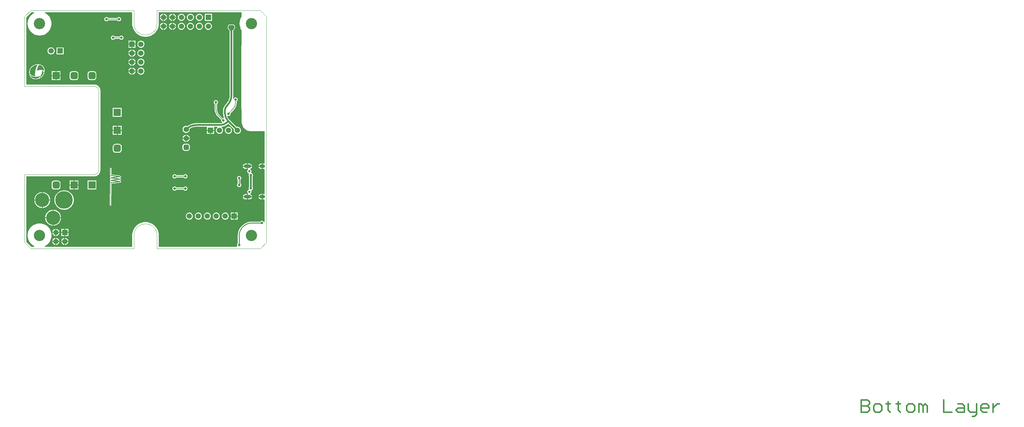
<source format=gbl>
G04*
G04 #@! TF.GenerationSoftware,Altium Limited,Altium Designer,22.5.1 (42)*
G04*
G04 Layer_Physical_Order=2*
G04 Layer_Color=40191*
%FSLAX25Y25*%
%MOIN*%
G70*
G04*
G04 #@! TF.SameCoordinates,46755F1F-E2D4-4758-92CB-C7930609D95B*
G04*
G04*
G04 #@! TF.FilePolarity,Positive*
G04*
G01*
G75*
%ADD10C,0.00984*%
%ADD12C,0.00591*%
%ADD13C,0.00394*%
%ADD14C,0.01575*%
%ADD16R,0.07874X0.07874*%
%ADD96C,0.01968*%
%ADD101C,0.05906*%
%ADD102R,0.05906X0.05906*%
%ADD103R,0.05906X0.05906*%
%ADD104C,0.06000*%
G04:AMPARAMS|DCode=105|XSize=60mil|YSize=60mil|CornerRadius=15mil|HoleSize=0mil|Usage=FLASHONLY|Rotation=270.000|XOffset=0mil|YOffset=0mil|HoleType=Round|Shape=RoundedRectangle|*
%AMROUNDEDRECTD105*
21,1,0.06000,0.03000,0,0,270.0*
21,1,0.03000,0.06000,0,0,270.0*
1,1,0.03000,-0.01500,-0.01500*
1,1,0.03000,-0.01500,0.01500*
1,1,0.03000,0.01500,0.01500*
1,1,0.03000,0.01500,-0.01500*
%
%ADD105ROUNDEDRECTD105*%
%ADD106C,0.15748*%
%ADD107C,0.19685*%
G04:AMPARAMS|DCode=108|XSize=78.74mil|YSize=78.74mil|CornerRadius=19.68mil|HoleSize=0mil|Usage=FLASHONLY|Rotation=180.000|XOffset=0mil|YOffset=0mil|HoleType=Round|Shape=RoundedRectangle|*
%AMROUNDEDRECTD108*
21,1,0.07874,0.03937,0,0,180.0*
21,1,0.03937,0.07874,0,0,180.0*
1,1,0.03937,-0.01968,0.01968*
1,1,0.03937,0.01968,0.01968*
1,1,0.03937,0.01968,-0.01968*
1,1,0.03937,-0.01968,-0.01968*
%
%ADD108ROUNDEDRECTD108*%
G04:AMPARAMS|DCode=109|XSize=78.74mil|YSize=78.74mil|CornerRadius=19.68mil|HoleSize=0mil|Usage=FLASHONLY|Rotation=270.000|XOffset=0mil|YOffset=0mil|HoleType=Round|Shape=RoundedRectangle|*
%AMROUNDEDRECTD109*
21,1,0.07874,0.03937,0,0,270.0*
21,1,0.03937,0.07874,0,0,270.0*
1,1,0.03937,-0.01968,-0.01968*
1,1,0.03937,-0.01968,0.01968*
1,1,0.03937,0.01968,0.01968*
1,1,0.03937,0.01968,-0.01968*
%
%ADD109ROUNDEDRECTD109*%
%ADD110R,0.07874X0.07874*%
%ADD111O,0.08268X0.03937*%
%ADD112O,0.06299X0.03937*%
%ADD113C,0.02559*%
%ADD114C,0.12598*%
%ADD115C,0.02756*%
G36*
X242078Y263741D02*
Y258683D01*
X241070Y257039D01*
X240269Y255105D01*
X239781Y253070D01*
X239616Y250984D01*
X239781Y248898D01*
X240269Y246863D01*
X241070Y244930D01*
X242078Y243285D01*
Y227134D01*
X242007Y227087D01*
X241790Y226762D01*
X241713Y226378D01*
Y155512D01*
X241790Y155128D01*
X242007Y154802D01*
X242078Y154755D01*
Y143701D01*
Y140511D01*
X242103Y140451D01*
X242090Y140386D01*
X242474Y138454D01*
X242511Y138400D01*
Y138335D01*
X243264Y136515D01*
X243311Y136468D01*
X243323Y136404D01*
X244418Y134766D01*
X244472Y134730D01*
X244497Y134669D01*
X245890Y133277D01*
X245951Y133252D01*
X245987Y133197D01*
X247625Y132103D01*
X247689Y132090D01*
X247735Y132044D01*
X249555Y131290D01*
X249621D01*
X249675Y131253D01*
X251607Y130869D01*
X251671Y130882D01*
X251732Y130857D01*
X267678D01*
Y95236D01*
X266908Y94704D01*
X266891Y94705D01*
X266132Y94805D01*
X265451D01*
Y91811D01*
Y88817D01*
X266132D01*
X266891Y88917D01*
X266908Y88918D01*
X267678Y88386D01*
Y61220D01*
X266908Y60688D01*
X266891Y60690D01*
X266132Y60789D01*
X265451D01*
Y57795D01*
Y54801D01*
X266132D01*
X266891Y54901D01*
X266908Y54903D01*
X267678Y54370D01*
Y29738D01*
X266891Y29581D01*
X266766Y29881D01*
X266102Y30546D01*
X265234Y30906D01*
X264294D01*
X263426Y30546D01*
X262928Y30049D01*
X253572D01*
Y30069D01*
X251081Y29873D01*
X248651Y29289D01*
X246342Y28333D01*
X244212Y27028D01*
X242312Y25405D01*
X240689Y23505D01*
X239383Y21374D01*
X238427Y19066D01*
X237844Y16636D01*
X237648Y14145D01*
X237668D01*
Y5772D01*
X237171Y5275D01*
X236811Y4407D01*
Y3467D01*
X237090Y2794D01*
X236734Y2007D01*
X149645Y2007D01*
Y14764D01*
X149637Y14803D01*
X149643Y14842D01*
X149604Y15846D01*
X149576Y15962D01*
X149581Y16082D01*
X149267Y18065D01*
X149212Y18214D01*
X149193Y18371D01*
X148573Y20280D01*
X148495Y20419D01*
X148452Y20571D01*
X147541Y22360D01*
X147442Y22485D01*
X147376Y22629D01*
X146196Y24253D01*
X146079Y24361D01*
X145991Y24493D01*
X144572Y25912D01*
X144440Y26001D01*
X144332Y26117D01*
X142708Y27297D01*
X142564Y27364D01*
X142439Y27462D01*
X140650Y28373D01*
X140498Y28416D01*
X140359Y28494D01*
X138450Y29114D01*
X138292Y29133D01*
X138144Y29188D01*
X136160Y29502D01*
X136002Y29496D01*
X135846Y29527D01*
X133839D01*
X133683Y29496D01*
X133525Y29502D01*
X131542Y29188D01*
X131393Y29133D01*
X131235Y29114D01*
X129326Y28494D01*
X129187Y28416D01*
X129035Y28373D01*
X127246Y27462D01*
X127121Y27364D01*
X126977Y27297D01*
X125353Y26117D01*
X125245Y26001D01*
X125113Y25912D01*
X123694Y24493D01*
X123606Y24361D01*
X123489Y24253D01*
X122309Y22629D01*
X122243Y22485D01*
X122144Y22360D01*
X121233Y20571D01*
X121190Y20419D01*
X121112Y20280D01*
X120492Y18371D01*
X120473Y18214D01*
X120419Y18065D01*
X120104Y16082D01*
X120109Y15962D01*
X120081Y15846D01*
X120042Y14842D01*
X120048Y14803D01*
X120040Y14764D01*
Y2007D01*
X22735Y2007D01*
X22578Y2794D01*
X22787Y2881D01*
X24571Y3974D01*
X26162Y5334D01*
X27522Y6925D01*
X28615Y8709D01*
X29416Y10643D01*
X29904Y12677D01*
X30069Y14764D01*
X29904Y16850D01*
X29416Y18885D01*
X28615Y20818D01*
X27522Y22603D01*
X26162Y24194D01*
X24571Y25553D01*
X22787Y26647D01*
X20854Y27447D01*
X18819Y27936D01*
X16732Y28100D01*
X14646Y27936D01*
X12611Y27447D01*
X10678Y26647D01*
X8893Y25553D01*
X7302Y24194D01*
X5943Y22603D01*
X4849Y20818D01*
X4049Y18885D01*
X3560Y16850D01*
X3396Y14764D01*
X3560Y12677D01*
X4049Y10643D01*
X4849Y8709D01*
X5943Y6925D01*
X7302Y5334D01*
X8893Y3974D01*
X10678Y2881D01*
X10887Y2794D01*
X10730Y2007D01*
X7721D01*
X2007Y7721D01*
X2007Y80670D01*
X77677Y80670D01*
X77726Y80680D01*
X77776Y80673D01*
X78266Y80697D01*
X78410Y80733D01*
X78559D01*
X79520Y80924D01*
X79703Y81000D01*
X79897Y81038D01*
X80802Y81413D01*
X80967Y81523D01*
X81149Y81599D01*
X81964Y82143D01*
X82104Y82283D01*
X82268Y82393D01*
X82961Y83086D01*
X83071Y83250D01*
X83211Y83390D01*
X83755Y84205D01*
X83831Y84388D01*
X83941Y84552D01*
X84316Y85458D01*
X84355Y85652D01*
X84430Y85834D01*
X84622Y86796D01*
Y86944D01*
X84658Y87089D01*
X84682Y87579D01*
X84674Y87628D01*
X84684Y87677D01*
X84684Y176102D01*
X84674Y176151D01*
X84682Y176201D01*
X84658Y176691D01*
X84622Y176835D01*
Y176984D01*
X84430Y177945D01*
X84355Y178128D01*
X84316Y178322D01*
X83941Y179227D01*
X83831Y179392D01*
X83755Y179574D01*
X83211Y180389D01*
X83071Y180529D01*
X82961Y180693D01*
X82268Y181387D01*
X82104Y181496D01*
X81964Y181636D01*
X81149Y182181D01*
X80967Y182256D01*
X80802Y182366D01*
X79897Y182741D01*
X79703Y182780D01*
X79520Y182855D01*
X78559Y183047D01*
X78410D01*
X78266Y183083D01*
X77776Y183107D01*
X77726Y183100D01*
X77677Y183109D01*
X2007D01*
X2007Y258027D01*
X7721Y263741D01*
X10730D01*
X10887Y262954D01*
X10678Y262867D01*
X8893Y261774D01*
X7302Y260415D01*
X5943Y258823D01*
X4849Y257039D01*
X4049Y255105D01*
X3560Y253070D01*
X3396Y250984D01*
X3560Y248898D01*
X4049Y246863D01*
X4849Y244930D01*
X5943Y243145D01*
X7302Y241554D01*
X8893Y240195D01*
X10678Y239101D01*
X12611Y238301D01*
X14646Y237812D01*
X16732Y237648D01*
X18819Y237812D01*
X20854Y238301D01*
X22787Y239101D01*
X24571Y240195D01*
X26162Y241554D01*
X27522Y243145D01*
X28615Y244930D01*
X29416Y246863D01*
X29904Y248898D01*
X30069Y250984D01*
X29904Y253070D01*
X29416Y255105D01*
X28615Y257039D01*
X27522Y258823D01*
X26162Y260415D01*
X24571Y261774D01*
X22787Y262867D01*
X22578Y262954D01*
X22735Y263741D01*
X120040D01*
Y250984D01*
X120048Y250945D01*
X120042Y250905D01*
X120081Y249902D01*
X120109Y249786D01*
X120104Y249666D01*
X120419Y247683D01*
X120473Y247534D01*
X120492Y247377D01*
X121112Y245467D01*
X121190Y245329D01*
X121233Y245177D01*
X122144Y243388D01*
X122243Y243263D01*
X122309Y243119D01*
X123489Y241495D01*
X123606Y241387D01*
X123694Y241255D01*
X125113Y239836D01*
X125245Y239747D01*
X125353Y239631D01*
X126977Y238451D01*
X127121Y238384D01*
X127246Y238286D01*
X129035Y237375D01*
X129187Y237332D01*
X129326Y237254D01*
X131235Y236634D01*
X131393Y236615D01*
X131542Y236560D01*
X133525Y236246D01*
X133683Y236252D01*
X133839Y236221D01*
X135846D01*
X136002Y236252D01*
X136160Y236246D01*
X138144Y236560D01*
X138292Y236615D01*
X138450Y236634D01*
X140359Y237254D01*
X140498Y237332D01*
X140650Y237375D01*
X142439Y238286D01*
X142564Y238384D01*
X142708Y238451D01*
X144332Y239631D01*
X144440Y239747D01*
X144572Y239836D01*
X145991Y241255D01*
X146079Y241387D01*
X146196Y241495D01*
X147376Y243119D01*
X147442Y243263D01*
X147541Y243388D01*
X148452Y245177D01*
X148495Y245329D01*
X148573Y245467D01*
X149193Y247377D01*
X149212Y247534D01*
X149267Y247683D01*
X149581Y249666D01*
X149576Y249786D01*
X149604Y249902D01*
X149643Y250905D01*
X149637Y250945D01*
X149645Y250984D01*
Y263741D01*
X242078Y263741D01*
D02*
G37*
%LPC*%
G36*
X155402Y261984D02*
X155382D01*
Y258531D01*
X158835D01*
Y258552D01*
X158565Y259557D01*
X158045Y260459D01*
X157309Y261194D01*
X156408Y261715D01*
X155402Y261984D01*
D02*
G37*
G36*
X165402D02*
X165382D01*
Y258531D01*
X168835D01*
Y258552D01*
X168565Y259557D01*
X168045Y260459D01*
X167309Y261194D01*
X166408Y261715D01*
X165402Y261984D01*
D02*
G37*
G36*
X164382D02*
X164362D01*
X163356Y261715D01*
X162455Y261194D01*
X161719Y260459D01*
X161198Y259557D01*
X160929Y258552D01*
Y258531D01*
X164382D01*
Y261984D01*
D02*
G37*
G36*
X154382D02*
X154361D01*
X153356Y261715D01*
X152455Y261194D01*
X151719Y260459D01*
X151198Y259557D01*
X150929Y258552D01*
Y258531D01*
X154382D01*
Y261984D01*
D02*
G37*
G36*
X105588Y258268D02*
X104648D01*
X103780Y257908D01*
X103115Y257244D01*
X103102Y257210D01*
X93355D01*
X93341Y257244D01*
X92677Y257908D01*
X91808Y258268D01*
X90869D01*
X90000Y257908D01*
X89336Y257244D01*
X88976Y256375D01*
Y255436D01*
X89336Y254567D01*
X90000Y253903D01*
X90869Y253543D01*
X91808D01*
X92677Y253903D01*
X93341Y254567D01*
X93355Y254601D01*
X103102D01*
X103115Y254567D01*
X103780Y253903D01*
X104648Y253543D01*
X105588D01*
X106456Y253903D01*
X107121Y254567D01*
X107480Y255436D01*
Y256375D01*
X107121Y257244D01*
X106456Y257908D01*
X105588Y258268D01*
D02*
G37*
G36*
X208819Y261968D02*
X200945D01*
Y254095D01*
X208819D01*
Y261968D01*
D02*
G37*
G36*
X195400D02*
X194364D01*
X193362Y261700D01*
X192464Y261182D01*
X191732Y260449D01*
X191213Y259551D01*
X190945Y258550D01*
Y257513D01*
X191213Y256512D01*
X191732Y255614D01*
X192464Y254881D01*
X193362Y254363D01*
X194364Y254095D01*
X195400D01*
X196402Y254363D01*
X197299Y254881D01*
X198032Y255614D01*
X198551Y256512D01*
X198819Y257513D01*
Y258550D01*
X198551Y259551D01*
X198032Y260449D01*
X197299Y261182D01*
X196402Y261700D01*
X195400Y261968D01*
D02*
G37*
G36*
X185400D02*
X184364D01*
X183362Y261700D01*
X182465Y261182D01*
X181731Y260449D01*
X181213Y259551D01*
X180945Y258550D01*
Y257513D01*
X181213Y256512D01*
X181731Y255614D01*
X182465Y254881D01*
X183362Y254363D01*
X184364Y254095D01*
X185400D01*
X186401Y254363D01*
X187299Y254881D01*
X188032Y255614D01*
X188551Y256512D01*
X188819Y257513D01*
Y258550D01*
X188551Y259551D01*
X188032Y260449D01*
X187299Y261182D01*
X186401Y261700D01*
X185400Y261968D01*
D02*
G37*
G36*
X175400D02*
X174364D01*
X173362Y261700D01*
X172465Y261182D01*
X171731Y260449D01*
X171213Y259551D01*
X170945Y258550D01*
Y257513D01*
X171213Y256512D01*
X171731Y255614D01*
X172465Y254881D01*
X173362Y254363D01*
X174364Y254095D01*
X175400D01*
X176401Y254363D01*
X177299Y254881D01*
X178032Y255614D01*
X178551Y256512D01*
X178819Y257513D01*
Y258550D01*
X178551Y259551D01*
X178032Y260449D01*
X177299Y261182D01*
X176401Y261700D01*
X175400Y261968D01*
D02*
G37*
G36*
X168835Y257531D02*
X165382D01*
Y254079D01*
X165402D01*
X166408Y254348D01*
X167309Y254869D01*
X168045Y255604D01*
X168565Y256506D01*
X168835Y257511D01*
Y257531D01*
D02*
G37*
G36*
X164382D02*
X160929D01*
Y257511D01*
X161198Y256506D01*
X161719Y255604D01*
X162455Y254869D01*
X163356Y254348D01*
X164362Y254079D01*
X164382D01*
Y257531D01*
D02*
G37*
G36*
X158835D02*
X155382D01*
Y254079D01*
X155402D01*
X156408Y254348D01*
X157309Y254869D01*
X158045Y255604D01*
X158565Y256506D01*
X158835Y257511D01*
Y257531D01*
D02*
G37*
G36*
X154382D02*
X150929D01*
Y257511D01*
X151198Y256506D01*
X151719Y255604D01*
X152455Y254869D01*
X153356Y254348D01*
X154361Y254079D01*
X154382D01*
Y257531D01*
D02*
G37*
G36*
X155402Y251984D02*
X155382D01*
Y248532D01*
X158835D01*
Y248552D01*
X158565Y249557D01*
X158045Y250459D01*
X157309Y251195D01*
X156408Y251715D01*
X155402Y251984D01*
D02*
G37*
G36*
X154382D02*
X154361D01*
X153356Y251715D01*
X152455Y251195D01*
X151719Y250459D01*
X151198Y249557D01*
X150929Y248552D01*
Y248532D01*
X154382D01*
Y251984D01*
D02*
G37*
G36*
X165402Y251984D02*
X165382D01*
Y248531D01*
X168835D01*
Y248552D01*
X168565Y249557D01*
X168045Y250459D01*
X167309Y251195D01*
X166408Y251715D01*
X165402Y251984D01*
D02*
G37*
G36*
X164382D02*
X164362D01*
X163356Y251715D01*
X162455Y251195D01*
X161719Y250459D01*
X161198Y249557D01*
X160929Y248552D01*
Y248531D01*
X164382D01*
Y251984D01*
D02*
G37*
G36*
X205400Y251969D02*
X204364D01*
X203362Y251700D01*
X202465Y251182D01*
X201731Y250449D01*
X201213Y249551D01*
X200945Y248550D01*
Y247513D01*
X201213Y246512D01*
X201731Y245614D01*
X202465Y244881D01*
X203362Y244363D01*
X204364Y244094D01*
X205400D01*
X206401Y244363D01*
X207299Y244881D01*
X208032Y245614D01*
X208551Y246512D01*
X208819Y247513D01*
Y248550D01*
X208551Y249551D01*
X208032Y250449D01*
X207299Y251182D01*
X206401Y251700D01*
X205400Y251969D01*
D02*
G37*
G36*
X195400D02*
X194364D01*
X193362Y251700D01*
X192464Y251182D01*
X191732Y250449D01*
X191213Y249551D01*
X190945Y248550D01*
Y247513D01*
X191213Y246512D01*
X191732Y245614D01*
X192464Y244881D01*
X193362Y244363D01*
X194364Y244094D01*
X195400D01*
X196402Y244363D01*
X197299Y244881D01*
X198032Y245614D01*
X198551Y246512D01*
X198819Y247513D01*
Y248550D01*
X198551Y249551D01*
X198032Y250449D01*
X197299Y251182D01*
X196402Y251700D01*
X195400Y251969D01*
D02*
G37*
G36*
X185400D02*
X184364D01*
X183362Y251700D01*
X182465Y251182D01*
X181731Y250449D01*
X181213Y249551D01*
X180945Y248550D01*
Y247513D01*
X181213Y246512D01*
X181731Y245614D01*
X182465Y244881D01*
X183362Y244363D01*
X184364Y244094D01*
X185400D01*
X186401Y244363D01*
X187299Y244881D01*
X188032Y245614D01*
X188551Y246512D01*
X188819Y247513D01*
Y248550D01*
X188551Y249551D01*
X188032Y250449D01*
X187299Y251182D01*
X186401Y251700D01*
X185400Y251969D01*
D02*
G37*
G36*
X175400D02*
X174364D01*
X173362Y251700D01*
X172465Y251182D01*
X171731Y250449D01*
X171213Y249551D01*
X170945Y248550D01*
Y247513D01*
X171213Y246512D01*
X171731Y245614D01*
X172465Y244881D01*
X173362Y244363D01*
X174364Y244094D01*
X175400D01*
X176401Y244363D01*
X177299Y244881D01*
X178032Y245614D01*
X178551Y246512D01*
X178819Y247513D01*
Y248550D01*
X178551Y249551D01*
X178032Y250449D01*
X177299Y251182D01*
X176401Y251700D01*
X175400Y251969D01*
D02*
G37*
G36*
X158835Y247532D02*
X155382D01*
Y244079D01*
X155402D01*
X156408Y244348D01*
X157309Y244868D01*
X158045Y245604D01*
X158565Y246506D01*
X158835Y247511D01*
Y247532D01*
D02*
G37*
G36*
X154382D02*
X150929D01*
Y247511D01*
X151198Y246506D01*
X151719Y245604D01*
X152455Y244868D01*
X153356Y244348D01*
X154361Y244079D01*
X154382D01*
Y247532D01*
D02*
G37*
G36*
X168835Y247531D02*
X165382D01*
Y244079D01*
X165402D01*
X166408Y244348D01*
X167309Y244868D01*
X168045Y245604D01*
X168565Y246506D01*
X168835Y247511D01*
Y247531D01*
D02*
G37*
G36*
X164382D02*
X160929D01*
Y247511D01*
X161198Y246506D01*
X161719Y245604D01*
X162455Y244868D01*
X163356Y244348D01*
X164362Y244079D01*
X164382D01*
Y247531D01*
D02*
G37*
G36*
X108541Y237598D02*
X107601D01*
X106733Y237239D01*
X106068Y236574D01*
X106054Y236541D01*
X100638D01*
X100625Y236574D01*
X99960Y237239D01*
X99092Y237598D01*
X98152D01*
X97284Y237239D01*
X96619Y236574D01*
X96260Y235706D01*
Y234766D01*
X96619Y233898D01*
X97284Y233234D01*
X98152Y232874D01*
X99092D01*
X99960Y233234D01*
X100625Y233898D01*
X100638Y233932D01*
X106054D01*
X106068Y233898D01*
X106733Y233234D01*
X107601Y232874D01*
X108541D01*
X109409Y233234D01*
X110073Y233898D01*
X110433Y234766D01*
Y235706D01*
X110073Y236574D01*
X109409Y237239D01*
X108541Y237598D01*
D02*
G37*
G36*
X123716Y231984D02*
X120264D01*
Y228532D01*
X123716D01*
Y231984D01*
D02*
G37*
G36*
X119264D02*
X115811D01*
Y228532D01*
X119264D01*
Y231984D01*
D02*
G37*
G36*
X130282Y231968D02*
X129245D01*
X128244Y231700D01*
X127346Y231182D01*
X126613Y230449D01*
X126095Y229551D01*
X125827Y228550D01*
Y227513D01*
X126095Y226512D01*
X126613Y225614D01*
X127346Y224881D01*
X128244Y224363D01*
X129245Y224095D01*
X130282D01*
X131283Y224363D01*
X132181Y224881D01*
X132914Y225614D01*
X133432Y226512D01*
X133701Y227513D01*
Y228550D01*
X133432Y229551D01*
X132914Y230449D01*
X132181Y231182D01*
X131283Y231700D01*
X130282Y231968D01*
D02*
G37*
G36*
X123716Y227532D02*
X120264D01*
Y224079D01*
X123716D01*
Y227532D01*
D02*
G37*
G36*
X119264D02*
X115811D01*
Y224079D01*
X119264D01*
Y227532D01*
D02*
G37*
G36*
X120284Y221984D02*
X120264D01*
Y218532D01*
X123716D01*
Y218552D01*
X123447Y219557D01*
X122927Y220459D01*
X122191Y221195D01*
X121290Y221715D01*
X120284Y221984D01*
D02*
G37*
G36*
X119264D02*
X119243D01*
X118238Y221715D01*
X117337Y221195D01*
X116601Y220459D01*
X116080Y219557D01*
X115811Y218552D01*
Y218532D01*
X119264D01*
Y221984D01*
D02*
G37*
G36*
X43465Y224410D02*
X35591D01*
Y216535D01*
X43465D01*
Y224410D01*
D02*
G37*
G36*
X30046D02*
X29009D01*
X28008Y224141D01*
X27110Y223623D01*
X26377Y222890D01*
X25859Y221992D01*
X25591Y220991D01*
Y219954D01*
X25859Y218953D01*
X26377Y218055D01*
X27110Y217322D01*
X28008Y216804D01*
X29009Y216535D01*
X30046D01*
X31047Y216804D01*
X31945Y217322D01*
X32678Y218055D01*
X33196Y218953D01*
X33465Y219954D01*
Y220991D01*
X33196Y221992D01*
X32678Y222890D01*
X31945Y223623D01*
X31047Y224141D01*
X30046Y224410D01*
D02*
G37*
G36*
X130282Y221969D02*
X129245D01*
X128244Y221700D01*
X127346Y221182D01*
X126613Y220449D01*
X126095Y219551D01*
X125827Y218550D01*
Y217513D01*
X126095Y216512D01*
X126613Y215614D01*
X127346Y214881D01*
X128244Y214363D01*
X129245Y214094D01*
X130282D01*
X131283Y214363D01*
X132181Y214881D01*
X132914Y215614D01*
X133432Y216512D01*
X133701Y217513D01*
Y218550D01*
X133432Y219551D01*
X132914Y220449D01*
X132181Y221182D01*
X131283Y221700D01*
X130282Y221969D01*
D02*
G37*
G36*
X123716Y217532D02*
X120264D01*
Y214079D01*
X120284D01*
X121290Y214348D01*
X122191Y214868D01*
X122927Y215604D01*
X123447Y216506D01*
X123716Y217511D01*
Y217532D01*
D02*
G37*
G36*
X119264D02*
X115811D01*
Y217511D01*
X116080Y216506D01*
X116601Y215604D01*
X117337Y214868D01*
X118238Y214348D01*
X119243Y214079D01*
X119264D01*
Y217532D01*
D02*
G37*
G36*
X120284Y211984D02*
X120264D01*
Y208532D01*
X123716D01*
Y208552D01*
X123447Y209557D01*
X122927Y210459D01*
X122191Y211194D01*
X121290Y211715D01*
X120284Y211984D01*
D02*
G37*
G36*
X119264D02*
X119243D01*
X118238Y211715D01*
X117337Y211194D01*
X116601Y210459D01*
X116080Y209557D01*
X115811Y208552D01*
Y208532D01*
X119264D01*
Y211984D01*
D02*
G37*
G36*
X14086Y205750D02*
X13920Y205683D01*
X13880Y205683D01*
X13812Y205684D01*
X13812Y205684D01*
X13743Y205684D01*
X13709Y205671D01*
X13675Y205685D01*
X13675D01*
X13675Y205685D01*
X13675Y205685D01*
X13606Y205686D01*
X13606Y205686D01*
X13606Y205686D01*
X13440Y205619D01*
X13400Y205619D01*
X13400Y205619D01*
X13400Y205619D01*
X13366Y205605D01*
X13331Y205620D01*
X13263Y205620D01*
X13229Y205606D01*
X13195Y205621D01*
X13195Y205621D01*
X13195Y205621D01*
X13126Y205622D01*
X13126Y205621D01*
X13126Y205622D01*
X12960Y205554D01*
X12920Y205555D01*
X12754Y205488D01*
X12714Y205488D01*
X12680Y205474D01*
X12646Y205489D01*
X12577Y205489D01*
X12411Y205422D01*
X12371Y205423D01*
X12371Y205423D01*
X12371Y205423D01*
X12205Y205356D01*
X12165Y205356D01*
X12131Y205342D01*
X12097Y205357D01*
X12097Y205357D01*
X12097Y205357D01*
X12028Y205357D01*
X12028Y205357D01*
X12028Y205357D01*
X11852Y205286D01*
X11690Y205221D01*
X11685Y205223D01*
X11684Y205223D01*
X11684D01*
X11684Y205223D01*
X11684Y205223D01*
X11616Y205224D01*
X11616Y205224D01*
X11616Y205224D01*
X11163Y205041D01*
X11162Y205040D01*
X11162Y205040D01*
X11155Y205022D01*
X11135Y205023D01*
X10969Y204955D01*
X10929Y204956D01*
X10698Y204863D01*
X10475Y204773D01*
X10475Y204772D01*
X10475Y204772D01*
X10463Y204744D01*
X10200Y204638D01*
X10200Y204638D01*
X10200Y204638D01*
X10188Y204610D01*
X10154Y204596D01*
X9925Y204503D01*
X9925Y204503D01*
X9925Y204503D01*
X9913Y204475D01*
X9650Y204369D01*
X9629Y204321D01*
X9581Y204301D01*
X9581Y204301D01*
X9581Y204301D01*
X9560Y204253D01*
X9512Y204233D01*
X9512Y204233D01*
X9512Y204233D01*
X9506Y204219D01*
X9374Y204166D01*
X9374Y204166D01*
X9374Y204166D01*
X9368Y204152D01*
X9237Y204099D01*
X9237Y204098D01*
X9236Y204098D01*
X9216Y204050D01*
X9168Y204031D01*
X9168Y204031D01*
X9167Y204030D01*
X9155Y204002D01*
X8892Y203896D01*
X8892Y203896D01*
X8892Y203896D01*
X8872Y203848D01*
X8823Y203828D01*
X8823Y203828D01*
X8823Y203828D01*
X8803Y203780D01*
X8754Y203760D01*
X8754Y203760D01*
X8754Y203760D01*
X8734Y203712D01*
X8685Y203692D01*
X8685Y203692D01*
X8685Y203692D01*
X8665Y203644D01*
X8616Y203625D01*
X8616Y203625D01*
X8616Y203625D01*
X8596Y203576D01*
X8547Y203557D01*
X8547Y203557D01*
X8547Y203557D01*
X8541Y203542D01*
X8410Y203489D01*
X8410Y203489D01*
X8410Y203489D01*
X8404Y203475D01*
X8272Y203422D01*
X8252Y203374D01*
X8203Y203354D01*
X8203Y203354D01*
X8203Y203354D01*
X8182Y203306D01*
X8134Y203287D01*
X8134Y203286D01*
X8134Y203286D01*
X8113Y203238D01*
X8065Y203219D01*
X8065Y203219D01*
X8065Y203218D01*
X8044Y203170D01*
X7996Y203151D01*
X7996Y203151D01*
X7996Y203151D01*
X7975Y203102D01*
X7927Y203083D01*
X7906Y203034D01*
X7858Y203015D01*
X7858Y203015D01*
X7857Y203015D01*
X7837Y202966D01*
X7788Y202947D01*
X7788Y202947D01*
X7788Y202947D01*
X7768Y202899D01*
X7719Y202879D01*
X7719Y202879D01*
X7719Y202879D01*
X7699Y202831D01*
X7650Y202811D01*
X7650Y202811D01*
X7650Y202811D01*
X7630Y202763D01*
X7581Y202743D01*
X7561Y202695D01*
X7512Y202675D01*
X7512Y202675D01*
X7512Y202675D01*
X7492Y202627D01*
X7443Y202608D01*
X7443Y202608D01*
X7443Y202608D01*
X7423Y202559D01*
X7374Y202540D01*
X7374Y202540D01*
X7354Y202491D01*
X7305Y202472D01*
X7264Y202375D01*
X7167Y202336D01*
X7167Y202336D01*
X7167Y202336D01*
X7067Y202100D01*
X7056Y202075D01*
X7027Y202063D01*
X7007Y202015D01*
X6959Y201996D01*
X6958Y201995D01*
X6958Y201995D01*
X6938Y201947D01*
X6889Y201927D01*
X6889Y201927D01*
X6889Y201927D01*
X6869Y201879D01*
X6820Y201860D01*
X6765Y201729D01*
X6751Y201723D01*
X6751Y201723D01*
X6751Y201723D01*
X6695Y201593D01*
X6681Y201587D01*
X6681Y201587D01*
X6681Y201587D01*
X6660Y201539D01*
X6612Y201519D01*
X6612Y201519D01*
X6612Y201519D01*
X6591Y201471D01*
X6543Y201451D01*
X6543Y201451D01*
X6542Y201451D01*
X6522Y201403D01*
X6474Y201383D01*
X6474Y201383D01*
X6473Y201383D01*
X6376Y201154D01*
X6363Y201122D01*
X6334Y201111D01*
X6334Y201111D01*
X6334Y201110D01*
X6238Y200883D01*
X6223Y200849D01*
X6195Y200838D01*
X6195Y200838D01*
X6195Y200838D01*
X6084Y200577D01*
X6056Y200565D01*
X6056Y200565D01*
X6055Y200565D01*
X5945Y200304D01*
X5916Y200292D01*
X5916Y200292D01*
X5916Y200292D01*
X5813Y200050D01*
X5725Y199842D01*
X5725Y199802D01*
X5655Y199637D01*
X5654Y199597D01*
X5584Y199432D01*
X5584Y199432D01*
X5584Y199432D01*
X5584Y199392D01*
X5514Y199227D01*
X5514Y199187D01*
X5444Y199023D01*
X5444Y198983D01*
X5374Y198818D01*
X5374Y198818D01*
X5374Y198818D01*
X5373Y198778D01*
X5303Y198613D01*
Y198613D01*
X5303Y198613D01*
X5303Y198613D01*
X5303Y198545D01*
X5317Y198510D01*
X5302Y198476D01*
X5302Y198436D01*
X5232Y198271D01*
X5232Y198271D01*
X5232Y198271D01*
X5231Y198203D01*
X5245Y198168D01*
X5231Y198134D01*
X5231Y198134D01*
X5231Y198134D01*
X5230Y198094D01*
X5161Y197930D01*
X5160Y197861D01*
X5174Y197827D01*
X5159Y197793D01*
X5159Y197792D01*
X5159Y197792D01*
X5153Y197068D01*
X5083Y196903D01*
X5083Y196903D01*
X5083Y196903D01*
X5082Y196834D01*
X5096Y196800D01*
X5082Y196765D01*
X5081Y196697D01*
X5095Y196663D01*
X5081Y196629D01*
Y196629D01*
X5081Y196629D01*
X5081Y196629D01*
X5080Y196561D01*
X5080Y196560D01*
X5080Y196560D01*
X5147Y196394D01*
X5143Y195943D01*
X5157Y195909D01*
X5142Y195875D01*
Y195875D01*
X5142Y195875D01*
X5142Y195875D01*
X5142Y195807D01*
X5209Y195641D01*
X5209Y195600D01*
X5276Y195435D01*
X5274Y195257D01*
X5274Y195257D01*
X5274Y195257D01*
X5359Y195046D01*
X5457Y194804D01*
X5458Y194803D01*
X5583Y194362D01*
X5553Y193796D01*
X5535Y193749D01*
Y193749D01*
X5535Y193749D01*
X5535Y193749D01*
X5535Y193748D01*
X5535Y193748D01*
X5534Y193612D01*
X5534Y193612D01*
X5639Y193352D01*
X5717Y193158D01*
X5717Y193158D01*
X5735Y193130D01*
X5826Y192905D01*
X5918Y192677D01*
X5918Y192677D01*
X5918Y192677D01*
X5966Y192656D01*
X5986Y192608D01*
X5986Y192608D01*
X5986Y192608D01*
X6000Y192602D01*
X6053Y192470D01*
X6053Y192470D01*
X6053Y192470D01*
X6067Y192464D01*
X6120Y192333D01*
X6121Y192333D01*
X6121Y192333D01*
X6149Y192321D01*
X6169Y192272D01*
X6255Y192058D01*
X6255Y192058D01*
X6255Y192057D01*
X6303Y192037D01*
X6323Y191988D01*
X6371Y191968D01*
X6391Y191919D01*
X6391Y191919D01*
X6391Y191919D01*
X6419Y191907D01*
X6439Y191859D01*
X6525Y191644D01*
X6525Y191644D01*
X6526Y191644D01*
X6622Y191603D01*
X6661Y191506D01*
X6661Y191506D01*
X6661Y191506D01*
X6710Y191486D01*
X6729Y191437D01*
X6729Y191437D01*
X6729Y191437D01*
X6777Y191417D01*
X6797Y191368D01*
X6797Y191368D01*
X6797Y191368D01*
X6845Y191348D01*
X6865Y191299D01*
X6865Y191299D01*
X6865Y191299D01*
X6913Y191278D01*
X6933Y191230D01*
X6933Y191230D01*
X6933Y191230D01*
X6981Y191209D01*
X7001Y191161D01*
X7001Y191161D01*
X7001Y191161D01*
X7049Y191140D01*
X7069Y191092D01*
X7117Y191071D01*
X7136Y191023D01*
X7136Y191023D01*
X7136Y191023D01*
X7185Y191002D01*
X7204Y190953D01*
X7205Y190953D01*
X7205Y190953D01*
X7253Y190933D01*
X7272Y190884D01*
X7272Y190884D01*
X7272Y190884D01*
X7321Y190864D01*
X7340Y190815D01*
X7340Y190815D01*
X7340Y190815D01*
X7388Y190795D01*
X7408Y190746D01*
X7408Y190746D01*
X7408Y190746D01*
X7456Y190726D01*
X7476Y190677D01*
X7476Y190677D01*
X7476Y190677D01*
X7572Y190636D01*
X7612Y190539D01*
X7612Y190539D01*
X7612Y190539D01*
X7817Y190452D01*
X7873Y190428D01*
X7884Y190400D01*
X7885Y190400D01*
X7885Y190399D01*
X7933Y190379D01*
X7952Y190331D01*
X7952Y190331D01*
X7952Y190331D01*
X8000Y190310D01*
X8020Y190261D01*
X8020Y190261D01*
X8020Y190261D01*
X8151Y190206D01*
X8156Y190192D01*
X8157Y190192D01*
X8157Y190192D01*
X8287Y190136D01*
X8293Y190122D01*
X8341Y190102D01*
X8360Y190053D01*
X8361Y190053D01*
X8361Y190053D01*
X8409Y190032D01*
X8429Y189984D01*
X8429Y189984D01*
X8429Y189984D01*
X8690Y189873D01*
X8701Y189845D01*
X8701Y189845D01*
X8701Y189845D01*
X8926Y189749D01*
X8962Y189734D01*
X8974Y189706D01*
X8974Y189705D01*
X8974Y189705D01*
X9205Y189607D01*
X9235Y189594D01*
X9247Y189566D01*
X9697Y189375D01*
X9766Y189374D01*
X9771Y189376D01*
X9876Y189332D01*
X10107Y189234D01*
X10175Y189234D01*
X10181Y189236D01*
X10298Y189187D01*
X10516Y189094D01*
X10517D01*
X10517Y189094D01*
X10517Y189094D01*
X10585Y189093D01*
X10585Y189093D01*
X10585Y189093D01*
X10619Y189107D01*
X10653Y189093D01*
X10653Y189093D01*
X10654Y189093D01*
X10694Y189092D01*
X10858Y189022D01*
X10858D01*
X10858Y189022D01*
X10858Y189022D01*
X10898Y189022D01*
X11063Y188952D01*
X11132Y188951D01*
X11166Y188965D01*
X11200Y188951D01*
X11269Y188950D01*
X11269Y188950D01*
X11337Y188950D01*
X11337Y188950D01*
X11337Y188950D01*
X11377Y188949D01*
X11542Y188879D01*
X11542D01*
X11542Y188879D01*
X11542Y188879D01*
X11610Y188879D01*
X11610Y188879D01*
X11610Y188879D01*
X11679Y188878D01*
X11679Y188878D01*
X11719Y188878D01*
X11884Y188808D01*
X11952Y188807D01*
X11987Y188821D01*
X12021Y188807D01*
X12021Y188807D01*
X12021Y188807D01*
X12089Y188806D01*
X12123Y188820D01*
X12157Y188805D01*
X12158D01*
X12158Y188805D01*
X12158Y188805D01*
X12226Y188805D01*
X12226Y188805D01*
X12226Y188805D01*
X12260Y188819D01*
X12294Y188804D01*
X12295Y188804D01*
X12295Y188804D01*
X12500Y188802D01*
X12534Y188816D01*
X12568Y188802D01*
X12568Y188802D01*
X12568Y188802D01*
X12705Y188801D01*
X12705Y188801D01*
X12774Y188800D01*
X12774Y188800D01*
X12774Y188800D01*
X12808Y188814D01*
X12843Y188799D01*
X12911Y188799D01*
X12945Y188813D01*
X12979Y188798D01*
X13048Y188798D01*
X13048Y188798D01*
X13048Y188798D01*
X13214Y188865D01*
X13254Y188864D01*
X13254Y188864D01*
X13254Y188864D01*
X13391Y188863D01*
X13425Y188877D01*
X13459Y188863D01*
X13528Y188862D01*
X13694Y188929D01*
X13734Y188929D01*
X13900Y188996D01*
X13940Y188995D01*
X13940Y188995D01*
X13940Y188995D01*
X14106Y189062D01*
X14146Y189062D01*
X14146Y189062D01*
X14146Y189062D01*
X14312Y189129D01*
X14352Y189129D01*
X14518Y189196D01*
X14558Y189195D01*
X14558Y189195D01*
X14558Y189195D01*
X14558D01*
X14651Y189233D01*
X15011Y189378D01*
X15449Y189256D01*
X15449Y189256D01*
X15449Y189256D01*
X15586Y189255D01*
X15752Y189322D01*
X15792Y189322D01*
X16061Y189430D01*
X16245Y189505D01*
X16245Y189505D01*
X16245Y189505D01*
X16257Y189533D01*
X16323Y189560D01*
X16520Y189639D01*
X16520Y189639D01*
X16521Y189639D01*
X16533Y189668D01*
X16570Y189683D01*
X16795Y189774D01*
X16796Y189774D01*
X16796Y189774D01*
X16808Y189802D01*
X17071Y189909D01*
X17071Y189909D01*
X17071Y189909D01*
X17083Y189937D01*
X17138Y189959D01*
X17346Y190043D01*
X17346Y190043D01*
X17346Y190043D01*
X17366Y190091D01*
X17415Y190111D01*
X17415Y190111D01*
X17415Y190111D01*
X17427Y190139D01*
X17453Y190150D01*
X17690Y190246D01*
X17690Y190246D01*
X17690Y190246D01*
X17711Y190294D01*
X17759Y190313D01*
X17759Y190313D01*
X17759Y190313D01*
X17765Y190328D01*
X17897Y190381D01*
X17897Y190381D01*
X17897Y190381D01*
X17903Y190395D01*
X18034Y190448D01*
X18034Y190448D01*
X18034Y190448D01*
X18055Y190496D01*
X18103Y190516D01*
X18103Y190516D01*
X18103Y190516D01*
X18124Y190564D01*
X18172Y190584D01*
X18193Y190632D01*
X18241Y190652D01*
X18253Y190680D01*
X18311Y190703D01*
X18517Y190786D01*
X18517Y190786D01*
X18517Y190786D01*
X18537Y190834D01*
X18585Y190854D01*
X18586Y190854D01*
X18586Y190854D01*
X18606Y190902D01*
X18655Y190922D01*
X18655Y190922D01*
X18655Y190922D01*
X18675Y190970D01*
X18724Y190990D01*
X18724Y190990D01*
X18724Y190990D01*
X18744Y191038D01*
X18793Y191058D01*
X18813Y191106D01*
X18862Y191126D01*
X18862Y191126D01*
X18862Y191126D01*
X18868Y191140D01*
X19000Y191193D01*
X19000Y191193D01*
X19000Y191193D01*
X19005Y191207D01*
X19137Y191260D01*
X19137Y191260D01*
X19137Y191260D01*
X19178Y191357D01*
X19275Y191396D01*
X19275Y191396D01*
X19275Y191396D01*
X19316Y191492D01*
X19413Y191532D01*
X19413Y191532D01*
X19413Y191532D01*
X19454Y191628D01*
X19551Y191667D01*
X19552Y191667D01*
X19552Y191668D01*
X19592Y191764D01*
X19690Y191803D01*
X19690Y191803D01*
X19690Y191803D01*
X19731Y191900D01*
X19828Y191939D01*
X19828Y191939D01*
X19828Y191939D01*
X19904Y192118D01*
X19966Y192143D01*
X19966Y192143D01*
X19967Y192143D01*
X20022Y192274D01*
X20036Y192280D01*
X20036Y192280D01*
X20036Y192280D01*
X20057Y192328D01*
X20105Y192347D01*
X20105Y192348D01*
X20105Y192348D01*
X20126Y192396D01*
X20175Y192415D01*
X20175Y192416D01*
X20175Y192416D01*
X20195Y192464D01*
X20243Y192483D01*
X20264Y192531D01*
X20312Y192551D01*
X20333Y192599D01*
X20382Y192619D01*
X20382Y192619D01*
X20382Y192619D01*
X20473Y192835D01*
X20493Y192880D01*
X20521Y192892D01*
X20521Y192892D01*
X20521Y192892D01*
X20542Y192940D01*
X20590Y192960D01*
X20590Y192960D01*
X20590Y192960D01*
X20611Y193008D01*
X20659Y193027D01*
X20659Y193028D01*
X20659Y193028D01*
X20758Y193261D01*
X20770Y193289D01*
X20799Y193300D01*
X20799Y193300D01*
X20799Y193300D01*
X20819Y193349D01*
X20868Y193368D01*
X20868Y193368D01*
X20868Y193368D01*
X20961Y193589D01*
X20978Y193629D01*
X21007Y193641D01*
X21007Y193641D01*
X21007Y193641D01*
X21032Y193691D01*
X21076Y193709D01*
X21076Y193709D01*
X21076Y193709D01*
X21267Y194159D01*
X21286Y194186D01*
X21380Y194409D01*
X21495Y194664D01*
X21586Y194878D01*
X21686Y195114D01*
X21687Y195154D01*
X21757Y195319D01*
X21757Y195319D01*
X21757Y195319D01*
X21757Y195359D01*
X21827Y195524D01*
Y195524D01*
X21827Y195524D01*
X21827Y195524D01*
X21827Y195592D01*
X21827Y195592D01*
X21827Y195592D01*
X21814Y195627D01*
X21828Y195661D01*
X21828Y195701D01*
X21898Y195866D01*
X21899Y195906D01*
X21969Y196071D01*
Y196071D01*
X21969Y196071D01*
X21969Y196071D01*
X21969Y196139D01*
X21969Y196139D01*
X21969Y196139D01*
X21955Y196173D01*
X21970Y196207D01*
X21971Y196385D01*
X22041Y196549D01*
X22042Y196618D01*
X22042Y196618D01*
X22042Y196618D01*
X22066Y197261D01*
X22257Y197712D01*
X22257Y197712D01*
X22267Y198876D01*
X22253Y198910D01*
X22268Y198944D01*
X22268Y198944D01*
X22268Y198944D01*
X22268Y199013D01*
X22268Y199013D01*
X22268Y199013D01*
X22254Y199047D01*
X22269Y199081D01*
Y199081D01*
X22269Y199081D01*
X22269Y199081D01*
X22269Y199150D01*
X22256Y199184D01*
X22270Y199218D01*
X22270Y199218D01*
X22270Y199218D01*
X22271Y199287D01*
X22204Y199453D01*
X22204Y199493D01*
X22204Y199493D01*
X22204Y199493D01*
X22190Y199527D01*
X22205Y199561D01*
X22205Y199630D01*
X22138Y199795D01*
X22141Y200110D01*
X22127Y200144D01*
X22141Y200178D01*
X22142Y200246D01*
X22142Y200246D01*
X22142Y200246D01*
X22075Y200413D01*
X22075Y200453D01*
X22008Y200619D01*
X22009Y200659D01*
X22009Y200659D01*
X22009Y200659D01*
X21995Y200693D01*
X22009Y200727D01*
X22009Y200727D01*
X22009Y200727D01*
X22010Y200796D01*
X22010Y200796D01*
X22010Y200796D01*
X21927Y201002D01*
X21873Y201133D01*
X21876Y201139D01*
Y201139D01*
X21876Y201139D01*
X21876Y201139D01*
X21877Y201207D01*
X21693Y201661D01*
X21675Y201669D01*
X21675Y201689D01*
X21556Y201984D01*
X21492Y202142D01*
X21492Y202142D01*
X21492Y202142D01*
X21464Y202154D01*
X21358Y202418D01*
X21357Y202418D01*
X21357Y202418D01*
X21309Y202438D01*
X21290Y202486D01*
X21290Y202486D01*
X21290Y202487D01*
X21261Y202499D01*
X21243Y202543D01*
X21155Y202762D01*
X21155Y202762D01*
X21155Y202762D01*
X21127Y202774D01*
X21021Y203037D01*
X21020Y203037D01*
X21020Y203037D01*
X20972Y203057D01*
X20953Y203106D01*
X20952Y203106D01*
X20952Y203106D01*
X20904Y203127D01*
X20885Y203175D01*
X20885Y203175D01*
X20885Y203175D01*
X20836Y203196D01*
X20817Y203244D01*
X20817Y203244D01*
X20817Y203244D01*
X20769Y203265D01*
X20749Y203313D01*
X20749Y203313D01*
X20749Y203313D01*
X20701Y203334D01*
X20681Y203382D01*
X20681Y203382D01*
X20681Y203382D01*
X20633Y203403D01*
X20613Y203451D01*
X20613Y203451D01*
X20613Y203451D01*
X20565Y203472D01*
X20546Y203520D01*
X20545Y203520D01*
X20545Y203520D01*
X20497Y203541D01*
X20478Y203589D01*
X20477Y203589D01*
X20477Y203590D01*
X20429Y203610D01*
X20409Y203659D01*
X20409Y203659D01*
X20409Y203659D01*
X20361Y203679D01*
X20342Y203728D01*
X20342Y203728D01*
X20342Y203728D01*
X20293Y203748D01*
X20274Y203797D01*
X20274Y203797D01*
X20274Y203797D01*
X20225Y203817D01*
X20206Y203866D01*
X20206Y203866D01*
X20206Y203866D01*
X20158Y203886D01*
X20138Y203935D01*
X20090Y203955D01*
X20070Y204004D01*
X20070Y204004D01*
X20070Y204004D01*
X20022Y204024D01*
X20002Y204073D01*
X20002Y204073D01*
X20002Y204073D01*
X19954Y204093D01*
X19934Y204142D01*
X19934Y204142D01*
X19934Y204142D01*
X19804Y204197D01*
X19798Y204211D01*
X19798Y204211D01*
X19798Y204212D01*
X19667Y204267D01*
X19661Y204282D01*
X19613Y204302D01*
X19594Y204350D01*
X19594Y204350D01*
X19594Y204350D01*
X19545Y204371D01*
X19526Y204420D01*
X19526Y204420D01*
X19526Y204420D01*
X19395Y204475D01*
X19390Y204489D01*
X19389Y204489D01*
X19389Y204489D01*
X19259Y204545D01*
X19253Y204559D01*
X19253Y204559D01*
X19253Y204559D01*
X19205Y204579D01*
X19185Y204628D01*
X19185Y204628D01*
X19185Y204628D01*
X19137Y204648D01*
X19118Y204697D01*
X19118Y204697D01*
X19117Y204697D01*
X19117Y204697D01*
X18875Y204800D01*
X18667Y204888D01*
X18638Y204889D01*
X18467Y204956D01*
X18462Y204959D01*
X18462D01*
X18462Y204959D01*
X18435Y204977D01*
X18310Y205030D01*
X17985Y205168D01*
X17985Y205168D01*
X17984Y205168D01*
X17945Y205169D01*
X17780Y205238D01*
X17780Y205238D01*
X17780Y205238D01*
X17740Y205239D01*
X17575Y205309D01*
X17575Y205309D01*
X17575Y205309D01*
X17535Y205309D01*
X17370Y205379D01*
X17330Y205379D01*
X17165Y205449D01*
X17165Y205449D01*
X17165Y205449D01*
X17097Y205450D01*
X17097Y205450D01*
X17097Y205450D01*
X17062Y205436D01*
X17028Y205450D01*
X17028D01*
X17028Y205450D01*
X17028Y205450D01*
X16960Y205451D01*
X16960Y205451D01*
X16960Y205451D01*
X16891Y205452D01*
X16891Y205452D01*
X16891Y205452D01*
X16823Y205452D01*
X16789Y205438D01*
X16755Y205453D01*
X16754D01*
X16754Y205453D01*
X16754Y205453D01*
X16686Y205453D01*
X16686Y205453D01*
X16686Y205453D01*
X16651Y205440D01*
X16619Y205453D01*
X16618Y205454D01*
X16617Y205454D01*
X16617Y205454D01*
X16617Y205454D01*
X16549Y205455D01*
X16383Y205388D01*
X16343Y205388D01*
X16343Y205388D01*
X15564Y205550D01*
X15563Y205550D01*
X15303Y205661D01*
X15113Y205741D01*
X15113D01*
X15113Y205741D01*
X15113Y205741D01*
X15045Y205742D01*
X15045Y205742D01*
X15045Y205742D01*
X15044Y205742D01*
X14976Y205742D01*
X14976Y205742D01*
X14976Y205742D01*
X14840Y205744D01*
X14839Y205743D01*
X14839Y205744D01*
X14771Y205744D01*
X14771Y205744D01*
X14703Y205745D01*
X14703Y205745D01*
X14702Y205745D01*
X14634Y205745D01*
X14600Y205731D01*
X14566Y205746D01*
X14565D01*
X14565Y205746D01*
X14565Y205746D01*
X14497Y205747D01*
X14463Y205733D01*
X14429Y205747D01*
X14428Y205747D01*
X14428Y205747D01*
X14360Y205748D01*
X14326Y205734D01*
X14291Y205748D01*
X14223Y205749D01*
X14189Y205735D01*
X14155Y205749D01*
X14154Y205749D01*
X14154Y205749D01*
X14086Y205750D01*
D02*
G37*
G36*
X130282Y211968D02*
X129245D01*
X128244Y211700D01*
X127346Y211182D01*
X126613Y210449D01*
X126095Y209551D01*
X125827Y208550D01*
Y207513D01*
X126095Y206512D01*
X126613Y205614D01*
X127346Y204881D01*
X128244Y204363D01*
X129245Y204095D01*
X130282D01*
X131283Y204363D01*
X132181Y204881D01*
X132914Y205614D01*
X133432Y206512D01*
X133701Y207513D01*
Y208550D01*
X133432Y209551D01*
X132914Y210449D01*
X132181Y211182D01*
X131283Y211700D01*
X130282Y211968D01*
D02*
G37*
G36*
X123716Y207532D02*
X120264D01*
Y204079D01*
X120284D01*
X121290Y204348D01*
X122191Y204869D01*
X122927Y205605D01*
X123447Y206506D01*
X123716Y207511D01*
Y207532D01*
D02*
G37*
G36*
X119264D02*
X115811D01*
Y207511D01*
X116080Y206506D01*
X116601Y205605D01*
X117337Y204869D01*
X118238Y204348D01*
X119243Y204079D01*
X119264D01*
Y207532D01*
D02*
G37*
G36*
X120284Y201984D02*
X120264D01*
Y198531D01*
X123716D01*
Y198552D01*
X123447Y199557D01*
X122927Y200459D01*
X122191Y201195D01*
X121290Y201715D01*
X120284Y201984D01*
D02*
G37*
G36*
X119264D02*
X119243D01*
X118238Y201715D01*
X117337Y201195D01*
X116601Y200459D01*
X116080Y199557D01*
X115811Y198552D01*
Y198531D01*
X119264D01*
Y201984D01*
D02*
G37*
G36*
X130282Y201969D02*
X129245D01*
X128244Y201700D01*
X127346Y201182D01*
X126613Y200449D01*
X126095Y199551D01*
X125827Y198550D01*
Y197513D01*
X126095Y196512D01*
X126613Y195614D01*
X127346Y194881D01*
X128244Y194363D01*
X129245Y194095D01*
X130282D01*
X131283Y194363D01*
X132181Y194881D01*
X132914Y195614D01*
X133432Y196512D01*
X133701Y197513D01*
Y198550D01*
X133432Y199551D01*
X132914Y200449D01*
X132181Y201182D01*
X131283Y201700D01*
X130282Y201969D01*
D02*
G37*
G36*
X123716Y197531D02*
X120264D01*
Y194079D01*
X120284D01*
X121290Y194348D01*
X122191Y194869D01*
X122927Y195604D01*
X123447Y196506D01*
X123716Y197511D01*
Y197531D01*
D02*
G37*
G36*
X119264D02*
X115811D01*
Y197511D01*
X116080Y196506D01*
X116601Y195604D01*
X117337Y194869D01*
X118238Y194348D01*
X119243Y194079D01*
X119264D01*
Y197531D01*
D02*
G37*
G36*
X40055Y197850D02*
X35618D01*
Y193413D01*
X40055D01*
Y197850D01*
D02*
G37*
G36*
X34618D02*
X30181D01*
Y193413D01*
X34618D01*
Y197850D01*
D02*
G37*
G36*
X40055Y192413D02*
X35618D01*
Y187976D01*
X40055D01*
Y192413D01*
D02*
G37*
G36*
X34618D02*
X30181D01*
Y187976D01*
X34618D01*
Y192413D01*
D02*
G37*
G36*
X77087Y197860D02*
X73150D01*
X72379Y197759D01*
X71661Y197461D01*
X71044Y196988D01*
X70570Y196371D01*
X70273Y195653D01*
X70171Y194882D01*
Y190945D01*
X70273Y190174D01*
X70570Y189456D01*
X71044Y188839D01*
X71661Y188366D01*
X72379Y188068D01*
X73150Y187967D01*
X77087D01*
X77857Y188068D01*
X78576Y188366D01*
X79193Y188839D01*
X79666Y189456D01*
X79963Y190174D01*
X80065Y190945D01*
Y194882D01*
X79963Y195653D01*
X79666Y196371D01*
X79193Y196988D01*
X78576Y197461D01*
X77857Y197759D01*
X77087Y197860D01*
D02*
G37*
G36*
X57087D02*
X53150D01*
X52379Y197759D01*
X51661Y197461D01*
X51044Y196988D01*
X50570Y196371D01*
X50273Y195653D01*
X50171Y194882D01*
Y190945D01*
X50273Y190174D01*
X50570Y189456D01*
X51044Y188839D01*
X51661Y188366D01*
X52379Y188068D01*
X53150Y187967D01*
X57087D01*
X57857Y188068D01*
X58576Y188366D01*
X59193Y188839D01*
X59666Y189456D01*
X59963Y190174D01*
X60065Y190945D01*
Y194882D01*
X59963Y195653D01*
X59666Y196371D01*
X59193Y196988D01*
X58576Y197461D01*
X57857Y197759D01*
X57087Y197860D01*
D02*
G37*
G36*
X108268Y156811D02*
X98425D01*
Y146968D01*
X108268D01*
Y156811D01*
D02*
G37*
G36*
X232611Y249852D02*
X228609D01*
X228492Y249803D01*
X228365D01*
X227702Y249529D01*
X227612Y249439D01*
X227495Y249390D01*
X226988Y248883D01*
X226939Y248766D01*
X226849Y248676D01*
X226575Y248013D01*
Y247886D01*
X226526Y247769D01*
Y246996D01*
X226551Y246936D01*
X226538Y246871D01*
X226700Y246059D01*
X226736Y246005D01*
Y245940D01*
X227053Y245175D01*
X227099Y245128D01*
X227112Y245064D01*
X227572Y244376D01*
X227626Y244340D01*
X227652Y244279D01*
X227944Y243986D01*
X227944Y243986D01*
X228277Y243654D01*
X228501Y243407D01*
X228603Y243253D01*
Y170762D01*
X228603Y170762D01*
X228603D01*
X228572Y169988D01*
X228470Y168695D01*
X227986Y166678D01*
X227192Y164762D01*
X226108Y162994D01*
X225266Y162007D01*
X224741Y161437D01*
X224736Y161431D01*
X224244Y160855D01*
X223497Y159980D01*
X222496Y158346D01*
X221763Y156577D01*
X221316Y154714D01*
X221165Y152804D01*
X221222Y152081D01*
X221267Y151312D01*
X221449Y148995D01*
X221992Y146734D01*
X222271Y146061D01*
X221830Y145431D01*
X221021Y145391D01*
X217072Y149340D01*
X217023Y149372D01*
X215976Y150648D01*
X215171Y152155D01*
X214675Y153789D01*
X214514Y155431D01*
X214525Y155489D01*
Y161369D01*
X214559Y161383D01*
X215223Y162048D01*
X215583Y162916D01*
Y163856D01*
X215223Y164724D01*
X214559Y165388D01*
X213690Y165748D01*
X212751D01*
X211882Y165388D01*
X211218Y164724D01*
X210858Y163856D01*
Y162916D01*
X211218Y162048D01*
X211882Y161383D01*
X211916Y161369D01*
Y155489D01*
X211906D01*
X212045Y153719D01*
X212460Y151992D01*
X213139Y150352D01*
X214067Y148838D01*
X215220Y147488D01*
X215227Y147495D01*
X219305Y143417D01*
X219291Y143383D01*
Y142444D01*
X219651Y141575D01*
X220316Y140911D01*
X220398Y140877D01*
X220357Y140041D01*
X219987Y139929D01*
X218514Y139784D01*
X218422Y139802D01*
X191619D01*
Y139803D01*
X189234Y139647D01*
X186890Y139180D01*
X184626Y138412D01*
X182483Y137355D01*
X181594Y136761D01*
X180643Y137016D01*
X179594D01*
X178580Y136744D01*
X177672Y136220D01*
X176930Y135478D01*
X176405Y134569D01*
X176134Y133556D01*
Y132507D01*
X176405Y131494D01*
X176930Y130585D01*
X177672Y129843D01*
X178580Y129319D01*
X179594Y129047D01*
X180643D01*
X181656Y129319D01*
X182564Y129843D01*
X183306Y130585D01*
X183831Y131494D01*
X184102Y132507D01*
Y133556D01*
X184085Y133622D01*
X185131Y134263D01*
X187203Y135121D01*
X189383Y135645D01*
X191501Y135812D01*
X191619Y135788D01*
X203409D01*
Y132390D01*
X211315D01*
Y135788D01*
X214666D01*
X214893Y135179D01*
X214906Y135001D01*
X214212Y134307D01*
X213693Y133409D01*
X213425Y132408D01*
Y131371D01*
X213693Y130370D01*
X214212Y129472D01*
X214945Y128739D01*
X215843Y128221D01*
X216844Y127953D01*
X217881D01*
X218882Y128221D01*
X219780Y128739D01*
X220513Y129472D01*
X221031Y130370D01*
X221299Y131371D01*
Y132408D01*
X221031Y133409D01*
X220513Y134307D01*
X219780Y135040D01*
X219678Y135099D01*
X219860Y135903D01*
X220300Y135938D01*
X222132Y136377D01*
X223873Y137098D01*
X225479Y138083D01*
X226902Y139298D01*
X226913Y139305D01*
X227030Y139423D01*
X233556Y132897D01*
X233425Y132408D01*
Y131371D01*
X233694Y130370D01*
X234212Y129472D01*
X234945Y128739D01*
X235843Y128221D01*
X236844Y127953D01*
X237880D01*
X238882Y128221D01*
X239780Y128739D01*
X240513Y129472D01*
X241031Y130370D01*
X241299Y131371D01*
Y132408D01*
X241031Y133409D01*
X240513Y134307D01*
X239780Y135040D01*
X238882Y135558D01*
X237880Y135827D01*
X236844D01*
X236417Y135713D01*
X228450Y143680D01*
X228382Y143725D01*
X227332Y144955D01*
X226445Y146402D01*
X226005Y147465D01*
X226607Y148068D01*
X226695Y148031D01*
X227635D01*
X228503Y148391D01*
X229168Y149056D01*
X229527Y149924D01*
Y150864D01*
X229514Y150897D01*
X233230Y154613D01*
X233230Y154613D01*
X233237Y154606D01*
X234390Y155956D01*
X235317Y157470D01*
X235997Y159110D01*
X236411Y160837D01*
X236551Y162607D01*
X236541D01*
Y164322D01*
X236574Y164336D01*
X237239Y165000D01*
X237598Y165869D01*
Y166808D01*
X237239Y167677D01*
X236574Y168341D01*
X235706Y168701D01*
X234766D01*
X233898Y168341D01*
X233234Y167677D01*
X233056Y167248D01*
X232984Y167075D01*
X232246Y167298D01*
X232241Y167374D01*
X232468Y168517D01*
X232615Y170749D01*
X232617Y170762D01*
Y243253D01*
X232720Y243407D01*
X232943Y243654D01*
X233569Y244279D01*
X233594Y244340D01*
X233648Y244376D01*
X234108Y245064D01*
X234121Y245128D01*
X234167Y245175D01*
X234484Y245940D01*
Y246005D01*
X234521Y246059D01*
X234682Y246871D01*
X234669Y246936D01*
X234694Y246996D01*
Y247769D01*
X234646Y247886D01*
Y248013D01*
X234371Y248676D01*
X234281Y248766D01*
X234233Y248883D01*
X233726Y249390D01*
X233608Y249439D01*
X233518Y249529D01*
X232856Y249803D01*
X232729D01*
X232611Y249852D01*
D02*
G37*
G36*
X105315Y136852D02*
X103846D01*
Y132390D01*
X108309D01*
Y133858D01*
X108283Y134053D01*
Y136827D01*
X105509D01*
X105315Y136852D01*
D02*
G37*
G36*
X102846D02*
X101378D01*
X101183Y136827D01*
X98409D01*
Y134053D01*
X98384Y133858D01*
Y132390D01*
X102846D01*
Y136852D01*
D02*
G37*
G36*
X227881Y135827D02*
X226844D01*
X225843Y135558D01*
X224945Y135040D01*
X224212Y134307D01*
X223693Y133409D01*
X223425Y132408D01*
Y131371D01*
X223693Y130370D01*
X224212Y129472D01*
X224945Y128739D01*
X225843Y128221D01*
X226844Y127953D01*
X227881D01*
X228882Y128221D01*
X229780Y128739D01*
X230513Y129472D01*
X231031Y130370D01*
X231299Y131371D01*
Y132408D01*
X231031Y133409D01*
X230513Y134307D01*
X229780Y135040D01*
X228882Y135558D01*
X227881Y135827D01*
D02*
G37*
G36*
X211315Y131390D02*
X207862D01*
Y127937D01*
X211315D01*
Y131390D01*
D02*
G37*
G36*
X206862D02*
X203409D01*
Y127937D01*
X206862D01*
Y131390D01*
D02*
G37*
G36*
X108309Y131390D02*
X103846D01*
Y126927D01*
X105315D01*
X105510Y126953D01*
X108283D01*
Y129727D01*
X108309Y129921D01*
Y131390D01*
D02*
G37*
G36*
X102846D02*
X98384D01*
Y129921D01*
X98409Y129727D01*
Y126953D01*
X101183D01*
X101378Y126927D01*
X102846D01*
Y131390D01*
D02*
G37*
G36*
X180645Y127032D02*
X180618D01*
Y123531D01*
X184118D01*
Y123558D01*
X183845Y124575D01*
X183319Y125488D01*
X182574Y126232D01*
X181662Y126759D01*
X180645Y127032D01*
D02*
G37*
G36*
X179618D02*
X179592D01*
X178574Y126759D01*
X177662Y126232D01*
X176917Y125488D01*
X176391Y124575D01*
X176118Y123558D01*
Y123531D01*
X179618D01*
Y127032D01*
D02*
G37*
G36*
X184118Y122531D02*
X180618D01*
Y119032D01*
X180645D01*
X181662Y119304D01*
X182574Y119831D01*
X183319Y120575D01*
X183845Y121488D01*
X184118Y122505D01*
Y122531D01*
D02*
G37*
G36*
X179618D02*
X176118D01*
Y122505D01*
X176391Y121488D01*
X176917Y120575D01*
X177662Y119831D01*
X178574Y119304D01*
X179592Y119032D01*
X179618D01*
Y122531D01*
D02*
G37*
G36*
X181618Y117064D02*
X178618D01*
X177649Y116872D01*
X176827Y116323D01*
X176278Y115501D01*
X176085Y114532D01*
Y111531D01*
X176278Y110562D01*
X176827Y109740D01*
X177649Y109191D01*
X178618Y108999D01*
X181618D01*
X182587Y109191D01*
X183409Y109740D01*
X183958Y110562D01*
X184151Y111531D01*
Y114532D01*
X183958Y115501D01*
X183409Y116323D01*
X182587Y116872D01*
X181618Y117064D01*
D02*
G37*
G36*
X105315Y116837D02*
X101378D01*
X100607Y116735D01*
X99889Y116437D01*
X99272Y115964D01*
X98799Y115347D01*
X98501Y114629D01*
X98400Y113858D01*
Y109921D01*
X98501Y109150D01*
X98799Y108432D01*
X99272Y107815D01*
X99889Y107342D01*
X100607Y107044D01*
X101378Y106943D01*
X105315D01*
X106086Y107044D01*
X106804Y107342D01*
X107421Y107815D01*
X107894Y108432D01*
X108192Y109150D01*
X108293Y109921D01*
Y113858D01*
X108192Y114629D01*
X107894Y115347D01*
X107421Y115964D01*
X106804Y116437D01*
X106086Y116735D01*
X105315Y116837D01*
D02*
G37*
G36*
X250659Y94805D02*
X248994D01*
Y92311D01*
X253588D01*
X253552Y92586D01*
X253252Y93308D01*
X252777Y93928D01*
X252156Y94404D01*
X251434Y94703D01*
X250659Y94805D01*
D02*
G37*
G36*
X247994D02*
X246329D01*
X245554Y94703D01*
X244832Y94404D01*
X244212Y93928D01*
X243736Y93308D01*
X243437Y92586D01*
X243400Y92311D01*
X247994D01*
Y94805D01*
D02*
G37*
G36*
X264451Y94805D02*
X263770D01*
X262995Y94703D01*
X262273Y94404D01*
X261652Y93928D01*
X261177Y93308D01*
X260878Y92586D01*
X260841Y92311D01*
X264451D01*
Y94805D01*
D02*
G37*
G36*
Y91311D02*
X260841D01*
X260878Y91036D01*
X261177Y90314D01*
X261652Y89694D01*
X262273Y89218D01*
X262995Y88919D01*
X263770Y88817D01*
X264451D01*
Y91311D01*
D02*
G37*
G36*
X247994Y91311D02*
X243401D01*
X243437Y91036D01*
X243736Y90314D01*
X244212Y89694D01*
X244832Y89218D01*
X245554Y88919D01*
X246329Y88817D01*
X247994D01*
Y91311D01*
D02*
G37*
G36*
X179801Y83071D02*
X178861D01*
X177993Y82711D01*
X177328Y82047D01*
X177314Y82013D01*
X169339D01*
X169325Y82047D01*
X168661Y82711D01*
X167793Y83071D01*
X166853D01*
X165985Y82711D01*
X165320Y82047D01*
X164961Y81178D01*
Y80239D01*
X165320Y79371D01*
X165985Y78706D01*
X166853Y78347D01*
X167793D01*
X168661Y78706D01*
X169325Y79371D01*
X169339Y79404D01*
X177314D01*
X177328Y79371D01*
X177993Y78706D01*
X178861Y78347D01*
X179801D01*
X180669Y78706D01*
X181333Y79371D01*
X181693Y80239D01*
Y81178D01*
X181333Y82047D01*
X180669Y82711D01*
X179801Y83071D01*
D02*
G37*
G36*
X95937Y90111D02*
X95483Y89928D01*
Y89928D01*
X95483Y89928D01*
X95426Y89793D01*
X95426Y89793D01*
X95362Y89643D01*
X95292Y89478D01*
X95222Y81425D01*
X95222Y81424D01*
X95222Y81424D01*
X95405Y80971D01*
X95405Y80971D01*
X95405Y80971D01*
X95457Y80949D01*
X95487Y80887D01*
X95487Y80887D01*
X95487Y80887D01*
X95534Y80866D01*
X95569Y80804D01*
X95569D01*
X95569Y80804D01*
X95570Y80803D01*
X95695Y80750D01*
X95761Y80536D01*
X95664Y79908D01*
X95623Y79892D01*
X95623Y79892D01*
X95395Y79800D01*
X95395Y79799D01*
X95395Y79799D01*
X95204Y79349D01*
X95204Y79349D01*
X95204Y79349D01*
X95197Y78602D01*
X95293Y78363D01*
X95380Y78149D01*
X95380Y78149D01*
X95380Y78148D01*
X95439Y78123D01*
X95463Y78065D01*
X95463Y78065D01*
X95463Y78064D01*
X95671Y77976D01*
X95686Y77937D01*
X95682Y77189D01*
X95664Y77144D01*
X95454Y77059D01*
X95454Y77059D01*
X95454Y77059D01*
X95422Y76998D01*
X95370Y76977D01*
X95370Y76977D01*
D01*
X95179Y76526D01*
X95179Y76526D01*
X95172Y75779D01*
X95172Y75779D01*
X95356Y75326D01*
X95356Y75326D01*
Y75326D01*
X95623Y75212D01*
X95707Y74594D01*
X95640Y74370D01*
X95513Y74319D01*
X95477Y74257D01*
X95429Y74236D01*
X95429Y74236D01*
X95429D01*
X95398Y74175D01*
X95345Y74154D01*
X95345Y74154D01*
D01*
X95154Y73704D01*
X95154Y73704D01*
X94936Y48714D01*
X94936Y48714D01*
X94936Y48714D01*
X95013Y48524D01*
X95119Y48261D01*
X95120Y48261D01*
X95120Y48261D01*
X95178Y48236D01*
X95202Y48177D01*
X95652Y47986D01*
X95701Y47986D01*
X95900Y47901D01*
X95984Y47900D01*
X96225Y47998D01*
X96437Y48083D01*
X96437Y48083D01*
X96437Y48083D01*
X96532Y48307D01*
X96628Y48534D01*
X96702Y57050D01*
X96787Y57250D01*
X96788Y57333D01*
X96788Y57333D01*
X96788Y57333D01*
X96737Y57458D01*
X96790Y57582D01*
X96790Y57582D01*
X96790Y57582D01*
X96791Y57665D01*
X96740Y57790D01*
X96793Y57914D01*
X96794Y57997D01*
X96743Y58122D01*
X96796Y58246D01*
X96797Y58329D01*
X96797Y58329D01*
X96797Y58329D01*
X96746Y58454D01*
X96799Y58578D01*
X96800Y58661D01*
X96749Y58786D01*
X96802Y58911D01*
X96803Y58993D01*
X96752Y59118D01*
X96805Y59242D01*
X96805Y59243D01*
X96805Y59243D01*
X96805Y59326D01*
X96755Y59451D01*
X96808Y59575D01*
X96808Y59658D01*
X96758Y59783D01*
X96811Y59907D01*
X96811Y59907D01*
X96811Y59907D01*
X96811Y59990D01*
X96761Y60115D01*
X96813Y60239D01*
X96813Y60239D01*
X96813Y60239D01*
X96814Y60322D01*
X96764Y60447D01*
X96816Y60571D01*
Y60571D01*
X96816Y60571D01*
X96816Y60571D01*
X96817Y60654D01*
X96817Y60654D01*
X96817Y60654D01*
X96800Y60696D01*
X96818Y60737D01*
X96818Y60820D01*
X96802Y60862D01*
X96819Y60903D01*
X96820Y60986D01*
X96820Y60986D01*
X96820Y60986D01*
X96803Y61028D01*
X96821Y61069D01*
X96821Y61152D01*
X96804Y61194D01*
X96822Y61235D01*
X96823Y61318D01*
X96806Y61360D01*
X96824Y61401D01*
X96824Y61401D01*
X96824Y61401D01*
X96824Y61484D01*
X96807Y61526D01*
X96825Y61567D01*
X96825Y61567D01*
X96825Y61567D01*
X96826Y61650D01*
X96809Y61692D01*
X96826Y61733D01*
X96827Y61816D01*
X96827Y61816D01*
X96827Y61816D01*
X96810Y61858D01*
X96828Y61899D01*
X96829Y61982D01*
X96812Y62024D01*
X96829Y62065D01*
X96830Y62148D01*
X96813Y62190D01*
X96831Y62231D01*
X96832Y62314D01*
X96815Y62356D01*
X96832Y62397D01*
X96832Y62397D01*
X96832Y62397D01*
X96833Y62480D01*
X96816Y62522D01*
X96834Y62563D01*
X96834Y62646D01*
X96834Y62646D01*
X96834Y62647D01*
X96818Y62688D01*
X96835Y62730D01*
X96835Y62730D01*
X96835Y62730D01*
X96836Y62813D01*
X96819Y62854D01*
X96837Y62895D01*
X96837Y62896D01*
X96837Y62896D01*
X96837Y62979D01*
X96820Y63020D01*
X96838Y63061D01*
X96839Y63144D01*
X96822Y63186D01*
X96839Y63227D01*
X96840Y63310D01*
X96840Y63311D01*
X96840Y63311D01*
X96823Y63352D01*
X96841Y63394D01*
X96842Y63477D01*
X96825Y63518D01*
X96842Y63560D01*
X96843Y63643D01*
X96843Y63643D01*
X96843Y63643D01*
X96826Y63684D01*
X96844Y63726D01*
X96845Y63809D01*
X96845Y63809D01*
X96845Y63809D01*
X96828Y63850D01*
X96845Y63892D01*
X96846Y63975D01*
X96829Y64016D01*
X96847Y64058D01*
X96847Y64141D01*
X96847Y64141D01*
X96847Y64141D01*
X96831Y64183D01*
X96848Y64224D01*
X96849Y64307D01*
X96849Y64307D01*
X96849Y64307D01*
X96832Y64349D01*
X96850Y64390D01*
X96850Y64390D01*
X96850Y64390D01*
X96850Y64473D01*
X96833Y64514D01*
X96851Y64556D01*
X96852Y64639D01*
X96852Y64639D01*
X96852Y64639D01*
X96835Y64680D01*
X96852Y64722D01*
X96852Y64722D01*
X96852Y64722D01*
X96853Y64805D01*
X96836Y64847D01*
X96854Y64888D01*
X96854Y64888D01*
X96854Y64888D01*
X96855Y64971D01*
X96838Y65013D01*
X96855Y65054D01*
X96855Y65054D01*
X96855Y65054D01*
X96856Y65137D01*
X96856Y65137D01*
X96856Y65137D01*
X96839Y65179D01*
X96857Y65220D01*
X96857Y65220D01*
X96857Y65220D01*
X96858Y65303D01*
X96841Y65345D01*
X96858Y65386D01*
X96859Y65469D01*
X96842Y65511D01*
X96860Y65552D01*
X96860Y65552D01*
X96860Y65552D01*
X96860Y65635D01*
X96860Y65635D01*
X96860Y65635D01*
X96844Y65677D01*
X96861Y65718D01*
X96862Y65801D01*
X96845Y65843D01*
X96863Y65884D01*
X96863Y65884D01*
X96863Y65884D01*
X96863Y65967D01*
X96846Y66009D01*
X96864Y66050D01*
X96864Y66050D01*
X96864Y66050D01*
X96865Y66133D01*
X96848Y66175D01*
X96865Y66216D01*
X96866Y66299D01*
X96850Y66341D01*
X96867Y66382D01*
X96867Y66382D01*
X96867Y66382D01*
X96868Y66465D01*
X96851Y66507D01*
X96868Y66548D01*
Y66548D01*
X96868Y66548D01*
X96868Y66548D01*
X96869Y66631D01*
X96869Y66631D01*
X96869Y66631D01*
X96852Y66673D01*
X96870Y66714D01*
X96871Y66797D01*
X96854Y66839D01*
X96871Y66880D01*
X96871Y66881D01*
X96871Y66881D01*
X96872Y66963D01*
X96855Y67005D01*
X96873Y67046D01*
X96873Y67129D01*
X96857Y67171D01*
X96874Y67212D01*
X96875Y67295D01*
X96858Y67337D01*
X96876Y67378D01*
X96876Y67379D01*
X96876Y67379D01*
X96876Y67462D01*
X96860Y67503D01*
X96877Y67545D01*
X96878Y67628D01*
X96878Y67628D01*
X96878Y67628D01*
X96861Y67669D01*
X96879Y67711D01*
Y67711D01*
X96879Y67711D01*
X96879Y67711D01*
X96879Y67794D01*
X96879Y67794D01*
X96879Y67794D01*
X96863Y67835D01*
X96880Y67877D01*
X96881Y67960D01*
X96864Y68001D01*
X96882Y68043D01*
X96882Y68126D01*
X96865Y68167D01*
X96883Y68209D01*
X96884Y68292D01*
X96884Y68292D01*
X96884Y68292D01*
X96867Y68334D01*
X96884Y68375D01*
X96884Y68375D01*
X96884Y68375D01*
X96885Y68458D01*
X96868Y68499D01*
X96886Y68541D01*
X96886Y68541D01*
X96886Y68541D01*
X96886Y68624D01*
X96870Y68665D01*
X96887Y68707D01*
Y68707D01*
X96887Y68707D01*
X96887Y68707D01*
X96888Y68790D01*
X96888Y68790D01*
X96888Y68790D01*
X96871Y68832D01*
X96889Y68873D01*
X96889Y68873D01*
X96889Y68873D01*
X96889Y68956D01*
X96873Y68998D01*
X96890Y69039D01*
X96891Y69122D01*
X96874Y69164D01*
X96892Y69205D01*
X96892Y69288D01*
X96876Y69330D01*
X96893Y69371D01*
X96894Y69454D01*
X96894Y69454D01*
X96894Y69454D01*
X96877Y69496D01*
X96895Y69537D01*
X96895Y69537D01*
X96895Y69537D01*
X96895Y69620D01*
X96878Y69662D01*
X96896Y69703D01*
X96897Y69786D01*
X96897Y69786D01*
X96897Y69786D01*
X96880Y69828D01*
X96897Y69869D01*
X96898Y69952D01*
X96881Y69994D01*
X96899Y70035D01*
X96899Y70035D01*
X96899Y70035D01*
X96900Y70118D01*
X96883Y70160D01*
X96900Y70201D01*
X96901Y70284D01*
X96884Y70326D01*
X96902Y70367D01*
X96903Y70450D01*
X96903Y70450D01*
X96903Y70450D01*
X96886Y70492D01*
X96903Y70533D01*
Y70533D01*
X96903Y70533D01*
X96903Y70533D01*
X96904Y70616D01*
X96904Y70616D01*
X96904Y70616D01*
X96887Y70658D01*
X96905Y70699D01*
X96905Y70782D01*
X96889Y70824D01*
X96906Y70865D01*
X96907Y70948D01*
X96890Y70990D01*
X96908Y71031D01*
X96908Y71114D01*
X96908Y71114D01*
X96908Y71115D01*
X96891Y71156D01*
X96909Y71197D01*
X96910Y71280D01*
X96910Y71281D01*
X96910Y71281D01*
X96893Y71322D01*
X96911Y71364D01*
X96912Y71597D01*
X96917Y71708D01*
X96983Y71938D01*
X97046Y72026D01*
X97357Y72332D01*
X97571Y72442D01*
X97617Y72454D01*
X97673Y72461D01*
X97692Y72461D01*
X97893Y72542D01*
X97942Y72542D01*
X97942Y72542D01*
X98025Y72541D01*
X98025Y72541D01*
X98025Y72541D01*
X98108Y72540D01*
X98150Y72557D01*
X98191Y72540D01*
X98191Y72540D01*
X98191Y72540D01*
X98274Y72539D01*
X98475Y72620D01*
X98524Y72620D01*
X98566Y72637D01*
X98607Y72619D01*
X98607Y72619D01*
X98607Y72619D01*
X98690Y72618D01*
X98732Y72635D01*
X98773Y72618D01*
X98856Y72617D01*
X98898Y72634D01*
X98939Y72616D01*
X99022Y72615D01*
X99022Y72616D01*
X99022Y72615D01*
X99223Y72697D01*
X99272Y72696D01*
X99313Y72713D01*
X99355Y72696D01*
X99438Y72695D01*
X99639Y72776D01*
X99771Y72775D01*
X99771Y72775D01*
X99771Y72775D01*
X99854Y72774D01*
X99895Y72791D01*
X99937Y72774D01*
X100020Y72773D01*
X100061Y72790D01*
X100103Y72772D01*
X100186Y72771D01*
X100186Y72772D01*
X100186Y72772D01*
X100227Y72788D01*
X100269Y72771D01*
X100269Y72771D01*
X100269Y72771D01*
X100352Y72770D01*
X100352Y72770D01*
X100352Y72770D01*
X100553Y72851D01*
X100602Y72851D01*
X100643Y72868D01*
X100685Y72850D01*
X100685Y72850D01*
X100685Y72850D01*
X100768Y72849D01*
X100969Y72931D01*
X101017Y72930D01*
X101183Y72929D01*
X101225Y72946D01*
X101266Y72928D01*
X101267D01*
X101267Y72928D01*
X101267Y72928D01*
X101349Y72927D01*
X101350Y72927D01*
X101350Y72927D01*
X101391Y72944D01*
X101433Y72927D01*
X101433Y72927D01*
X101433Y72927D01*
X101516Y72926D01*
X101717Y73007D01*
X101848Y73006D01*
X101848Y73006D01*
X101848Y73006D01*
X101931Y73005D01*
X101973Y73022D01*
X102014Y73005D01*
X102014Y73005D01*
X102015Y73005D01*
X102097Y73004D01*
X102299Y73085D01*
X102347Y73085D01*
X102389Y73102D01*
X102430Y73084D01*
X102430Y73084D01*
X102430Y73084D01*
X102513Y73083D01*
X102555Y73100D01*
X102596Y73083D01*
X102679Y73082D01*
X102721Y73099D01*
X102762Y73081D01*
X102762Y73081D01*
X102762Y73081D01*
X102845Y73080D01*
X103047Y73162D01*
X103095Y73161D01*
X103095Y73161D01*
X103095Y73161D01*
X103137Y73178D01*
X103178Y73160D01*
X103178Y73160D01*
X103178Y73160D01*
X103261Y73160D01*
X103261Y73160D01*
X103261Y73160D01*
X103462Y73241D01*
X103677Y73239D01*
X103719Y73256D01*
X103760Y73238D01*
X103843Y73238D01*
X103885Y73255D01*
X103926Y73237D01*
X103926Y73237D01*
X103926Y73237D01*
X104009Y73236D01*
X104009Y73236D01*
X104009Y73236D01*
X104210Y73317D01*
X104425Y73316D01*
X104626Y73397D01*
X104675Y73396D01*
X104675Y73396D01*
X104675Y73396D01*
X104758Y73396D01*
X104758Y73396D01*
X104758Y73396D01*
X104841Y73395D01*
X105007Y73394D01*
X105049Y73410D01*
X105090Y73393D01*
X105173Y73392D01*
X105215Y73409D01*
X105256Y73391D01*
X105256Y73391D01*
X105256Y73391D01*
X105339Y73391D01*
X105540Y73472D01*
X105755Y73470D01*
X105755Y73470D01*
X105755Y73470D01*
X105956Y73551D01*
X106004Y73551D01*
X106004Y73551D01*
X106005Y73551D01*
X106087Y73550D01*
X106170Y73549D01*
X106171Y73549D01*
X106171Y73549D01*
X106212Y73566D01*
X106254Y73549D01*
X106254Y73549D01*
X106337Y73548D01*
X106378Y73565D01*
X106420Y73547D01*
X106420Y73547D01*
X106503Y73547D01*
X106503Y73547D01*
X106503Y73547D01*
X106956Y73730D01*
X106956Y73730D01*
X106956Y73730D01*
X106978Y73782D01*
X107040Y73812D01*
X107060Y73859D01*
X107124Y73894D01*
X107124Y73895D01*
X107124Y73895D01*
X107149Y73953D01*
X107207Y73977D01*
X107234Y74036D01*
X107291Y74059D01*
X107291Y74059D01*
X107291Y74059D01*
X107291Y74059D01*
X107404Y74325D01*
X107471Y74483D01*
X107482Y74509D01*
X107482Y74509D01*
X107482Y74509D01*
X107482Y74509D01*
X107483Y74592D01*
X107483Y74592D01*
X107471Y74634D01*
X107484Y74675D01*
X107484Y74676D01*
X107484Y74676D01*
X107484Y74676D01*
X107484Y74758D01*
X107484Y74759D01*
X107474Y74785D01*
X107389Y74994D01*
X107301Y75212D01*
X107301Y75212D01*
X107301Y75212D01*
X107301Y75212D01*
X107244Y75236D01*
X107219Y75296D01*
X107219D01*
X107219Y75296D01*
X107202Y75303D01*
X107137Y75463D01*
X107137Y75463D01*
X107137Y75463D01*
X106979Y75530D01*
X106972Y75547D01*
X106972Y75547D01*
X106754Y75640D01*
X106753Y75640D01*
X106707Y76224D01*
X106750Y76418D01*
X106771Y76468D01*
X106981Y76552D01*
X106981Y76553D01*
X106981Y76553D01*
X107006Y76611D01*
X107064Y76635D01*
X107064Y76635D01*
X107065Y76635D01*
X107089Y76693D01*
X107148Y76717D01*
X107148Y76717D01*
X107148Y76717D01*
X107173Y76776D01*
X107232Y76799D01*
X107232Y76799D01*
X107232Y76799D01*
X107259Y76859D01*
X107316Y76882D01*
X107316Y76882D01*
X107316Y76882D01*
X107409Y77100D01*
X107496Y77306D01*
X107507Y77332D01*
X107507Y77332D01*
X107508Y77415D01*
X107508Y77415D01*
X107491Y77457D01*
X107509Y77498D01*
X107508Y77498D01*
X107509Y77581D01*
X107509Y77581D01*
X107499Y77608D01*
X107326Y78034D01*
X107326Y78035D01*
X107269Y78059D01*
X107244Y78119D01*
X107185Y78143D01*
X107161Y78202D01*
X107103Y78227D01*
X107079Y78286D01*
X107079Y78286D01*
X107079Y78286D01*
X107018Y78318D01*
X106997Y78370D01*
X106788Y78458D01*
X106778Y78483D01*
X106785Y79286D01*
X107005Y79375D01*
X107013Y79392D01*
X107172Y79457D01*
X107172Y79457D01*
X107172Y79457D01*
X107239Y79615D01*
X107257Y79622D01*
X107257Y79622D01*
X107257Y79622D01*
X107283Y79681D01*
X107340Y79704D01*
X107341Y79704D01*
X107341Y79705D01*
X107341Y79705D01*
X107435Y79928D01*
X107520Y80129D01*
X107532Y80155D01*
X107532Y80155D01*
X107532Y80238D01*
X107532Y80238D01*
X107520Y80279D01*
X107533Y80321D01*
X107533Y80321D01*
X107533Y80321D01*
X107533Y80321D01*
X107533Y80321D01*
X107534Y80404D01*
X107534Y80404D01*
X107534Y80404D01*
X107534Y80404D01*
X107523Y80430D01*
X107454Y80602D01*
X107351Y80857D01*
X107351Y80857D01*
X107350Y80857D01*
X107350Y80858D01*
X107294Y80882D01*
X107268Y80941D01*
X107205Y80978D01*
X107186Y81025D01*
X107125Y81057D01*
X107104Y81109D01*
X107104Y81109D01*
X107104Y81109D01*
X106653Y81300D01*
X106653Y81300D01*
X106653Y81300D01*
X106605Y81300D01*
X106405Y81385D01*
X106322Y81386D01*
X106280Y81369D01*
X106239Y81387D01*
X106239Y81387D01*
X106239Y81387D01*
X106156Y81387D01*
X106114Y81370D01*
X106073Y81388D01*
X106024Y81388D01*
X105824Y81473D01*
X105824Y81473D01*
X105824Y81473D01*
X105741Y81474D01*
X105700Y81457D01*
X105659Y81475D01*
X105658Y81475D01*
X105658Y81475D01*
X105576Y81475D01*
X105444Y81476D01*
X105244Y81561D01*
X105244Y81561D01*
X105244Y81561D01*
X105161Y81562D01*
X105119Y81545D01*
X105078Y81563D01*
X104995Y81563D01*
X104953Y81547D01*
X104912Y81564D01*
X104829Y81565D01*
X104746Y81566D01*
X104746Y81566D01*
X104697Y81566D01*
X104498Y81651D01*
X104498Y81651D01*
X104498Y81651D01*
X104414Y81652D01*
X104373Y81635D01*
X104332Y81652D01*
X104332Y81652D01*
X104331Y81652D01*
X104283Y81653D01*
X104083Y81737D01*
X104000Y81738D01*
X103959Y81721D01*
X103917Y81739D01*
X103917D01*
X103917Y81739D01*
X103917Y81739D01*
X103834Y81740D01*
X103834Y81740D01*
X103834Y81740D01*
X103793Y81723D01*
X103751Y81740D01*
X103751Y81740D01*
X103751Y81740D01*
X103668Y81741D01*
X103626Y81724D01*
X103585Y81742D01*
X103536Y81742D01*
X103337Y81827D01*
X103254Y81828D01*
X103212Y81811D01*
X103171Y81828D01*
X103005Y81830D01*
X103005Y81830D01*
X103005Y81830D01*
X102956Y81830D01*
X102756Y81915D01*
X102673Y81916D01*
X102632Y81899D01*
X102590Y81916D01*
X102507Y81917D01*
X102507Y81917D01*
X102507Y81917D01*
X102466Y81900D01*
X102424Y81918D01*
X102341Y81919D01*
X102341Y81919D01*
X102341Y81919D01*
X102258Y81919D01*
X102210Y81920D01*
X102010Y82005D01*
X102010D01*
X102010Y82005D01*
X102010Y82005D01*
X101927Y82005D01*
X101927Y82005D01*
X101927Y82005D01*
X101844Y82006D01*
X101678Y82007D01*
X101678Y82007D01*
X101678Y82007D01*
X101629Y82008D01*
X101429Y82093D01*
X101347Y82093D01*
X101305Y82077D01*
X101264Y82094D01*
X101263D01*
X101263Y82094D01*
X101263Y82094D01*
X101181Y82095D01*
X101180Y82095D01*
X101180Y82095D01*
X101139Y82078D01*
X101098Y82096D01*
X100883Y82098D01*
X100683Y82182D01*
X100468Y82184D01*
X100269Y82269D01*
X100269Y82269D01*
X100269Y82269D01*
X100186Y82270D01*
X100144Y82253D01*
X100103Y82270D01*
X100020Y82271D01*
X100020Y82271D01*
X100020Y82271D01*
X99978Y82254D01*
X99937Y82272D01*
X99854Y82272D01*
X99854Y82272D01*
X99853Y82272D01*
X99770Y82273D01*
X99770Y82273D01*
X99722Y82274D01*
X99522Y82358D01*
X99439Y82359D01*
X99397Y82342D01*
X99356Y82360D01*
X99308Y82360D01*
X99108Y82445D01*
X99108D01*
X99108Y82445D01*
X99108Y82445D01*
X99025Y82446D01*
X98983Y82429D01*
X98942Y82446D01*
X98942Y82446D01*
X98942Y82446D01*
X98859Y82447D01*
X98817Y82430D01*
X98776Y82448D01*
X98776Y82448D01*
X98776Y82448D01*
X98693Y82449D01*
X98651Y82432D01*
X98610Y82449D01*
X98395Y82451D01*
X98195Y82536D01*
X98029Y82538D01*
X98029Y82538D01*
X98029Y82538D01*
X97981Y82538D01*
X97781Y82623D01*
X97772Y82623D01*
X97695Y82634D01*
X97659Y82644D01*
X97453Y82753D01*
X97140Y83072D01*
X97033Y83283D01*
X97015Y83338D01*
X97016Y83402D01*
X97016Y83402D01*
X97016Y83402D01*
X96999Y83443D01*
X97016Y83485D01*
X97016Y83485D01*
X97016Y83485D01*
X97017Y83568D01*
X97000Y83609D01*
X97018Y83651D01*
X97018Y83651D01*
X97018Y83651D01*
X97018Y83734D01*
X97002Y83775D01*
X97019Y83816D01*
Y83817D01*
X97019Y83817D01*
X97019Y83817D01*
X97020Y83899D01*
X97020Y83900D01*
X97020Y83900D01*
X97003Y83941D01*
X97021Y83983D01*
X97021Y83983D01*
X97021Y83983D01*
X97021Y84066D01*
X97004Y84107D01*
X97022Y84149D01*
X97023Y84232D01*
X97006Y84273D01*
X97023Y84315D01*
X97024Y84398D01*
X97007Y84439D01*
X97025Y84481D01*
X97025Y84481D01*
X97025Y84481D01*
X97026Y84564D01*
X97009Y84605D01*
X97026Y84647D01*
X97027Y84730D01*
X97010Y84772D01*
X97028Y84813D01*
X97029Y84896D01*
X97012Y84938D01*
X97029Y84979D01*
X97030Y85062D01*
X97013Y85104D01*
X97031Y85145D01*
X97031Y85228D01*
X97031Y85228D01*
X97031Y85228D01*
X97015Y85270D01*
X97032Y85311D01*
X97032Y85311D01*
X97032Y85311D01*
X97033Y85394D01*
X97016Y85436D01*
X97034Y85477D01*
X97034Y85477D01*
X97034Y85477D01*
X97034Y85560D01*
X97018Y85602D01*
X97035Y85643D01*
X97036Y85726D01*
X97036Y85726D01*
X97036Y85726D01*
X97019Y85768D01*
X97036Y85809D01*
Y85809D01*
X97036Y85809D01*
X97036Y85809D01*
X97037Y85892D01*
X97037Y85892D01*
X97037Y85892D01*
X96987Y86017D01*
X97039Y86141D01*
X97040Y86224D01*
X96990Y86349D01*
X97042Y86473D01*
X97043Y86556D01*
X96962Y86757D01*
X96985Y89463D01*
X96881Y89723D01*
X96881Y89723D01*
X96802Y89916D01*
X96802Y89916D01*
X96802Y89916D01*
X96383Y90094D01*
X96352Y90108D01*
X96352D01*
X96352Y90108D01*
X96352Y90108D01*
X96269Y90108D01*
X96269Y90108D01*
X96269Y90108D01*
X96269Y90108D01*
X96227Y90092D01*
X96186Y90109D01*
X96186Y90109D01*
X96103Y90110D01*
X96103Y90110D01*
X96103Y90110D01*
X96103Y90110D01*
X96055Y90096D01*
X96020Y90110D01*
X96020Y90110D01*
X96020Y90110D01*
X96020Y90110D01*
X95937Y90111D01*
X95937Y90111D01*
X95937Y90111D01*
D02*
G37*
G36*
X57087Y75829D02*
X55618D01*
Y71366D01*
X60081D01*
Y72835D01*
X60055Y73029D01*
Y75803D01*
X57281D01*
X57087Y75829D01*
D02*
G37*
G36*
X54618D02*
X53150D01*
X52955Y75803D01*
X50181D01*
Y73029D01*
X50156Y72835D01*
Y71366D01*
X54618D01*
Y75829D01*
D02*
G37*
G36*
X239643Y81102D02*
X238703D01*
X237835Y80743D01*
X237171Y80078D01*
X236811Y79210D01*
Y78270D01*
X237171Y77402D01*
X237668Y76905D01*
Y72702D01*
X237171Y72204D01*
X236811Y71336D01*
Y70396D01*
X237171Y69528D01*
X237835Y68864D01*
X238703Y68504D01*
X239643D01*
X240511Y68864D01*
X241176Y69528D01*
X241535Y70396D01*
Y71336D01*
X241176Y72204D01*
X240679Y72702D01*
Y76905D01*
X241176Y77402D01*
X241535Y78270D01*
Y79210D01*
X241176Y80078D01*
X240511Y80743D01*
X239643Y81102D01*
D02*
G37*
G36*
X179801Y69291D02*
X178861D01*
X177993Y68932D01*
X177328Y68267D01*
X177314Y68234D01*
X169339D01*
X169325Y68267D01*
X168661Y68932D01*
X167793Y69291D01*
X166853D01*
X165985Y68932D01*
X165320Y68267D01*
X164961Y67399D01*
Y66459D01*
X165320Y65591D01*
X165985Y64926D01*
X166853Y64567D01*
X167793D01*
X168661Y64926D01*
X169325Y65591D01*
X169339Y65624D01*
X177314D01*
X177328Y65591D01*
X177993Y64927D01*
X178861Y64567D01*
X179801D01*
X180669Y64927D01*
X181333Y65591D01*
X181693Y66459D01*
Y67399D01*
X181333Y68267D01*
X180669Y68932D01*
X179801Y69291D01*
D02*
G37*
G36*
X80039Y75787D02*
X70197D01*
Y65945D01*
X80039D01*
Y75787D01*
D02*
G37*
G36*
X37087Y75813D02*
X33150D01*
X32379Y75711D01*
X31661Y75414D01*
X31044Y74941D01*
X30570Y74324D01*
X30273Y73606D01*
X30171Y72835D01*
Y68898D01*
X30273Y68127D01*
X30570Y67409D01*
X31044Y66792D01*
X31661Y66318D01*
X32379Y66021D01*
X33150Y65919D01*
X37087D01*
X37857Y66021D01*
X38576Y66318D01*
X39193Y66792D01*
X39666Y67409D01*
X39963Y68127D01*
X40065Y68898D01*
Y72835D01*
X39963Y73606D01*
X39666Y74324D01*
X39193Y74941D01*
X38576Y75414D01*
X37857Y75711D01*
X37087Y75813D01*
D02*
G37*
G36*
X60081Y70366D02*
X55618D01*
Y65904D01*
X57087D01*
X57281Y65929D01*
X60055D01*
Y68703D01*
X60081Y68898D01*
Y70366D01*
D02*
G37*
G36*
X54618D02*
X50156D01*
Y68898D01*
X50181Y68703D01*
Y65929D01*
X52955D01*
X53150Y65904D01*
X54618D01*
Y70366D01*
D02*
G37*
G36*
X253588Y91311D02*
X248994D01*
Y88803D01*
X249188Y88359D01*
X249230Y88029D01*
X248663Y87463D01*
X248319Y86631D01*
Y85731D01*
X248663Y84899D01*
X249300Y84262D01*
X249993Y83975D01*
X250236Y83479D01*
X250319Y83130D01*
X250000Y82360D01*
Y81420D01*
X250355Y80563D01*
Y68650D01*
X250000Y67793D01*
Y66853D01*
X250156Y66476D01*
X250136Y65817D01*
X249759Y65534D01*
X249300Y65344D01*
X248663Y64707D01*
X248319Y63876D01*
Y62975D01*
X248663Y62143D01*
X249230Y61577D01*
X249188Y61248D01*
X248994Y60803D01*
Y58295D01*
X253588D01*
X253552Y58570D01*
X253252Y59292D01*
X252777Y59912D01*
X252156Y60388D01*
X251690Y60581D01*
X251645Y61415D01*
X251865Y61506D01*
X252502Y62143D01*
X252847Y62975D01*
Y63876D01*
X252723Y64173D01*
X252743Y64319D01*
X253147Y65091D01*
X253700Y65320D01*
X254365Y65985D01*
X254724Y66853D01*
Y67793D01*
X254369Y68650D01*
Y80563D01*
X254724Y81420D01*
Y82360D01*
X254365Y83228D01*
X253700Y83892D01*
X252929Y84212D01*
X252753Y84495D01*
X252733Y84540D01*
X252560Y85039D01*
X252847Y85731D01*
Y86631D01*
X252502Y87463D01*
X251865Y88100D01*
X251645Y88191D01*
X251690Y89025D01*
X252156Y89218D01*
X252777Y89694D01*
X253252Y90314D01*
X253552Y91036D01*
X253588Y91311D01*
D02*
G37*
G36*
X247994Y60789D02*
X246329D01*
X245554Y60687D01*
X244832Y60388D01*
X244212Y59912D01*
X243736Y59292D01*
X243437Y58570D01*
X243401Y58295D01*
X247994D01*
Y60789D01*
D02*
G37*
G36*
X264451Y60789D02*
X263770D01*
X262995Y60687D01*
X262273Y60388D01*
X261652Y59913D01*
X261177Y59292D01*
X260878Y58570D01*
X260841Y58295D01*
X264451D01*
Y60789D01*
D02*
G37*
G36*
Y57295D02*
X260841D01*
X260878Y57020D01*
X261177Y56298D01*
X261652Y55678D01*
X262273Y55202D01*
X262995Y54903D01*
X263770Y54801D01*
X264451D01*
Y57295D01*
D02*
G37*
G36*
X253588Y57295D02*
X248994D01*
Y54801D01*
X250659D01*
X251434Y54903D01*
X252156Y55202D01*
X252777Y55678D01*
X253252Y56298D01*
X253552Y57020D01*
X253588Y57295D01*
D02*
G37*
G36*
X247994D02*
X243400D01*
X243437Y57020D01*
X243736Y56298D01*
X244212Y55678D01*
X244832Y55202D01*
X245554Y54903D01*
X246329Y54801D01*
X247994D01*
Y57295D01*
D02*
G37*
G36*
X20559Y63008D02*
X20185D01*
Y54634D01*
X28559D01*
Y55008D01*
X28218Y56722D01*
X27549Y58337D01*
X26578Y59791D01*
X25342Y61027D01*
X23889Y61998D01*
X22274Y62667D01*
X20559Y63008D01*
D02*
G37*
G36*
X19185D02*
X18811D01*
X17097Y62667D01*
X15482Y61998D01*
X14028Y61027D01*
X12792Y59791D01*
X11821Y58337D01*
X11152Y56722D01*
X10811Y55008D01*
Y54634D01*
X19185D01*
Y63008D01*
D02*
G37*
G36*
X28559Y53634D02*
X20185D01*
Y45260D01*
X20559D01*
X22274Y45601D01*
X23889Y46270D01*
X25342Y47241D01*
X26578Y48477D01*
X27549Y49930D01*
X28218Y51545D01*
X28559Y53260D01*
Y53634D01*
D02*
G37*
G36*
X19185D02*
X10811D01*
Y53260D01*
X11152Y51545D01*
X11821Y49930D01*
X12792Y48477D01*
X14028Y47241D01*
X15482Y46270D01*
X17097Y45601D01*
X18811Y45260D01*
X19185D01*
Y53634D01*
D02*
G37*
G36*
X44947Y64961D02*
X43242D01*
X41559Y64694D01*
X39939Y64167D01*
X38420Y63394D01*
X37041Y62392D01*
X35836Y61187D01*
X34835Y59808D01*
X34061Y58290D01*
X33534Y56669D01*
X33268Y54986D01*
Y53282D01*
X33534Y51599D01*
X34061Y49978D01*
X34835Y48459D01*
X35836Y47081D01*
X37041Y45876D01*
X38420Y44874D01*
X39939Y44100D01*
X41559Y43574D01*
X43242Y43307D01*
X44947D01*
X46630Y43574D01*
X48250Y44100D01*
X49769Y44874D01*
X51148Y45876D01*
X52353Y47081D01*
X53354Y48459D01*
X54128Y49978D01*
X54655Y51599D01*
X54921Y53282D01*
Y54986D01*
X54655Y56669D01*
X54128Y58290D01*
X53354Y59808D01*
X52353Y61187D01*
X51148Y62392D01*
X49769Y63394D01*
X48250Y64167D01*
X46630Y64694D01*
X44947Y64961D01*
D02*
G37*
G36*
X237693Y40173D02*
X234240D01*
Y36720D01*
X237693D01*
Y40173D01*
D02*
G37*
G36*
X233240D02*
X229787D01*
Y36720D01*
X233240D01*
Y40173D01*
D02*
G37*
G36*
X32764Y43323D02*
X32390D01*
Y34949D01*
X40764D01*
Y35323D01*
X40423Y37037D01*
X39754Y38652D01*
X38783Y40106D01*
X37547Y41342D01*
X36093Y42313D01*
X34478Y42982D01*
X32764Y43323D01*
D02*
G37*
G36*
X31390D02*
X31016D01*
X29301Y42982D01*
X27686Y42313D01*
X26233Y41342D01*
X24997Y40106D01*
X24026Y38652D01*
X23357Y37037D01*
X23016Y35323D01*
Y34949D01*
X31390D01*
Y43323D01*
D02*
G37*
G36*
X224258Y40157D02*
X223222D01*
X222220Y39889D01*
X221323Y39371D01*
X220590Y38638D01*
X220072Y37740D01*
X219803Y36739D01*
Y35702D01*
X220072Y34701D01*
X220590Y33803D01*
X221323Y33070D01*
X222220Y32552D01*
X223222Y32283D01*
X224258D01*
X225260Y32552D01*
X226157Y33070D01*
X226890Y33803D01*
X227409Y34701D01*
X227677Y35702D01*
Y36739D01*
X227409Y37740D01*
X226890Y38638D01*
X226157Y39371D01*
X225260Y39889D01*
X224258Y40157D01*
D02*
G37*
G36*
X214259D02*
X213222D01*
X212221Y39889D01*
X211323Y39371D01*
X210590Y38638D01*
X210071Y37740D01*
X209803Y36739D01*
Y35702D01*
X210071Y34701D01*
X210590Y33803D01*
X211323Y33070D01*
X212221Y32552D01*
X213222Y32283D01*
X214259D01*
X215260Y32552D01*
X216158Y33070D01*
X216891Y33803D01*
X217409Y34701D01*
X217677Y35702D01*
Y36739D01*
X217409Y37740D01*
X216891Y38638D01*
X216158Y39371D01*
X215260Y39889D01*
X214259Y40157D01*
D02*
G37*
G36*
X204258D02*
X203222D01*
X202221Y39889D01*
X201323Y39371D01*
X200590Y38638D01*
X200072Y37740D01*
X199803Y36739D01*
Y35702D01*
X200072Y34701D01*
X200590Y33803D01*
X201323Y33070D01*
X202221Y32552D01*
X203222Y32283D01*
X204258D01*
X205260Y32552D01*
X206157Y33070D01*
X206891Y33803D01*
X207409Y34701D01*
X207677Y35702D01*
Y36739D01*
X207409Y37740D01*
X206891Y38638D01*
X206157Y39371D01*
X205260Y39889D01*
X204258Y40157D01*
D02*
G37*
G36*
X194258D02*
X193222D01*
X192220Y39889D01*
X191323Y39371D01*
X190590Y38638D01*
X190071Y37740D01*
X189803Y36739D01*
Y35702D01*
X190071Y34701D01*
X190590Y33803D01*
X191323Y33070D01*
X192220Y32552D01*
X193222Y32283D01*
X194258D01*
X195260Y32552D01*
X196158Y33070D01*
X196890Y33803D01*
X197409Y34701D01*
X197677Y35702D01*
Y36739D01*
X197409Y37740D01*
X196890Y38638D01*
X196158Y39371D01*
X195260Y39889D01*
X194258Y40157D01*
D02*
G37*
G36*
X184258D02*
X183222D01*
X182220Y39889D01*
X181323Y39371D01*
X180590Y38638D01*
X180071Y37740D01*
X179803Y36739D01*
Y35702D01*
X180071Y34701D01*
X180590Y33803D01*
X181323Y33070D01*
X182220Y32552D01*
X183222Y32283D01*
X184258D01*
X185260Y32552D01*
X186158Y33070D01*
X186890Y33803D01*
X187409Y34701D01*
X187677Y35702D01*
Y36739D01*
X187409Y37740D01*
X186890Y38638D01*
X186158Y39371D01*
X185260Y39889D01*
X184258Y40157D01*
D02*
G37*
G36*
X237693Y35721D02*
X234240D01*
Y32268D01*
X237693D01*
Y35721D01*
D02*
G37*
G36*
X233240D02*
X229787D01*
Y32268D01*
X233240D01*
Y35721D01*
D02*
G37*
G36*
X40764Y33949D02*
X32390D01*
Y25575D01*
X32764D01*
X34478Y25916D01*
X36093Y26585D01*
X37547Y27556D01*
X38783Y28792D01*
X39754Y30245D01*
X40423Y31860D01*
X40764Y33575D01*
Y33949D01*
D02*
G37*
G36*
X31390D02*
X23016D01*
Y33575D01*
X23357Y31860D01*
X24026Y30245D01*
X24997Y28792D01*
X26233Y27556D01*
X27686Y26585D01*
X29301Y25916D01*
X31016Y25575D01*
X31390D01*
Y33949D01*
D02*
G37*
G36*
X48835Y21984D02*
X45382D01*
Y18532D01*
X48835D01*
Y21984D01*
D02*
G37*
G36*
X35402D02*
X35382D01*
Y18532D01*
X38835D01*
Y18552D01*
X38565Y19557D01*
X38045Y20459D01*
X37309Y21194D01*
X36408Y21715D01*
X35402Y21984D01*
D02*
G37*
G36*
X44382D02*
X40929D01*
Y18532D01*
X44382D01*
Y21984D01*
D02*
G37*
G36*
X34382D02*
X34361D01*
X33356Y21715D01*
X32455Y21194D01*
X31719Y20459D01*
X31198Y19557D01*
X30929Y18552D01*
Y18532D01*
X34382D01*
Y21984D01*
D02*
G37*
G36*
X48835Y17532D02*
X45382D01*
Y14079D01*
X48835D01*
Y17532D01*
D02*
G37*
G36*
X44382D02*
X40929D01*
Y14079D01*
X44382D01*
Y17532D01*
D02*
G37*
G36*
X38835D02*
X35382D01*
Y14079D01*
X35402D01*
X36408Y14348D01*
X37309Y14868D01*
X38045Y15605D01*
X38565Y16506D01*
X38835Y17511D01*
Y17532D01*
D02*
G37*
G36*
X34382D02*
X30929D01*
Y17511D01*
X31198Y16506D01*
X31719Y15605D01*
X32455Y14868D01*
X33356Y14348D01*
X34361Y14079D01*
X34382D01*
Y17532D01*
D02*
G37*
G36*
X45402Y11984D02*
X45382D01*
Y8532D01*
X48835D01*
Y8552D01*
X48565Y9557D01*
X48045Y10459D01*
X47309Y11195D01*
X46408Y11715D01*
X45402Y11984D01*
D02*
G37*
G36*
X35402D02*
X35382D01*
Y8532D01*
X38835D01*
Y8552D01*
X38565Y9557D01*
X38045Y10459D01*
X37309Y11195D01*
X36408Y11715D01*
X35402Y11984D01*
D02*
G37*
G36*
X44382D02*
X44361D01*
X43356Y11715D01*
X42455Y11195D01*
X41719Y10459D01*
X41199Y9557D01*
X40929Y8552D01*
Y8532D01*
X44382D01*
Y11984D01*
D02*
G37*
G36*
X34382D02*
X34361D01*
X33356Y11715D01*
X32455Y11195D01*
X31719Y10459D01*
X31198Y9557D01*
X30929Y8552D01*
Y8532D01*
X34382D01*
Y11984D01*
D02*
G37*
G36*
X48835Y7532D02*
X45382D01*
Y4079D01*
X45402D01*
X46408Y4348D01*
X47309Y4868D01*
X48045Y5604D01*
X48565Y6506D01*
X48835Y7511D01*
Y7532D01*
D02*
G37*
G36*
X44382D02*
X40929D01*
Y7511D01*
X41199Y6506D01*
X41719Y5604D01*
X42455Y4868D01*
X43356Y4348D01*
X44361Y4079D01*
X44382D01*
Y7532D01*
D02*
G37*
G36*
X38835D02*
X35382D01*
Y4079D01*
X35402D01*
X36408Y4348D01*
X37309Y4868D01*
X38045Y5604D01*
X38565Y6506D01*
X38835Y7511D01*
Y7532D01*
D02*
G37*
G36*
X34382D02*
X30929D01*
Y7511D01*
X31198Y6506D01*
X31719Y5604D01*
X32455Y4868D01*
X33356Y4348D01*
X34361Y4079D01*
X34382D01*
Y7532D01*
D02*
G37*
%LPD*%
G36*
X14149Y205110D02*
X14148Y205042D01*
X14217Y205041D01*
X14217Y205110D01*
X14286Y205109D01*
X14285Y205041D01*
X14354Y205040D01*
X14354Y205108D01*
X14423Y205108D01*
X14422Y205039D01*
X14491Y205039D01*
X14491Y205107D01*
X14560Y205107D01*
X14559Y205038D01*
X14628Y205038D01*
X14628Y205106D01*
X14697Y205105D01*
X14765Y205105D01*
X14834Y205104D01*
X14902Y205104D01*
X14971Y205103D01*
X15039Y205102D01*
X15108Y205102D01*
X15107Y205033D01*
X15039Y205034D01*
X15038Y204965D01*
X14970Y204966D01*
X14969Y204898D01*
X14900Y204898D01*
X14832Y204899D01*
X14831Y204830D01*
X14763Y204831D01*
X14694Y204832D01*
X14694Y204763D01*
X14625Y204764D01*
X14625Y204695D01*
X14556Y204696D01*
X14556Y204627D01*
X14487Y204628D01*
X14487Y204559D01*
X14418Y204560D01*
X14417Y204492D01*
X14349Y204492D01*
X14348Y204424D01*
X14280Y204424D01*
X14279Y204356D01*
X14211Y204356D01*
X14210Y204288D01*
X14142Y204289D01*
X14140Y204083D01*
X14072Y204084D01*
X14003Y204084D01*
X14002Y203947D01*
X13933Y203948D01*
X13933Y203879D01*
X13864Y203880D01*
X13863Y203743D01*
X13795Y203744D01*
X13793Y203607D01*
X13725Y203607D01*
X13724Y203539D01*
X13656Y203539D01*
X13655Y203402D01*
X13586Y203403D01*
X13585Y203266D01*
X13517Y203267D01*
X13516Y203198D01*
X13447Y203199D01*
X13446Y202993D01*
X13377Y202994D01*
X13377Y202925D01*
X13308Y202926D01*
X13306Y202721D01*
X13238Y202721D01*
X13236Y202516D01*
X13168Y202516D01*
X13166Y202311D01*
X13097Y202312D01*
X13097Y202243D01*
X13028Y202244D01*
X13028Y202175D01*
X13096Y202175D01*
X13095Y202106D01*
X13027Y202107D01*
X13025Y201901D01*
X12957Y201902D01*
X12956Y201833D01*
X12888Y201834D01*
X12885Y201492D01*
X12816Y201492D01*
X12816Y201424D01*
X12747Y201424D01*
X12746Y201356D01*
X12815Y201355D01*
X12814Y201287D01*
X12746Y201287D01*
X12744Y201082D01*
X12676Y201082D01*
X12674Y200877D01*
X12605Y200878D01*
X12602Y200535D01*
X12534Y200536D01*
X12532Y200330D01*
X12464Y200331D01*
X12461Y199989D01*
X12392Y199989D01*
X12390Y199784D01*
X12322Y199784D01*
X12321Y199716D01*
X12390Y199715D01*
X12389Y199647D01*
X12321Y199647D01*
X12318Y199305D01*
X12249Y199306D01*
X12249Y199237D01*
X12317Y199237D01*
X12316Y199168D01*
X12248Y199169D01*
X12246Y198963D01*
X12178Y198964D01*
X12177Y198895D01*
X12246Y198895D01*
X12245Y198826D01*
X12177Y198827D01*
X12175Y198621D01*
X12106Y198622D01*
X12106Y198554D01*
X12174Y198553D01*
X12174Y198485D01*
X12105Y198485D01*
X12105Y198417D01*
X12173Y198416D01*
X12172Y198347D01*
X12104Y198348D01*
X12103Y198280D01*
X12035Y198280D01*
X12034Y198212D01*
X12103Y198211D01*
X12102Y198143D01*
X12034Y198143D01*
X12028Y197527D01*
X11960Y197528D01*
X11959Y197459D01*
X12028Y197459D01*
X12027Y197390D01*
X11959Y197391D01*
X11957Y197185D01*
X11888Y197186D01*
X11888Y197117D01*
X11956Y197117D01*
X11956Y197048D01*
X11887Y197049D01*
X11886Y196980D01*
X11955Y196980D01*
X11954Y196911D01*
X11886Y196912D01*
X11883Y196570D01*
X11814Y196570D01*
X11814Y196502D01*
X11882Y196501D01*
X11882Y196432D01*
X11813Y196433D01*
X11812Y196228D01*
X11743Y196228D01*
X11742Y196160D01*
X11811Y196159D01*
X11810Y196091D01*
X11742Y196091D01*
X11741Y196023D01*
X11810Y196022D01*
X11809Y195954D01*
X11741Y195954D01*
X11736Y195475D01*
X11668Y195476D01*
X11667Y195407D01*
X11736Y195406D01*
X11735Y195338D01*
X11667Y195339D01*
X11665Y195133D01*
X11596Y195134D01*
X11596Y195065D01*
X11664Y195065D01*
X11664Y194996D01*
X11595Y194997D01*
X11595Y194928D01*
X11663Y194928D01*
X11663Y194859D01*
X11594Y194860D01*
X11593Y194791D01*
X11662Y194791D01*
X11661Y194722D01*
X11593Y194723D01*
X11591Y194518D01*
X11660Y194517D01*
X11659Y194448D01*
X11591Y194449D01*
X11586Y193970D01*
X11655Y193969D01*
X11654Y193901D01*
X11586Y193901D01*
X11585Y193833D01*
X11654Y193832D01*
X11653Y193764D01*
X11585Y193764D01*
X11584Y193696D01*
X11652Y193695D01*
X11651Y193490D01*
X11719Y193489D01*
X11716Y193147D01*
X11785Y193146D01*
X11784Y193078D01*
X11852Y193077D01*
X11851Y192872D01*
X11919Y192871D01*
X11919Y192803D01*
X11987Y192802D01*
X11986Y192665D01*
X12054Y192664D01*
X12123Y192664D01*
X12122Y192527D01*
X12190Y192526D01*
X12259Y192526D01*
X12258Y192457D01*
X12326Y192456D01*
X12326Y192388D01*
X12394Y192387D01*
X12394Y192319D01*
X12462Y192318D01*
X12531Y192318D01*
X12599Y192317D01*
X12599Y192249D01*
X12667Y192248D01*
X12666Y192180D01*
X12598Y192180D01*
X12599Y192249D01*
X12530Y192249D01*
X12529Y192181D01*
X12461Y192181D01*
X12462Y192250D01*
X12393Y192251D01*
X12393Y192182D01*
X12324Y192183D01*
X12325Y192251D01*
X12256Y192252D01*
X12256Y192183D01*
X12187Y192184D01*
X12188Y192252D01*
X12119Y192253D01*
X12051Y192253D01*
X11982Y192254D01*
X11914Y192255D01*
X11845Y192255D01*
X11777Y192256D01*
X11708Y192256D01*
X11640Y192257D01*
X11571Y192258D01*
X11572Y192326D01*
X11503Y192327D01*
X11435Y192327D01*
X11366Y192328D01*
X11298Y192329D01*
X11230Y192329D01*
X11161Y192330D01*
X11093Y192330D01*
X11093Y192399D01*
X11025Y192399D01*
X11024Y192331D01*
X10956Y192332D01*
X10956Y192400D01*
X10888Y192401D01*
X10887Y192332D01*
X10819Y192333D01*
X10819Y192401D01*
X10751Y192402D01*
X10682Y192402D01*
X10614Y192403D01*
X10545Y192404D01*
X10477Y192404D01*
X10477Y192473D01*
X10409Y192473D01*
X10340Y192474D01*
X10272Y192474D01*
X10204Y192475D01*
X10135Y192476D01*
X10136Y192544D01*
X10067Y192545D01*
X10067Y192476D01*
X9998Y192477D01*
X9999Y192545D01*
X9930Y192546D01*
X9862Y192546D01*
X9793Y192547D01*
X9794Y192616D01*
X9725Y192616D01*
X9657Y192617D01*
X9589Y192617D01*
X9589Y192686D01*
X9521Y192686D01*
X9520Y192618D01*
X9452Y192619D01*
X9452Y192687D01*
X9384Y192688D01*
X9315Y192688D01*
X9247Y192689D01*
X9247Y192757D01*
X9179Y192758D01*
X9110Y192759D01*
X9042Y192759D01*
X9042Y192828D01*
X8974Y192828D01*
X8973Y192760D01*
X8905Y192760D01*
X8906Y192829D01*
X8837Y192829D01*
X8838Y192898D01*
X8769Y192898D01*
X8701Y192899D01*
X8632Y192900D01*
X8633Y192968D01*
X8564Y192969D01*
X8496Y192969D01*
X8427Y192970D01*
X8428Y193038D01*
X8359Y193039D01*
X8360Y193107D01*
X8292Y193108D01*
X8291Y193040D01*
X8222Y193040D01*
X8223Y193109D01*
X8155Y193109D01*
X8155Y193178D01*
X8087Y193178D01*
X8087Y193247D01*
X8019Y193247D01*
X8018Y193179D01*
X7950Y193180D01*
X7950Y193248D01*
X7882Y193249D01*
X7882Y193317D01*
X7814Y193318D01*
X7745Y193318D01*
X7677Y193319D01*
X7678Y193387D01*
X7609Y193388D01*
X7610Y193456D01*
X7541Y193457D01*
X7542Y193526D01*
X7473Y193526D01*
X7405Y193527D01*
X7406Y193595D01*
X7337Y193596D01*
X7269Y193596D01*
X7269Y193665D01*
X7201Y193666D01*
X7201Y193734D01*
X7133Y193735D01*
X7133Y193803D01*
X7065Y193804D01*
X6996Y193804D01*
X6998Y193941D01*
X6929Y193942D01*
X6861Y193942D01*
X6861Y194011D01*
X6793Y194011D01*
X6724Y194012D01*
X6725Y194149D01*
X6657Y194150D01*
X6588Y194150D01*
X6590Y194287D01*
X6521Y194288D01*
X6453Y194288D01*
X6454Y194494D01*
X6386Y194494D01*
X6387Y194563D01*
X6318Y194563D01*
X6319Y194632D01*
X6250Y194633D01*
X6251Y194701D01*
X6182Y194702D01*
X6184Y194907D01*
X6116Y194908D01*
X6116Y194976D01*
X6048Y194977D01*
X6050Y195182D01*
X5981Y195183D01*
X5982Y195251D01*
X5913Y195252D01*
X5916Y195594D01*
X5848Y195595D01*
X5850Y195800D01*
X5781Y195801D01*
X5782Y195869D01*
X5850Y195869D01*
X5851Y195937D01*
X5782Y195938D01*
X5788Y196554D01*
X5719Y196555D01*
X5720Y196623D01*
X5788Y196623D01*
X5789Y196691D01*
X5720Y196692D01*
X5721Y196760D01*
X5790Y196760D01*
X5790Y196828D01*
X5722Y196829D01*
X5722Y196897D01*
X5791Y196897D01*
X5798Y197787D01*
X5867Y197786D01*
X5867Y197855D01*
X5799Y197855D01*
X5800Y197924D01*
X5868Y197923D01*
X5870Y198129D01*
X5938Y198128D01*
X5939Y198196D01*
X5870Y198197D01*
X5871Y198266D01*
X5940Y198265D01*
X5941Y198470D01*
X6010Y198470D01*
X6010Y198538D01*
X5942Y198539D01*
X5943Y198607D01*
X6011Y198607D01*
X6012Y198675D01*
X6080Y198675D01*
X6081Y198743D01*
X6012Y198744D01*
X6013Y198812D01*
X6081Y198812D01*
X6083Y199017D01*
X6152Y199016D01*
X6153Y199222D01*
X6222Y199221D01*
X6224Y199427D01*
X6292Y199426D01*
X6294Y199632D01*
X6362Y199631D01*
X6364Y199836D01*
X6433Y199836D01*
X6433Y199904D01*
X6502Y199904D01*
X6504Y200109D01*
X6572Y200109D01*
X6573Y200177D01*
X6641Y200176D01*
X6643Y200382D01*
X6711Y200381D01*
X6712Y200450D01*
X6780Y200449D01*
X6782Y200655D01*
X6851Y200654D01*
X6851Y200723D01*
X6920Y200722D01*
X6922Y200927D01*
X6990Y200927D01*
X6991Y200995D01*
X7059Y200995D01*
X7060Y201063D01*
X7128Y201062D01*
X7129Y201131D01*
X7197Y201130D01*
X7198Y201267D01*
X7267Y201267D01*
X7268Y201404D01*
X7337Y201403D01*
X7337Y201471D01*
X7406Y201471D01*
X7406Y201539D01*
X7475Y201539D01*
X7475Y201607D01*
X7544Y201607D01*
X7544Y201675D01*
X7613Y201675D01*
X7615Y201880D01*
X7683Y201879D01*
X7683Y201811D01*
X7751Y201810D01*
X7753Y202016D01*
X7821Y202015D01*
X7822Y202084D01*
X7890Y202083D01*
X7891Y202152D01*
X7959Y202151D01*
X7960Y202220D01*
X8029Y202219D01*
X8029Y202287D01*
X8098Y202287D01*
X8098Y202355D01*
X8167Y202355D01*
X8167Y202423D01*
X8236Y202422D01*
X8236Y202491D01*
X8305Y202490D01*
X8305Y202559D01*
X8374Y202558D01*
X8375Y202627D01*
X8443Y202626D01*
X8444Y202695D01*
X8512Y202694D01*
X8513Y202763D01*
X8581Y202762D01*
X8582Y202830D01*
X8650Y202830D01*
X8651Y202898D01*
X8719Y202898D01*
X8720Y202966D01*
X8788Y202965D01*
X8788Y202897D01*
X8856Y202896D01*
X8857Y203033D01*
X8926Y203033D01*
X8995Y203032D01*
X8995Y203101D01*
X9064Y203100D01*
X9064Y203169D01*
X9133Y203168D01*
X9133Y203237D01*
X9202Y203236D01*
X9202Y203304D01*
X9271Y203304D01*
X9271Y203372D01*
X9340Y203372D01*
X9341Y203440D01*
X9409Y203439D01*
X9477Y203439D01*
X9546Y203438D01*
X9546Y203507D01*
X9615Y203506D01*
X9616Y203575D01*
X9684Y203574D01*
X9685Y203643D01*
X9753Y203642D01*
X9822Y203641D01*
X9822Y203710D01*
X9891Y203709D01*
X9959Y203709D01*
X9960Y203777D01*
X10028Y203777D01*
X10029Y203845D01*
X10097Y203844D01*
X10098Y203913D01*
X10166Y203912D01*
X10166Y203844D01*
X10234Y203843D01*
X10235Y203912D01*
X10303Y203911D01*
X10304Y203980D01*
X10373Y203979D01*
X10373Y204047D01*
X10441Y204047D01*
X10441Y203978D01*
X10509Y203978D01*
X10510Y204046D01*
X10578Y204046D01*
X10579Y204114D01*
X10648Y204114D01*
X10648Y204182D01*
X10717Y204181D01*
X10785Y204181D01*
X10854Y204180D01*
X10854Y204249D01*
X10923Y204248D01*
X10923Y204317D01*
X10992Y204316D01*
X10991Y204247D01*
X11060Y204247D01*
X11060Y204315D01*
X11129Y204315D01*
X11129Y204383D01*
X11198Y204383D01*
X11266Y204382D01*
X11335Y204381D01*
X11335Y204450D01*
X11404Y204449D01*
X11472Y204449D01*
X11541Y204448D01*
X11541Y204517D01*
X11610Y204516D01*
X11610Y204585D01*
X11679Y204584D01*
X11678Y204516D01*
X11747Y204515D01*
X11747Y204583D01*
X11816Y204583D01*
X11884Y204582D01*
X11953Y204582D01*
X11953Y204650D01*
X12022Y204649D01*
X12022Y204718D01*
X12091Y204717D01*
X12090Y204649D01*
X12159Y204648D01*
X12160Y204717D01*
X12228Y204716D01*
X12297Y204715D01*
X12365Y204715D01*
X12365Y204783D01*
X12434Y204783D01*
X12503Y204782D01*
X12571Y204782D01*
X12572Y204850D01*
X12640Y204850D01*
X12639Y204781D01*
X12708Y204780D01*
X12709Y204849D01*
X12777Y204848D01*
X12845Y204848D01*
X12914Y204847D01*
X12914Y204916D01*
X12983Y204915D01*
X13051Y204914D01*
X13120Y204914D01*
X13121Y204982D01*
X13189Y204982D01*
X13189Y204913D01*
X13257Y204913D01*
X13258Y204981D01*
X13326Y204980D01*
X13325Y204912D01*
X13394Y204911D01*
X13395Y204980D01*
X13463Y204979D01*
X13532Y204979D01*
X13600Y204978D01*
X13601Y205047D01*
X13669Y205046D01*
X13668Y204977D01*
X13737Y204977D01*
X13737Y205045D01*
X13806Y205045D01*
X13874Y205044D01*
X13943Y205044D01*
X14011Y205043D01*
X14080Y205042D01*
X14081Y205111D01*
X14149Y205110D01*
D02*
G37*
G36*
X16612Y204815D02*
X16611Y204746D01*
X16680Y204746D01*
X16680Y204814D01*
X16749Y204814D01*
X16748Y204745D01*
X16817Y204745D01*
X16817Y204813D01*
X16886Y204812D01*
X16954Y204812D01*
X17023Y204811D01*
X17022Y204743D01*
X17091Y204742D01*
X17091Y204811D01*
X17160Y204810D01*
X17159Y204742D01*
X17228Y204741D01*
X17296Y204740D01*
X17365Y204740D01*
X17364Y204671D01*
X17432Y204671D01*
X17432Y204602D01*
X17500Y204602D01*
X17501Y204670D01*
X17569Y204669D01*
X17569Y204601D01*
X17637Y204600D01*
X17706Y204600D01*
X17774Y204599D01*
X17774Y204531D01*
X17842Y204530D01*
X17842Y204462D01*
X17910Y204461D01*
X17911Y204530D01*
X17979Y204529D01*
X17978Y204461D01*
X18047Y204460D01*
X18115Y204459D01*
X18115Y204391D01*
X18183Y204390D01*
X18252Y204390D01*
X18251Y204321D01*
X18320Y204321D01*
X18388Y204320D01*
X18457Y204319D01*
X18456Y204251D01*
X18525Y204250D01*
X18524Y204182D01*
X18592Y204181D01*
X18593Y204250D01*
X18662Y204249D01*
X18661Y204181D01*
X18729Y204180D01*
X18729Y204112D01*
X18797Y204111D01*
X18797Y204043D01*
X18865Y204042D01*
X18934Y204041D01*
X18933Y203973D01*
X19001Y203972D01*
X19070Y203972D01*
X19069Y203903D01*
X19138Y203903D01*
X19137Y203834D01*
X19206Y203833D01*
X19205Y203765D01*
X19274Y203764D01*
X19342Y203764D01*
X19342Y203695D01*
X19410Y203695D01*
X19478Y203694D01*
X19478Y203626D01*
X19546Y203625D01*
X19546Y203556D01*
X19614Y203556D01*
X19614Y203487D01*
X19682Y203487D01*
X19681Y203418D01*
X19750Y203418D01*
X19749Y203349D01*
X19818Y203349D01*
X19817Y203280D01*
X19886Y203280D01*
X19885Y203211D01*
X19954Y203210D01*
X19953Y203142D01*
X20021Y203141D01*
X20021Y203073D01*
X20089Y203072D01*
X20089Y203004D01*
X20157Y203003D01*
X20157Y202935D01*
X20225Y202934D01*
X20224Y202866D01*
X20293Y202865D01*
X20292Y202797D01*
X20361Y202796D01*
X20360Y202728D01*
X20429Y202727D01*
X20428Y202659D01*
X20497Y202658D01*
X20496Y202589D01*
X20564Y202589D01*
X20563Y202383D01*
X20631Y202383D01*
X20631Y202314D01*
X20699Y202314D01*
X20697Y202108D01*
X20766Y202108D01*
X20765Y202039D01*
X20834Y202039D01*
X20833Y201970D01*
X20902Y201970D01*
X20900Y201764D01*
X20968Y201764D01*
X20968Y201695D01*
X21036Y201694D01*
X21034Y201489D01*
X21103Y201488D01*
X21101Y201283D01*
X21170Y201282D01*
X21169Y201214D01*
X21237Y201213D01*
X21237Y201145D01*
X21168Y201145D01*
X21168Y201077D01*
X21236Y201076D01*
X21234Y200871D01*
X21303Y200870D01*
X21302Y200802D01*
X21371Y200801D01*
X21370Y200733D01*
X21302Y200733D01*
X21301Y200665D01*
X21370Y200664D01*
X21368Y200459D01*
X21436Y200458D01*
X21436Y200390D01*
X21367Y200390D01*
X21367Y200322D01*
X21435Y200321D01*
X21434Y200253D01*
X21503Y200252D01*
X21502Y200184D01*
X21434Y200184D01*
X21433Y200116D01*
X21502Y200115D01*
X21498Y199636D01*
X21566Y199635D01*
X21565Y199567D01*
X21497Y199567D01*
X21496Y199499D01*
X21565Y199498D01*
X21563Y199293D01*
X21632Y199292D01*
X21631Y199224D01*
X21562Y199224D01*
X21562Y199156D01*
X21630Y199155D01*
X21630Y199087D01*
X21561Y199087D01*
X21561Y199019D01*
X21629Y199018D01*
X21629Y198950D01*
X21560Y198951D01*
X21559Y198882D01*
X21628Y198881D01*
X21618Y197717D01*
X21549Y197718D01*
X21551Y197923D01*
X21483Y197924D01*
X21483Y197992D01*
X21552Y197992D01*
X21552Y198060D01*
X21484Y198061D01*
X21484Y198129D01*
X21416Y198130D01*
X21417Y198198D01*
X21348Y198199D01*
X21349Y198267D01*
X21280Y198268D01*
X21281Y198405D01*
X21213Y198406D01*
X21144Y198406D01*
X21145Y198475D01*
X21077Y198475D01*
X21077Y198544D01*
X21009Y198544D01*
X21009Y198613D01*
X20941Y198613D01*
X20941Y198682D01*
X20873Y198682D01*
X20874Y198751D01*
X20805Y198752D01*
X20804Y198683D01*
X20736Y198684D01*
X20737Y198752D01*
X20668Y198753D01*
X20669Y198821D01*
X20600Y198822D01*
X20601Y198890D01*
X20532Y198891D01*
X20464Y198891D01*
X20395Y198892D01*
X20396Y198961D01*
X20327Y198961D01*
X20259Y198962D01*
X20190Y198962D01*
X20191Y199031D01*
X20123Y199031D01*
X20122Y198963D01*
X20053Y198964D01*
X20054Y199032D01*
X19986Y199033D01*
X19917Y199033D01*
X19849Y199034D01*
X19849Y199102D01*
X19781Y199103D01*
X19712Y199104D01*
X19644Y199104D01*
X19644Y199173D01*
X19576Y199173D01*
X19575Y199105D01*
X19507Y199105D01*
X19508Y199174D01*
X19439Y199174D01*
X19438Y199106D01*
X19370Y199107D01*
X19371Y199175D01*
X19302Y199176D01*
X19233Y199176D01*
X19165Y199177D01*
X19097Y199177D01*
X19028Y199178D01*
X18960Y199179D01*
X18891Y199179D01*
X18892Y199248D01*
X18823Y199248D01*
X18823Y199180D01*
X18754Y199180D01*
X18755Y199249D01*
X18686Y199249D01*
X18686Y199181D01*
X18617Y199182D01*
X18618Y199250D01*
X18549Y199251D01*
X18549Y199182D01*
X18480Y199183D01*
X18481Y199251D01*
X18412Y199252D01*
X18412Y199183D01*
X18343Y199184D01*
X18344Y199252D01*
X18275Y199253D01*
X18275Y199185D01*
X18206Y199185D01*
X18207Y199254D01*
X18138Y199254D01*
X18138Y199186D01*
X18069Y199186D01*
X18070Y199255D01*
X18001Y199255D01*
X18001Y199187D01*
X17932Y199188D01*
X17864Y199188D01*
X17796Y199189D01*
X17727Y199189D01*
X17659Y199190D01*
X17590Y199191D01*
X17522Y199191D01*
X17453Y199192D01*
X17385Y199192D01*
X17384Y199124D01*
X17315Y199125D01*
X17316Y199193D01*
X17248Y199194D01*
X17247Y199125D01*
X17179Y199126D01*
X17179Y199194D01*
X17111Y199195D01*
X17110Y199126D01*
X17042Y199127D01*
X17042Y199195D01*
X16974Y199196D01*
X16973Y199127D01*
X16905Y199128D01*
X16836Y199129D01*
X16768Y199129D01*
X16699Y199130D01*
X16631Y199130D01*
X16630Y199062D01*
X16562Y199063D01*
X16562Y199131D01*
X16494Y199132D01*
X16493Y199063D01*
X16425Y199064D01*
X16356Y199064D01*
X16288Y199065D01*
X16219Y199066D01*
X16151Y199066D01*
X16150Y198998D01*
X16082Y198998D01*
X16082Y199067D01*
X16014Y199067D01*
X16013Y198999D01*
X15945Y198999D01*
X15876Y199000D01*
X15808Y199001D01*
X15739Y199001D01*
X15671Y199002D01*
X15670Y198933D01*
X15602Y198934D01*
X15533Y198934D01*
X15465Y198935D01*
X15464Y198867D01*
X15396Y198867D01*
X15396Y198936D01*
X15328Y198936D01*
X15327Y198868D01*
X15259Y198869D01*
X15259Y198937D01*
X15191Y198938D01*
X15190Y198869D01*
X15122Y198870D01*
X15053Y198870D01*
X14985Y198871D01*
X14984Y198802D01*
X14916Y198803D01*
X14847Y198804D01*
X14779Y198804D01*
X14778Y198736D01*
X14710Y198736D01*
X14710Y198805D01*
X14642Y198805D01*
X14641Y198737D01*
X14573Y198738D01*
X14573Y198806D01*
X14505Y198807D01*
X14504Y198738D01*
X14436Y198739D01*
X14367Y198739D01*
X14299Y198740D01*
X14298Y198671D01*
X14230Y198672D01*
X14161Y198673D01*
X14093Y198673D01*
X14092Y198605D01*
X14024Y198605D01*
X14024Y198674D01*
X13956Y198674D01*
X13955Y198606D01*
X13887Y198607D01*
X13818Y198607D01*
X13750Y198608D01*
X13750Y198676D01*
X13819Y198676D01*
X13819Y198744D01*
X13751Y198745D01*
X13752Y198813D01*
X13820Y198813D01*
X13822Y199018D01*
X13890Y199017D01*
X13891Y199086D01*
X13823Y199086D01*
X13823Y199155D01*
X13892Y199154D01*
X13894Y199497D01*
X13963Y199496D01*
X13964Y199565D01*
X13895Y199565D01*
X13896Y199634D01*
X13964Y199633D01*
X13965Y199702D01*
X14033Y199701D01*
X14034Y199769D01*
X13965Y199770D01*
X13966Y199838D01*
X14035Y199838D01*
X14038Y200180D01*
X14106Y200180D01*
X14108Y200385D01*
X14176Y200385D01*
X14179Y200727D01*
X14248Y200726D01*
X14250Y200932D01*
X14318Y200931D01*
X14321Y201274D01*
X14389Y201273D01*
X14390Y201342D01*
X14458Y201341D01*
X14459Y201409D01*
X14391Y201410D01*
X14391Y201478D01*
X14460Y201478D01*
X14461Y201683D01*
X14530Y201683D01*
X14530Y201751D01*
X14599Y201751D01*
X14600Y201819D01*
X14531Y201820D01*
X14532Y201888D01*
X14600Y201888D01*
X14602Y202093D01*
X14671Y202092D01*
X14672Y202298D01*
X14741Y202297D01*
X14743Y202503D01*
X14811Y202502D01*
X14812Y202571D01*
X14880Y202570D01*
X14881Y202638D01*
X14812Y202639D01*
X14813Y202708D01*
X14881Y202707D01*
X14883Y202912D01*
X14952Y202912D01*
X14952Y202980D01*
X15021Y202980D01*
X15022Y203185D01*
X15091Y203185D01*
X15092Y203253D01*
X15160Y203252D01*
X15162Y203458D01*
X15230Y203457D01*
X15231Y203526D01*
X15299Y203525D01*
X15301Y203731D01*
X15370Y203730D01*
X15370Y203798D01*
X15439Y203798D01*
X15439Y203866D01*
X15508Y203866D01*
X15508Y203934D01*
X15577Y203934D01*
X15579Y204139D01*
X15647Y204138D01*
X15648Y204207D01*
X15716Y204206D01*
X15717Y204275D01*
X15785Y204274D01*
X15786Y204343D01*
X15854Y204342D01*
X15855Y204411D01*
X15924Y204410D01*
X15924Y204478D01*
X15992Y204478D01*
X15993Y204546D01*
X16062Y204546D01*
X16062Y204614D01*
X16131Y204614D01*
X16199Y204613D01*
X16268Y204612D01*
X16268Y204681D01*
X16337Y204680D01*
X16337Y204749D01*
X16406Y204748D01*
X16474Y204748D01*
X16543Y204747D01*
X16543Y204815D01*
X16612Y204815D01*
D02*
G37*
G36*
X19155Y198081D02*
X19224Y198081D01*
X19293Y198080D01*
X19361Y198079D01*
X19429Y198079D01*
X19429Y198010D01*
X19497Y198010D01*
X19498Y198078D01*
X19566Y198077D01*
X19566Y198009D01*
X19634Y198009D01*
X19635Y198077D01*
X19703Y198076D01*
X19703Y198008D01*
X19771Y198007D01*
X19840Y198007D01*
X19908Y198006D01*
X19908Y197938D01*
X19976Y197937D01*
X20044Y197936D01*
X20113Y197936D01*
X20112Y197867D01*
X20181Y197867D01*
X20181Y197935D01*
X20250Y197935D01*
X20249Y197866D01*
X20318Y197865D01*
X20386Y197865D01*
X20386Y197796D01*
X20454Y197796D01*
X20523Y197795D01*
X20522Y197727D01*
X20591Y197726D01*
X20659Y197726D01*
X20728Y197725D01*
X20727Y197657D01*
X20795Y197656D01*
X20795Y197587D01*
X20863Y197587D01*
X20932Y197586D01*
X20931Y197449D01*
X20999Y197449D01*
X21068Y197448D01*
X21066Y197311D01*
X21135Y197310D01*
X21203Y197310D01*
X21202Y197173D01*
X21271Y197172D01*
X21270Y197104D01*
X21339Y197103D01*
X21336Y196761D01*
X21404Y196760D01*
X21403Y196692D01*
X21335Y196692D01*
X21334Y196624D01*
X21403Y196623D01*
X21402Y196555D01*
X21334Y196555D01*
X21331Y196213D01*
X21262Y196214D01*
X21262Y196145D01*
X21330Y196145D01*
X21329Y196076D01*
X21261Y196077D01*
X21259Y195871D01*
X21191Y195872D01*
X21189Y195666D01*
X21121Y195667D01*
X21120Y195599D01*
X21188Y195598D01*
X21188Y195529D01*
X21119Y195530D01*
X21119Y195462D01*
X21050Y195462D01*
X21050Y195394D01*
X21118Y195393D01*
X21117Y195325D01*
X21049Y195325D01*
X21047Y195120D01*
X20979Y195120D01*
X20978Y195052D01*
X20910Y195053D01*
X20908Y194847D01*
X20839Y194848D01*
X20838Y194642D01*
X20769Y194643D01*
X20768Y194574D01*
X20700Y194575D01*
X20698Y194369D01*
X20630Y194370D01*
X20628Y194165D01*
X20560Y194165D01*
X20559Y194097D01*
X20490Y194097D01*
X20490Y194029D01*
X20421Y194029D01*
X20420Y193824D01*
X20351Y193825D01*
X20350Y193756D01*
X20282Y193757D01*
X20281Y193688D01*
X20213Y193689D01*
X20211Y193483D01*
X20143Y193484D01*
X20142Y193416D01*
X20074Y193416D01*
X20073Y193348D01*
X20005Y193348D01*
X20004Y193280D01*
X19935Y193280D01*
X19934Y193075D01*
X19865Y193076D01*
X19864Y193007D01*
X19796Y193008D01*
X19795Y192939D01*
X19727Y192940D01*
X19726Y192871D01*
X19658Y192872D01*
X19657Y192803D01*
X19589Y192804D01*
X19588Y192736D01*
X19520Y192736D01*
X19519Y192599D01*
X19450Y192600D01*
X19382Y192600D01*
X19380Y192395D01*
X19311Y192395D01*
X19243Y192396D01*
X19242Y192259D01*
X19173Y192260D01*
X19105Y192260D01*
X19104Y192123D01*
X19035Y192124D01*
X18967Y192125D01*
X18965Y191988D01*
X18897Y191988D01*
X18828Y191989D01*
X18827Y191852D01*
X18759Y191852D01*
X18690Y191853D01*
X18689Y191716D01*
X18621Y191717D01*
X18621Y191785D01*
X18553Y191786D01*
X18552Y191649D01*
X18483Y191649D01*
X18415Y191650D01*
X18414Y191582D01*
X18345Y191582D01*
X18345Y191514D01*
X18276Y191514D01*
X18276Y191446D01*
X18207Y191446D01*
X18207Y191378D01*
X18138Y191378D01*
X18138Y191310D01*
X18069Y191311D01*
X18068Y191242D01*
X18000Y191243D01*
X17932Y191243D01*
X17863Y191244D01*
X17863Y191175D01*
X17794Y191176D01*
X17793Y191108D01*
X17725Y191108D01*
X17724Y191040D01*
X17656Y191040D01*
X17655Y190972D01*
X17587Y190972D01*
X17586Y190904D01*
X17518Y190905D01*
X17449Y190905D01*
X17449Y190837D01*
X17380Y190837D01*
X17312Y190838D01*
X17311Y190769D01*
X17243Y190770D01*
X17242Y190701D01*
X17174Y190702D01*
X17105Y190703D01*
X17037Y190703D01*
X17036Y190635D01*
X16967Y190635D01*
X16967Y190567D01*
X16898Y190568D01*
X16898Y190499D01*
X16829Y190500D01*
X16761Y190500D01*
X16692Y190501D01*
X16692Y190432D01*
X16623Y190433D01*
X16623Y190365D01*
X16554Y190365D01*
X16486Y190366D01*
X16417Y190366D01*
X16417Y190298D01*
X16348Y190298D01*
X16348Y190230D01*
X16279Y190231D01*
X16211Y190231D01*
X16142Y190232D01*
X16142Y190163D01*
X16073Y190164D01*
X16072Y190095D01*
X16004Y190096D01*
X15935Y190097D01*
X15867Y190097D01*
X15867Y190029D01*
X15798Y190029D01*
X15797Y189961D01*
X15729Y189961D01*
X15730Y190030D01*
X15661Y190031D01*
X15662Y190099D01*
X15730Y190098D01*
X15731Y190167D01*
X15799Y190166D01*
X15800Y190235D01*
X15868Y190234D01*
X15869Y190303D01*
X15937Y190302D01*
X15938Y190371D01*
X16006Y190370D01*
X16007Y190438D01*
X16075Y190438D01*
X16144Y190437D01*
X16145Y190506D01*
X16213Y190505D01*
X16214Y190574D01*
X16282Y190573D01*
X16283Y190641D01*
X16351Y190641D01*
X16420Y190640D01*
X16421Y190777D01*
X16489Y190777D01*
X16558Y190776D01*
X16559Y190913D01*
X16627Y190912D01*
X16696Y190912D01*
X16697Y190980D01*
X16765Y190980D01*
X16766Y191048D01*
X16834Y191048D01*
X16835Y191184D01*
X16904Y191184D01*
X16972Y191183D01*
X16973Y191320D01*
X17042Y191320D01*
X17042Y191388D01*
X17111Y191387D01*
X17112Y191524D01*
X17181Y191524D01*
X17181Y191592D01*
X17250Y191592D01*
X17250Y191660D01*
X17319Y191660D01*
X17320Y191728D01*
X17388Y191727D01*
X17389Y191796D01*
X17457Y191795D01*
X17458Y191864D01*
X17526Y191863D01*
X17528Y192069D01*
X17596Y192068D01*
X17597Y192137D01*
X17665Y192136D01*
X17666Y192204D01*
X17734Y192204D01*
X17735Y192272D01*
X17804Y192272D01*
X17805Y192477D01*
X17874Y192477D01*
X17875Y192545D01*
X17943Y192544D01*
X17943Y192613D01*
X18012Y192612D01*
X18013Y192681D01*
X18081Y192680D01*
X18083Y192886D01*
X18151Y192885D01*
X18152Y192954D01*
X18220Y192953D01*
X18222Y193158D01*
X18291Y193158D01*
X18291Y193226D01*
X18360Y193226D01*
X18362Y193431D01*
X18430Y193430D01*
X18431Y193499D01*
X18499Y193498D01*
X18500Y193567D01*
X18431Y193568D01*
X18432Y193636D01*
X18500Y193635D01*
X18501Y193704D01*
X18569Y193703D01*
X18570Y193772D01*
X18639Y193771D01*
X18639Y193840D01*
X18571Y193840D01*
X18571Y193909D01*
X18640Y193908D01*
X18642Y194114D01*
X18710Y194113D01*
X18711Y194181D01*
X18779Y194181D01*
X18781Y194386D01*
X18849Y194386D01*
X18851Y194591D01*
X18920Y194590D01*
X18921Y194796D01*
X18990Y194795D01*
X18992Y195001D01*
X19060Y195000D01*
X19062Y195206D01*
X19130Y195205D01*
X19132Y195410D01*
X19201Y195410D01*
X19203Y195615D01*
X19271Y195615D01*
X19272Y195683D01*
X19203Y195684D01*
X19204Y195752D01*
X19272Y195752D01*
X19273Y195820D01*
X19341Y195819D01*
X19342Y195888D01*
X19273Y195889D01*
X19274Y195957D01*
X19342Y195957D01*
X19345Y196299D01*
X19414Y196298D01*
X19414Y196367D01*
X19346Y196367D01*
X19347Y196436D01*
X19415Y196435D01*
X19416Y196504D01*
X19484Y196503D01*
X19485Y196572D01*
X19416Y196572D01*
X19417Y196641D01*
X19485Y196640D01*
X19486Y196709D01*
X19418Y196709D01*
X19418Y196778D01*
X19487Y196777D01*
X19487Y196845D01*
X19419Y196846D01*
X19419Y196915D01*
X19488Y196914D01*
X19488Y196983D01*
X19420Y196983D01*
X19420Y197052D01*
X19489Y197051D01*
X19489Y197119D01*
X19421Y197120D01*
X19422Y197188D01*
X19490Y197188D01*
X19491Y197256D01*
X19422Y197257D01*
X19423Y197326D01*
X19491Y197325D01*
X19492Y197393D01*
X19423Y197394D01*
X19424Y197462D01*
X19355Y197463D01*
X19356Y197531D01*
X19425Y197531D01*
X19425Y197599D01*
X19357Y197600D01*
X19359Y197805D01*
X19290Y197806D01*
X19291Y197874D01*
X19222Y197875D01*
X19223Y197944D01*
X19154Y197944D01*
X19155Y198013D01*
X19086Y198013D01*
X19087Y198082D01*
X19155Y198081D01*
D02*
G37*
G36*
X6242Y193742D02*
X6241Y193605D01*
X6310Y193605D01*
X6378Y193604D01*
X6378Y193536D01*
X6446Y193535D01*
X6515Y193535D01*
X6514Y193466D01*
X6583Y193465D01*
X6582Y193397D01*
X6650Y193396D01*
X6650Y193328D01*
X6718Y193327D01*
X6718Y193259D01*
X6786Y193258D01*
X6786Y193190D01*
X6854Y193189D01*
X6855Y193258D01*
X6923Y193257D01*
X6922Y193189D01*
X6991Y193188D01*
X6990Y193119D01*
X7059Y193119D01*
X7058Y193050D01*
X7127Y193050D01*
X7126Y192981D01*
X7195Y192981D01*
X7263Y192980D01*
X7332Y192980D01*
X7331Y192911D01*
X7400Y192910D01*
X7399Y192842D01*
X7467Y192841D01*
X7467Y192773D01*
X7535Y192772D01*
X7536Y192841D01*
X7604Y192840D01*
X7604Y192772D01*
X7672Y192771D01*
X7672Y192703D01*
X7740Y192702D01*
X7739Y192633D01*
X7808Y192633D01*
X7876Y192632D01*
X7876Y192564D01*
X7944Y192563D01*
X8013Y192563D01*
X8012Y192494D01*
X8081Y192494D01*
X8149Y192493D01*
X8218Y192492D01*
X8217Y192424D01*
X8286Y192423D01*
X8285Y192355D01*
X8354Y192354D01*
X8354Y192423D01*
X8422Y192422D01*
X8422Y192354D01*
X8490Y192353D01*
X8490Y192285D01*
X8558Y192284D01*
X8627Y192283D01*
X8695Y192283D01*
X8695Y192214D01*
X8763Y192214D01*
X8832Y192213D01*
X8831Y192145D01*
X8900Y192144D01*
X8968Y192143D01*
X8967Y192075D01*
X9036Y192074D01*
X9036Y192143D01*
X9105Y192142D01*
X9104Y192074D01*
X9173Y192073D01*
X9172Y192005D01*
X9241Y192004D01*
X9309Y192003D01*
X9378Y192003D01*
X9377Y191934D01*
X9445Y191934D01*
X9446Y192002D01*
X9515Y192002D01*
X9514Y191933D01*
X9583Y191933D01*
X9582Y191864D01*
X9650Y191864D01*
X9719Y191863D01*
X9787Y191862D01*
X9787Y191794D01*
X9855Y191793D01*
X9856Y191862D01*
X9924Y191861D01*
X9924Y191793D01*
X9992Y191792D01*
X10061Y191791D01*
X10129Y191791D01*
X10129Y191722D01*
X10197Y191722D01*
X10198Y191790D01*
X10266Y191790D01*
X10266Y191721D01*
X10334Y191721D01*
X10333Y191652D01*
X10402Y191651D01*
X10402Y191720D01*
X10471Y191719D01*
X10470Y191651D01*
X10539Y191650D01*
X10539Y191719D01*
X10608Y191718D01*
X10607Y191650D01*
X10676Y191649D01*
X10744Y191648D01*
X10813Y191648D01*
X10881Y191647D01*
X10950Y191647D01*
X10949Y191578D01*
X11018Y191578D01*
X11086Y191577D01*
X11154Y191576D01*
X11223Y191576D01*
X11292Y191575D01*
X11291Y191507D01*
X11359Y191506D01*
X11360Y191575D01*
X11428Y191574D01*
X11428Y191506D01*
X11496Y191505D01*
X11497Y191574D01*
X11565Y191573D01*
X11565Y191504D01*
X11633Y191504D01*
X11634Y191572D01*
X11702Y191572D01*
X11702Y191503D01*
X11770Y191503D01*
X11771Y191571D01*
X11839Y191570D01*
X11839Y191502D01*
X11907Y191501D01*
X11976Y191501D01*
X12044Y191500D01*
X12045Y191569D01*
X12113Y191568D01*
X12113Y191500D01*
X12181Y191499D01*
X12250Y191498D01*
X12318Y191498D01*
X12387Y191497D01*
X12455Y191497D01*
X12524Y191496D01*
X12592Y191495D01*
X12593Y191564D01*
X12661Y191563D01*
X12661Y191495D01*
X12729Y191494D01*
X12730Y191563D01*
X12798Y191562D01*
X12797Y191494D01*
X12866Y191493D01*
X12867Y191561D01*
X12935Y191561D01*
X12934Y191492D01*
X13003Y191492D01*
X13003Y191560D01*
X13072Y191560D01*
X13071Y191491D01*
X13140Y191491D01*
X13140Y191559D01*
X13209Y191559D01*
X13208Y191490D01*
X13277Y191489D01*
X13277Y191558D01*
X13346Y191557D01*
X13414Y191557D01*
X13483Y191556D01*
X13551Y191556D01*
X13620Y191555D01*
X13620Y191623D01*
X13689Y191623D01*
X13757Y191622D01*
X13826Y191622D01*
X13826Y191690D01*
X13895Y191690D01*
X13894Y191621D01*
X13963Y191620D01*
X13963Y191689D01*
X14032Y191688D01*
X14031Y191620D01*
X14100Y191619D01*
X14100Y191688D01*
X14169Y191687D01*
X14168Y191619D01*
X14237Y191618D01*
X14237Y191686D01*
X14306Y191686D01*
X14306Y191754D01*
X14375Y191754D01*
X14443Y191753D01*
X14512Y191753D01*
X14512Y191821D01*
X14581Y191821D01*
X14580Y191752D01*
X14649Y191751D01*
X14649Y191820D01*
X14718Y191819D01*
X14786Y191819D01*
X14855Y191818D01*
X14855Y191887D01*
X14924Y191886D01*
X14992Y191885D01*
X15061Y191885D01*
X15061Y191953D01*
X15130Y191953D01*
X15129Y191884D01*
X15198Y191884D01*
X15198Y191952D01*
X15267Y191952D01*
X15335Y191951D01*
X15404Y191950D01*
X15404Y192019D01*
X15473Y192018D01*
X15473Y192087D01*
X15542Y192086D01*
X15541Y192018D01*
X15610Y192017D01*
X15610Y192085D01*
X15679Y192085D01*
X15679Y192153D01*
X15748Y192153D01*
X15816Y192152D01*
X15885Y192151D01*
X15886Y192220D01*
X15954Y192219D01*
X16023Y192219D01*
X16091Y192218D01*
X16092Y192287D01*
X16160Y192286D01*
X16161Y192355D01*
X16229Y192354D01*
X16229Y192286D01*
X16297Y192285D01*
X16298Y192353D01*
X16366Y192353D01*
X16367Y192421D01*
X16435Y192421D01*
X16504Y192420D01*
X16572Y192420D01*
X16573Y192488D01*
X16641Y192487D01*
X16642Y192556D01*
X16710Y192555D01*
X16711Y192624D01*
X16779Y192623D01*
X16779Y192555D01*
X16847Y192554D01*
X16848Y192622D01*
X16916Y192622D01*
X16917Y192690D01*
X16985Y192690D01*
X17054Y192689D01*
X17122Y192689D01*
X17123Y192757D01*
X17191Y192756D01*
X17192Y192825D01*
X17261Y192824D01*
X17261Y192893D01*
X17330Y192892D01*
X17329Y192824D01*
X17398Y192823D01*
X17398Y192892D01*
X17467Y192891D01*
X17465Y192686D01*
X17396Y192686D01*
X17396Y192618D01*
X17327Y192618D01*
X17327Y192550D01*
X17258Y192551D01*
X17256Y192345D01*
X17188Y192346D01*
X17187Y192277D01*
X17119Y192278D01*
X17118Y192209D01*
X17050Y192210D01*
X17048Y192004D01*
X16980Y192005D01*
X16979Y191937D01*
X16910Y191937D01*
X16910Y191869D01*
X16841Y191869D01*
X16841Y191801D01*
X16772Y191801D01*
X16772Y191733D01*
X16703Y191734D01*
X16702Y191665D01*
X16634Y191666D01*
X16632Y191460D01*
X16564Y191461D01*
X16563Y191392D01*
X16495Y191393D01*
X16494Y191324D01*
X16426Y191325D01*
X16425Y191256D01*
X16357Y191257D01*
X16356Y191189D01*
X16287Y191189D01*
X16287Y191121D01*
X16218Y191121D01*
X16218Y191053D01*
X16149Y191053D01*
X16149Y190985D01*
X16080Y190986D01*
X16080Y190917D01*
X16011Y190918D01*
X16011Y190849D01*
X15942Y190850D01*
X15942Y190781D01*
X15873Y190782D01*
X15872Y190713D01*
X15804Y190714D01*
X15803Y190646D01*
X15735Y190646D01*
X15734Y190578D01*
X15666Y190578D01*
X15665Y190510D01*
X15597Y190510D01*
X15597Y190579D01*
X15529Y190579D01*
X15528Y190443D01*
X15459Y190443D01*
X15391Y190444D01*
X15390Y190375D01*
X15322Y190376D01*
X15321Y190307D01*
X15252Y190308D01*
X15252Y190240D01*
X15183Y190240D01*
X15183Y190172D01*
X15114Y190172D01*
X15114Y190104D01*
X15045Y190104D01*
X15046Y190173D01*
X14977Y190173D01*
X14977Y190105D01*
X14908Y190105D01*
X14908Y190037D01*
X14839Y190038D01*
X14839Y189969D01*
X14770Y189970D01*
X14771Y190038D01*
X14702Y190039D01*
X14702Y189970D01*
X14633Y189971D01*
X14633Y189902D01*
X14564Y189903D01*
X14563Y189835D01*
X14495Y189835D01*
X14427Y189836D01*
X14358Y189836D01*
X14357Y189768D01*
X14289Y189769D01*
X14221Y189769D01*
X14152Y189770D01*
X14152Y189701D01*
X14083Y189702D01*
X14015Y189702D01*
X13946Y189703D01*
X13945Y189635D01*
X13877Y189635D01*
X13808Y189636D01*
X13740Y189636D01*
X13739Y189568D01*
X13671Y189568D01*
X13602Y189569D01*
X13534Y189570D01*
X13533Y189501D01*
X13465Y189502D01*
X13465Y189570D01*
X13397Y189571D01*
X13396Y189502D01*
X13328Y189503D01*
X13260Y189504D01*
X13191Y189504D01*
X13123Y189505D01*
X13054Y189505D01*
X13053Y189437D01*
X12985Y189437D01*
X12986Y189506D01*
X12917Y189506D01*
X12916Y189438D01*
X12848Y189439D01*
X12849Y189507D01*
X12780Y189508D01*
X12779Y189439D01*
X12711Y189440D01*
X12642Y189440D01*
X12574Y189441D01*
X12575Y189509D01*
X12506Y189510D01*
X12506Y189442D01*
X12437Y189442D01*
X12369Y189443D01*
X12300Y189443D01*
X12301Y189512D01*
X12232Y189513D01*
X12232Y189444D01*
X12163Y189445D01*
X12164Y189513D01*
X12095Y189514D01*
X12095Y189445D01*
X12026Y189446D01*
X12027Y189514D01*
X11958Y189515D01*
X11958Y189446D01*
X11889Y189447D01*
X11890Y189515D01*
X11821Y189516D01*
X11753Y189517D01*
X11684Y189517D01*
X11616Y189518D01*
X11547Y189518D01*
X11548Y189587D01*
X11480Y189588D01*
X11411Y189588D01*
X11343Y189589D01*
X11274Y189589D01*
X11206Y189590D01*
X11206Y189658D01*
X11138Y189659D01*
X11137Y189591D01*
X11069Y189591D01*
X11069Y189660D01*
X11001Y189660D01*
X10932Y189661D01*
X10864Y189661D01*
X10864Y189730D01*
X10796Y189731D01*
X10728Y189731D01*
X10659Y189732D01*
X10660Y189800D01*
X10591Y189801D01*
X10591Y189732D01*
X10522Y189733D01*
X10523Y189801D01*
X10454Y189802D01*
X10386Y189803D01*
X10386Y189871D01*
X10318Y189872D01*
X10249Y189872D01*
X10250Y189941D01*
X10182Y189941D01*
X10181Y189873D01*
X10112Y189873D01*
X10113Y189942D01*
X10045Y189943D01*
X9976Y189943D01*
X9977Y190012D01*
X9908Y190012D01*
X9840Y190013D01*
X9840Y190081D01*
X9772Y190082D01*
X9771Y190013D01*
X9703Y190014D01*
X9703Y190082D01*
X9635Y190083D01*
X9635Y190152D01*
X9567Y190152D01*
X9567Y190221D01*
X9499Y190221D01*
X9499Y190153D01*
X9430Y190153D01*
X9431Y190222D01*
X9362Y190222D01*
X9363Y190291D01*
X9294Y190292D01*
X9295Y190360D01*
X9226Y190360D01*
X9226Y190292D01*
X9157Y190293D01*
X9158Y190361D01*
X9089Y190362D01*
X9090Y190430D01*
X9021Y190431D01*
X9022Y190499D01*
X8954Y190500D01*
X8953Y190431D01*
X8885Y190432D01*
X8885Y190500D01*
X8817Y190501D01*
X8817Y190570D01*
X8749Y190570D01*
X8749Y190639D01*
X8681Y190639D01*
X8612Y190640D01*
X8613Y190708D01*
X8545Y190709D01*
X8476Y190709D01*
X8477Y190778D01*
X8408Y190779D01*
X8409Y190847D01*
X8340Y190848D01*
X8341Y190916D01*
X8272Y190917D01*
X8273Y190985D01*
X8204Y190986D01*
X8205Y191054D01*
X8137Y191055D01*
X8136Y190986D01*
X8067Y190987D01*
X8069Y191124D01*
X8000Y191125D01*
X7932Y191125D01*
X7932Y191194D01*
X7864Y191194D01*
X7864Y191263D01*
X7796Y191263D01*
X7797Y191332D01*
X7728Y191332D01*
X7729Y191401D01*
X7660Y191402D01*
X7661Y191470D01*
X7592Y191471D01*
X7593Y191539D01*
X7525Y191540D01*
X7525Y191608D01*
X7457Y191609D01*
X7457Y191677D01*
X7389Y191678D01*
X7389Y191746D01*
X7321Y191747D01*
X7322Y191815D01*
X7253Y191816D01*
X7254Y191884D01*
X7185Y191885D01*
X7186Y191954D01*
X7117Y191954D01*
X7118Y192091D01*
X7050Y192092D01*
X6981Y192092D01*
X6983Y192298D01*
X6915Y192298D01*
X6915Y192367D01*
X6847Y192367D01*
X6848Y192436D01*
X6779Y192436D01*
X6780Y192505D01*
X6711Y192506D01*
X6713Y192711D01*
X6645Y192712D01*
X6645Y192780D01*
X6577Y192781D01*
X6578Y192918D01*
X6509Y192918D01*
X6510Y193055D01*
X6442Y193056D01*
X6443Y193124D01*
X6374Y193125D01*
X6375Y193193D01*
X6443Y193193D01*
X6444Y193261D01*
X6375Y193262D01*
X6376Y193330D01*
X6307Y193331D01*
X6309Y193536D01*
X6241Y193537D01*
X6241Y193605D01*
X6173Y193606D01*
X6174Y193743D01*
X6242Y193742D01*
D02*
G37*
G36*
X15524Y190032D02*
X15523Y189963D01*
X15592Y189963D01*
X15591Y189894D01*
X15523Y189895D01*
X15454Y189895D01*
X15456Y190032D01*
X15524Y190032D01*
D02*
G37*
G36*
X233274Y248938D02*
X233781Y248431D01*
X234055Y247769D01*
Y247410D01*
Y246996D01*
X233894Y246184D01*
X233577Y245419D01*
X233117Y244731D01*
X232824Y244438D01*
X232480Y244094D01*
X232215Y243801D01*
X231775Y243144D01*
X231473Y242414D01*
X231319Y241638D01*
X231299Y241243D01*
Y240158D01*
X229921D01*
Y241243D01*
X229902Y241638D01*
X229748Y242414D01*
X229445Y243144D01*
X229006Y243801D01*
X228740Y244094D01*
X228396Y244438D01*
Y244438D01*
X228104Y244731D01*
X227644Y245419D01*
X227327Y246184D01*
X227165Y246996D01*
Y247410D01*
Y247769D01*
X227440Y248431D01*
X227947Y248938D01*
X228609Y249213D01*
X232611D01*
X233274Y248938D01*
D02*
G37*
G36*
X96014Y89471D02*
X96013Y89388D01*
X96096Y89388D01*
X96097Y89471D01*
X96180Y89470D01*
X96179Y89387D01*
X96263Y89386D01*
X96263Y89469D01*
X96346Y89468D01*
X96321Y86563D01*
X96404Y86562D01*
X96403Y86479D01*
X96320Y86480D01*
X96318Y86231D01*
X96401Y86230D01*
X96400Y86147D01*
X96317Y86148D01*
X96315Y85899D01*
X96398Y85898D01*
X96397Y85815D01*
X96314Y85816D01*
X96314Y85733D01*
X96397Y85732D01*
X96396Y85649D01*
X96313Y85650D01*
X96312Y85566D01*
X96395Y85566D01*
X96394Y85483D01*
X96311Y85483D01*
X96311Y85400D01*
X96394Y85400D01*
X96393Y85317D01*
X96310Y85317D01*
X96309Y85234D01*
X96392Y85234D01*
X96391Y85151D01*
X96308Y85151D01*
X96308Y85068D01*
X96391Y85068D01*
X96390Y84985D01*
X96307Y84985D01*
X96306Y84902D01*
X96389Y84901D01*
X96389Y84819D01*
X96306Y84819D01*
X96305Y84736D01*
X96388Y84736D01*
X96387Y84653D01*
X96304Y84653D01*
X96303Y84570D01*
X96386Y84570D01*
X96386Y84486D01*
X96303Y84487D01*
X96302Y84404D01*
X96385Y84403D01*
X96384Y84320D01*
X96301Y84321D01*
X96301Y84238D01*
X96384Y84237D01*
X96383Y84154D01*
X96300Y84155D01*
X96299Y84072D01*
X96382Y84071D01*
X96381Y83988D01*
X96298Y83989D01*
X96298Y83906D01*
X96381Y83905D01*
X96380Y83822D01*
X96297Y83823D01*
X96296Y83740D01*
X96379Y83739D01*
X96378Y83656D01*
X96295Y83657D01*
X96295Y83574D01*
X96378Y83573D01*
X96377Y83490D01*
X96294Y83491D01*
X96293Y83408D01*
X96376Y83407D01*
X96376Y83324D01*
X96293Y83325D01*
X96292Y83242D01*
X96375Y83241D01*
X96374Y83158D01*
X96291Y83159D01*
X96290Y83076D01*
X96373Y83075D01*
X96373Y82992D01*
X96290Y82993D01*
X96289Y82910D01*
X96372Y82909D01*
X96371Y82826D01*
X96288Y82827D01*
X96288Y82744D01*
X96371Y82743D01*
X96370Y82660D01*
X96287Y82661D01*
X96286Y82578D01*
X96369Y82577D01*
X96367Y82328D01*
X96284Y82329D01*
X96283Y82246D01*
X96366Y82245D01*
X96365Y82162D01*
X96448Y82161D01*
X96448Y82078D01*
X96531Y82077D01*
X96614Y82077D01*
X96697Y82076D01*
X96780Y82075D01*
X96863Y82074D01*
X96946Y82074D01*
X96945Y81991D01*
X97028Y81990D01*
X97111Y81989D01*
X97194Y81989D01*
X97277Y81988D01*
X97277Y81905D01*
X97360Y81904D01*
X97360Y81987D01*
X97443Y81986D01*
X97443Y81903D01*
X97526Y81903D01*
X97526Y81986D01*
X97609Y81985D01*
X97609Y81902D01*
X97692Y81901D01*
X97692Y81984D01*
X97775Y81984D01*
X97775Y81901D01*
X97858Y81900D01*
X97941Y81899D01*
X98024Y81898D01*
X98107Y81898D01*
X98190Y81897D01*
X98189Y81814D01*
X98272Y81813D01*
X98355Y81812D01*
X98438Y81812D01*
X98521Y81811D01*
X98604Y81810D01*
X98603Y81727D01*
X98686Y81726D01*
X98687Y81810D01*
X98770Y81809D01*
X98769Y81726D01*
X98852Y81725D01*
X98853Y81808D01*
X98936Y81807D01*
X98936Y81724D01*
X99019Y81724D01*
X99019Y81807D01*
X99102Y81806D01*
X99102Y81723D01*
X99185Y81722D01*
X99268Y81721D01*
X99351Y81721D01*
X99350Y81638D01*
X99433Y81637D01*
X99434Y81720D01*
X99517Y81719D01*
X99516Y81636D01*
X99599Y81635D01*
X99682Y81635D01*
X99765Y81634D01*
X99848Y81633D01*
X99931Y81633D01*
X99930Y81550D01*
X100013Y81549D01*
X100014Y81632D01*
X100097Y81631D01*
X100096Y81548D01*
X100179Y81547D01*
X100180Y81630D01*
X100263Y81630D01*
X100262Y81547D01*
X100345Y81546D01*
X100428Y81545D01*
X100511Y81545D01*
X100594Y81544D01*
X100678Y81543D01*
X100677Y81460D01*
X100760Y81459D01*
X100843Y81459D01*
X100926Y81458D01*
X101009Y81457D01*
X101092Y81456D01*
X101091Y81373D01*
X101174Y81373D01*
X101175Y81456D01*
X101258Y81455D01*
X101257Y81372D01*
X101340Y81371D01*
X101341Y81454D01*
X101424Y81454D01*
X101423Y81371D01*
X101506Y81370D01*
X101589Y81369D01*
X101672Y81368D01*
X101755Y81368D01*
X101838Y81367D01*
X101921Y81366D01*
X102004Y81365D01*
X102004Y81282D01*
X102087Y81282D01*
X102170Y81281D01*
X102253Y81280D01*
X102336Y81279D01*
X102419Y81279D01*
X102418Y81196D01*
X102501Y81195D01*
X102502Y81278D01*
X102585Y81277D01*
X102584Y81194D01*
X102667Y81194D01*
X102668Y81277D01*
X102751Y81276D01*
X102750Y81193D01*
X102833Y81192D01*
X102916Y81191D01*
X102999Y81191D01*
X103082Y81190D01*
X103165Y81189D01*
X103165Y81106D01*
X103247Y81106D01*
X103248Y81188D01*
X103331Y81188D01*
X103331Y81105D01*
X103413Y81104D01*
X103497Y81103D01*
X103580Y81103D01*
X103579Y81020D01*
X103662Y81019D01*
X103663Y81102D01*
X103746Y81101D01*
X103745Y81018D01*
X103828Y81017D01*
X103829Y81100D01*
X103912Y81100D01*
X103911Y81017D01*
X103994Y81016D01*
X103995Y81099D01*
X104078Y81098D01*
X104077Y81015D01*
X104160Y81015D01*
X104243Y81014D01*
X104326Y81013D01*
X104325Y80930D01*
X104408Y80929D01*
X104409Y81012D01*
X104492Y81012D01*
X104491Y80929D01*
X104574Y80928D01*
X104657Y80927D01*
X104740Y80926D01*
X104823Y80926D01*
X104906Y80925D01*
X104906Y80842D01*
X104989Y80841D01*
X104990Y80924D01*
X105072Y80923D01*
X105072Y80840D01*
X105155Y80840D01*
X105156Y80923D01*
X105238Y80922D01*
X105238Y80839D01*
X105321Y80838D01*
X105404Y80838D01*
X105487Y80837D01*
X105570Y80836D01*
X105653Y80835D01*
X105652Y80752D01*
X105735Y80752D01*
X105736Y80835D01*
X105819Y80834D01*
X105818Y80751D01*
X105901Y80750D01*
X105984Y80749D01*
X106067Y80749D01*
X106067Y80666D01*
X106150Y80665D01*
X106150Y80748D01*
X106233Y80747D01*
X106233Y80664D01*
X106316Y80664D01*
X106316Y80747D01*
X106399Y80746D01*
X106399Y80663D01*
X106482Y80662D01*
X106565Y80661D01*
X106648Y80661D01*
X106647Y80578D01*
X106730Y80577D01*
X106729Y80494D01*
X106812Y80493D01*
X106812Y80410D01*
X106895Y80409D01*
X106894Y80326D01*
X106811Y80327D01*
X106810Y80244D01*
X106893Y80243D01*
X106892Y80160D01*
X106809Y80161D01*
X106809Y80078D01*
X106726Y80079D01*
X106724Y79913D01*
X106641Y79914D01*
X106558Y79914D01*
X106557Y79831D01*
X106474Y79832D01*
X106391Y79833D01*
X106308Y79833D01*
X106308Y79750D01*
X106225Y79751D01*
X106142Y79752D01*
X106059Y79752D01*
X105976Y79753D01*
X105893Y79754D01*
X105892Y79671D01*
X105809Y79672D01*
X105809Y79755D01*
X105727Y79755D01*
X105726Y79672D01*
X105643Y79673D01*
X105643Y79756D01*
X105561Y79757D01*
X105560Y79674D01*
X105477Y79675D01*
X105394Y79675D01*
X105311Y79676D01*
X105228Y79677D01*
X105145Y79677D01*
X105144Y79594D01*
X105061Y79595D01*
X105062Y79678D01*
X104979Y79679D01*
X104978Y79596D01*
X104895Y79597D01*
X104812Y79597D01*
X104729Y79598D01*
X104728Y79515D01*
X104645Y79516D01*
X104646Y79599D01*
X104563Y79599D01*
X104562Y79517D01*
X104479Y79517D01*
X104480Y79600D01*
X104397Y79601D01*
X104396Y79518D01*
X104313Y79519D01*
X104314Y79602D01*
X104231Y79602D01*
X104230Y79519D01*
X104147Y79520D01*
X104064Y79521D01*
X103981Y79522D01*
X103980Y79439D01*
X103897Y79439D01*
X103814Y79440D01*
X103731Y79441D01*
X103648Y79441D01*
X103565Y79442D01*
X103564Y79359D01*
X103481Y79360D01*
X103482Y79443D01*
X103399Y79444D01*
X103398Y79361D01*
X103315Y79361D01*
X103316Y79444D01*
X103233Y79445D01*
X103232Y79362D01*
X103149Y79363D01*
X103150Y79446D01*
X103067Y79447D01*
X103066Y79364D01*
X102983Y79364D01*
X102900Y79365D01*
X102817Y79366D01*
X102816Y79283D01*
X102733Y79283D01*
X102734Y79366D01*
X102651Y79367D01*
X102650Y79284D01*
X102567Y79285D01*
X102484Y79286D01*
X102401Y79286D01*
X102318Y79287D01*
X102235Y79288D01*
X102235Y79205D01*
X102152Y79205D01*
X102152Y79289D01*
X102069Y79289D01*
X102068Y79206D01*
X101986Y79207D01*
X101986Y79290D01*
X101903Y79291D01*
X101902Y79208D01*
X101820Y79208D01*
X101736Y79209D01*
X101653Y79210D01*
X101570Y79211D01*
X101487Y79211D01*
X101487Y79128D01*
X101404Y79129D01*
X101321Y79130D01*
X101238Y79130D01*
X101155Y79131D01*
X101072Y79132D01*
X101071Y79049D01*
X100988Y79049D01*
X100988Y79133D01*
X100906Y79133D01*
X100905Y79050D01*
X100822Y79051D01*
X100822Y79134D01*
X100740Y79135D01*
X100739Y79052D01*
X100656Y79052D01*
X100573Y79053D01*
X100490Y79054D01*
X100407Y79055D01*
X100324Y79055D01*
X100323Y78972D01*
X100240Y78973D01*
X100157Y78974D01*
X100074Y78974D01*
X99991Y78975D01*
X99908Y78976D01*
X99907Y78893D01*
X99990Y78892D01*
X99989Y78809D01*
X100072Y78808D01*
X100155Y78808D01*
X100238Y78807D01*
X100321Y78806D01*
X100405Y78806D01*
X100404Y78723D01*
X100487Y78722D01*
X100487Y78805D01*
X100570Y78804D01*
X100570Y78721D01*
X100653Y78720D01*
X100654Y78803D01*
X100737Y78803D01*
X100736Y78720D01*
X100819Y78719D01*
X100902Y78718D01*
X100985Y78717D01*
X100984Y78634D01*
X101067Y78634D01*
X101068Y78717D01*
X101151Y78716D01*
X101150Y78633D01*
X101233Y78632D01*
X101316Y78632D01*
X101399Y78631D01*
X101482Y78630D01*
X101565Y78629D01*
X101565Y78546D01*
X101648Y78546D01*
X101648Y78629D01*
X101731Y78628D01*
X101731Y78545D01*
X101814Y78544D01*
X101814Y78627D01*
X101897Y78627D01*
X101897Y78543D01*
X101980Y78543D01*
X102063Y78542D01*
X102146Y78541D01*
X102229Y78540D01*
X102312Y78540D01*
X102311Y78457D01*
X102394Y78456D01*
X102477Y78455D01*
X102560Y78455D01*
X102643Y78454D01*
X102726Y78453D01*
X102725Y78370D01*
X102808Y78369D01*
X102809Y78452D01*
X102892Y78452D01*
X102892Y78369D01*
X102974Y78368D01*
X102975Y78451D01*
X103058Y78450D01*
X103058Y78367D01*
X103140Y78367D01*
X103224Y78366D01*
X103307Y78365D01*
X103390Y78364D01*
X103473Y78364D01*
X103556Y78363D01*
X103555Y78280D01*
X103638Y78279D01*
X103721Y78278D01*
X103804Y78278D01*
X103887Y78277D01*
X103886Y78194D01*
X103969Y78193D01*
X103970Y78276D01*
X104053Y78276D01*
X104052Y78193D01*
X104135Y78192D01*
X104136Y78275D01*
X104219Y78274D01*
X104218Y78191D01*
X104301Y78190D01*
X104384Y78190D01*
X104467Y78189D01*
X104551Y78188D01*
X104633Y78187D01*
X104717Y78187D01*
X104799Y78186D01*
X104799Y78103D01*
X104882Y78102D01*
X104965Y78101D01*
X105048Y78101D01*
X105131Y78100D01*
X105214Y78099D01*
X105213Y78016D01*
X105296Y78016D01*
X105297Y78099D01*
X105380Y78098D01*
X105379Y78015D01*
X105462Y78014D01*
X105463Y78097D01*
X105546Y78096D01*
X105545Y78013D01*
X105628Y78013D01*
X105711Y78012D01*
X105794Y78011D01*
X105877Y78010D01*
X105960Y78010D01*
X105960Y77927D01*
X106043Y77926D01*
X106043Y78009D01*
X106126Y78008D01*
X106126Y77925D01*
X106209Y77925D01*
X106292Y77924D01*
X106375Y77923D01*
X106374Y77840D01*
X106457Y77839D01*
X106458Y77922D01*
X106541Y77922D01*
X106540Y77839D01*
X106623Y77838D01*
X106622Y77755D01*
X106705Y77754D01*
X106705Y77671D01*
X106788Y77671D01*
X106787Y77587D01*
X106870Y77587D01*
X106869Y77504D01*
X106786Y77504D01*
X106786Y77421D01*
X106869Y77421D01*
X106868Y77338D01*
X106785Y77338D01*
X106784Y77255D01*
X106701Y77256D01*
X106700Y77173D01*
X106617Y77174D01*
X106616Y77091D01*
X106534Y77091D01*
X106533Y77008D01*
X106450Y77009D01*
X106367Y77010D01*
X106284Y77011D01*
X106201Y77011D01*
X106118Y77012D01*
X106117Y76929D01*
X106034Y76930D01*
X106035Y77013D01*
X105952Y77014D01*
X105951Y76930D01*
X105868Y76931D01*
X105785Y76932D01*
X105702Y76933D01*
X105619Y76933D01*
X105536Y76934D01*
X105535Y76851D01*
X105452Y76852D01*
X105453Y76935D01*
X105370Y76936D01*
X105369Y76853D01*
X105286Y76853D01*
X105287Y76936D01*
X105204Y76937D01*
X105203Y76854D01*
X105120Y76855D01*
X105037Y76855D01*
X104954Y76856D01*
X104953Y76773D01*
X104870Y76774D01*
X104871Y76857D01*
X104788Y76858D01*
X104787Y76775D01*
X104704Y76775D01*
X104621Y76776D01*
X104538Y76777D01*
X104455Y76777D01*
X104372Y76778D01*
X104371Y76695D01*
X104288Y76696D01*
X104289Y76779D01*
X104206Y76780D01*
X104205Y76697D01*
X104122Y76697D01*
X104123Y76780D01*
X104040Y76781D01*
X104039Y76698D01*
X103956Y76699D01*
X103873Y76700D01*
X103790Y76700D01*
X103789Y76617D01*
X103707Y76618D01*
X103707Y76701D01*
X103624Y76702D01*
X103623Y76619D01*
X103540Y76619D01*
X103457Y76620D01*
X103374Y76621D01*
X103291Y76622D01*
X103208Y76622D01*
X103208Y76539D01*
X103125Y76540D01*
X103125Y76623D01*
X103042Y76624D01*
X103042Y76541D01*
X102959Y76542D01*
X102959Y76625D01*
X102876Y76625D01*
X102876Y76542D01*
X102793Y76543D01*
X102709Y76544D01*
X102627Y76544D01*
X102543Y76545D01*
X102460Y76546D01*
X102460Y76463D01*
X102377Y76464D01*
X102294Y76464D01*
X102211Y76465D01*
X102128Y76466D01*
X102045Y76466D01*
X102044Y76383D01*
X101961Y76384D01*
X101962Y76467D01*
X101879Y76468D01*
X101878Y76385D01*
X101795Y76386D01*
X101796Y76469D01*
X101713Y76469D01*
X101712Y76386D01*
X101629Y76387D01*
X101629Y76470D01*
X101547Y76471D01*
X101546Y76388D01*
X101463Y76389D01*
X101380Y76389D01*
X101297Y76390D01*
X101214Y76391D01*
X101131Y76391D01*
X101130Y76308D01*
X101047Y76309D01*
X100964Y76310D01*
X100881Y76311D01*
X100880Y76227D01*
X100797Y76228D01*
X100798Y76311D01*
X100715Y76312D01*
X100714Y76229D01*
X100631Y76230D01*
X100632Y76313D01*
X100549Y76314D01*
X100548Y76231D01*
X100465Y76231D01*
X100466Y76314D01*
X100383Y76315D01*
X100382Y76232D01*
X100299Y76233D01*
X100216Y76233D01*
X100133Y76234D01*
X100050Y76235D01*
X99967Y76236D01*
X99966Y76152D01*
X99883Y76153D01*
X99800Y76154D01*
X99717Y76155D01*
X99716Y76072D01*
X99799Y76071D01*
X99883Y76070D01*
X99966Y76069D01*
X100048Y76069D01*
X100131Y76068D01*
X100131Y75985D01*
X100214Y75984D01*
X100297Y75984D01*
X100380Y75983D01*
X100463Y75982D01*
X100546Y75981D01*
X100545Y75898D01*
X100628Y75898D01*
X100629Y75981D01*
X100712Y75980D01*
X100711Y75897D01*
X100794Y75896D01*
X100795Y75979D01*
X100878Y75978D01*
X100877Y75896D01*
X100960Y75895D01*
X101043Y75894D01*
X101126Y75893D01*
X101209Y75893D01*
X101292Y75892D01*
X101292Y75809D01*
X101375Y75808D01*
X101375Y75891D01*
X101458Y75890D01*
X101458Y75807D01*
X101541Y75807D01*
X101624Y75806D01*
X101707Y75805D01*
X101706Y75722D01*
X101789Y75721D01*
X101790Y75805D01*
X101873Y75804D01*
X101872Y75721D01*
X101955Y75720D01*
X101956Y75803D01*
X102039Y75802D01*
X102038Y75719D01*
X102121Y75719D01*
X102122Y75802D01*
X102205Y75801D01*
X102204Y75718D01*
X102287Y75717D01*
X102370Y75716D01*
X102453Y75716D01*
X102536Y75715D01*
X102619Y75714D01*
X102619Y75631D01*
X102701Y75630D01*
X102702Y75713D01*
X102785Y75713D01*
X102785Y75630D01*
X102868Y75629D01*
X102951Y75628D01*
X103034Y75628D01*
X103033Y75545D01*
X103116Y75544D01*
X103117Y75627D01*
X103200Y75626D01*
X103199Y75543D01*
X103282Y75542D01*
X103283Y75625D01*
X103366Y75625D01*
X103365Y75542D01*
X103448Y75541D01*
X103449Y75624D01*
X103532Y75623D01*
X103531Y75540D01*
X103614Y75539D01*
X103697Y75539D01*
X103780Y75538D01*
X103779Y75455D01*
X103862Y75454D01*
X103863Y75537D01*
X103946Y75537D01*
X103945Y75454D01*
X104028Y75453D01*
X104111Y75452D01*
X104194Y75451D01*
X104194Y75368D01*
X104277Y75368D01*
X104278Y75451D01*
X104360Y75450D01*
X104360Y75367D01*
X104443Y75366D01*
X104444Y75449D01*
X104527Y75449D01*
X104526Y75366D01*
X104609Y75365D01*
X104610Y75448D01*
X104693Y75447D01*
X104692Y75364D01*
X104775Y75363D01*
X104858Y75362D01*
X104941Y75362D01*
X104940Y75279D01*
X105023Y75278D01*
X105024Y75361D01*
X105107Y75360D01*
X105106Y75277D01*
X105189Y75277D01*
X105272Y75276D01*
X105355Y75275D01*
X105438Y75274D01*
X105521Y75274D01*
X105521Y75191D01*
X105604Y75190D01*
X105604Y75273D01*
X105687Y75272D01*
X105687Y75189D01*
X105770Y75188D01*
X105770Y75272D01*
X105853Y75271D01*
X105853Y75188D01*
X105936Y75187D01*
X106019Y75186D01*
X106102Y75186D01*
X106185Y75185D01*
X106268Y75184D01*
X106267Y75101D01*
X106350Y75100D01*
X106433Y75100D01*
X106516Y75099D01*
X106515Y75016D01*
X106598Y75015D01*
X106681Y75015D01*
X106680Y74849D01*
X106763Y74848D01*
X106762Y74765D01*
X106845Y74764D01*
X106845Y74681D01*
X106762Y74682D01*
X106761Y74599D01*
X106844Y74598D01*
X106843Y74515D01*
X106760Y74516D01*
X106759Y74433D01*
X106676Y74433D01*
X106676Y74350D01*
X106593Y74351D01*
X106592Y74268D01*
X106509Y74269D01*
X106508Y74186D01*
X106425Y74186D01*
X106426Y74269D01*
X106343Y74270D01*
X106342Y74187D01*
X106259Y74188D01*
X106260Y74271D01*
X106177Y74272D01*
X106176Y74189D01*
X106093Y74189D01*
X106010Y74190D01*
X105927Y74191D01*
X105844Y74192D01*
X105761Y74192D01*
X105760Y74109D01*
X105677Y74110D01*
X105594Y74111D01*
X105511Y74111D01*
X105428Y74112D01*
X105345Y74113D01*
X105344Y74030D01*
X105261Y74031D01*
X105262Y74114D01*
X105179Y74114D01*
X105178Y74031D01*
X105095Y74032D01*
X105096Y74115D01*
X105013Y74116D01*
X105012Y74033D01*
X104929Y74033D01*
X104846Y74034D01*
X104763Y74035D01*
X104680Y74036D01*
X104597Y74036D01*
X104514Y74037D01*
X104431Y74038D01*
X104430Y73955D01*
X104348Y73956D01*
X104264Y73956D01*
X104181Y73957D01*
X104098Y73958D01*
X104015Y73958D01*
X104015Y73875D01*
X103932Y73876D01*
X103932Y73959D01*
X103849Y73960D01*
X103849Y73877D01*
X103766Y73878D01*
X103766Y73961D01*
X103683Y73961D01*
X103683Y73878D01*
X103600Y73879D01*
X103516Y73880D01*
X103434Y73880D01*
X103350Y73881D01*
X103268Y73882D01*
X103267Y73799D01*
X103184Y73800D01*
X103184Y73883D01*
X103101Y73883D01*
X103101Y73800D01*
X103018Y73801D01*
X102935Y73802D01*
X102852Y73803D01*
X102851Y73720D01*
X102768Y73720D01*
X102769Y73803D01*
X102686Y73804D01*
X102685Y73721D01*
X102602Y73722D01*
X102603Y73805D01*
X102520Y73805D01*
X102519Y73722D01*
X102436Y73723D01*
X102437Y73806D01*
X102354Y73807D01*
X102353Y73724D01*
X102270Y73725D01*
X102187Y73725D01*
X102104Y73726D01*
X102103Y73643D01*
X102020Y73644D01*
X102021Y73727D01*
X101938Y73728D01*
X101937Y73645D01*
X101854Y73645D01*
X101771Y73646D01*
X101688Y73647D01*
X101605Y73647D01*
X101522Y73648D01*
X101521Y73565D01*
X101438Y73566D01*
X101439Y73649D01*
X101356Y73650D01*
X101355Y73567D01*
X101272Y73567D01*
X101273Y73650D01*
X101190Y73651D01*
X101189Y73568D01*
X101106Y73569D01*
X101023Y73569D01*
X100940Y73570D01*
X100857Y73571D01*
X100774Y73572D01*
X100773Y73489D01*
X100690Y73489D01*
X100691Y73572D01*
X100608Y73573D01*
X100607Y73490D01*
X100524Y73491D01*
X100441Y73492D01*
X100358Y73492D01*
X100357Y73409D01*
X100274Y73410D01*
X100275Y73493D01*
X100192Y73494D01*
X100191Y73411D01*
X100108Y73411D01*
X100109Y73494D01*
X100026Y73495D01*
X100025Y73412D01*
X99942Y73413D01*
X99943Y73496D01*
X99860Y73497D01*
X99859Y73413D01*
X99776Y73414D01*
X99693Y73415D01*
X99610Y73416D01*
X99527Y73416D01*
X99444Y73417D01*
X99443Y73334D01*
X99360Y73335D01*
X99361Y73418D01*
X99278Y73419D01*
X99277Y73336D01*
X99194Y73336D01*
X99111Y73337D01*
X99028Y73338D01*
X99028Y73255D01*
X98945Y73255D01*
X98945Y73339D01*
X98862Y73339D01*
X98862Y73256D01*
X98779Y73257D01*
X98779Y73340D01*
X98696Y73341D01*
X98695Y73258D01*
X98612Y73258D01*
X98613Y73341D01*
X98530Y73342D01*
X98529Y73259D01*
X98447Y73260D01*
X98364Y73260D01*
X98280Y73261D01*
X98280Y73178D01*
X98197Y73179D01*
X98197Y73262D01*
X98114Y73263D01*
X98114Y73180D01*
X98031Y73180D01*
X97948Y73181D01*
X97865Y73182D01*
X97782Y73183D01*
X97699Y73183D01*
X97698Y73100D01*
X97615Y73101D01*
X97615Y73184D01*
X97532Y73185D01*
X97532Y73102D01*
X97449Y73102D01*
X97449Y73185D01*
X97366Y73186D01*
X97366Y73103D01*
X97283Y73104D01*
X97200Y73105D01*
X97117Y73105D01*
X97116Y73022D01*
X97033Y73023D01*
X97034Y73106D01*
X96951Y73107D01*
X96950Y73024D01*
X96867Y73024D01*
X96784Y73025D01*
X96701Y73026D01*
X96618Y73027D01*
X96535Y73027D01*
X96534Y72944D01*
X96451Y72945D01*
X96452Y73028D01*
X96369Y73029D01*
X96368Y72946D01*
X96285Y72947D01*
X96286Y73030D01*
X96203Y73030D01*
X96202Y72947D01*
X96285Y72947D01*
X96283Y72698D01*
X96200Y72698D01*
X96199Y72615D01*
X96282Y72615D01*
X96280Y72365D01*
X96197Y72366D01*
X96196Y72283D01*
X96279Y72282D01*
X96277Y72033D01*
X96194Y72034D01*
X96193Y71951D01*
X96276Y71950D01*
X96274Y71701D01*
X96191Y71702D01*
X96190Y71619D01*
X96273Y71618D01*
X96271Y71369D01*
X96188Y71370D01*
X96188Y71287D01*
X96271Y71286D01*
X96270Y71203D01*
X96187Y71204D01*
X96186Y71121D01*
X96269Y71120D01*
X96268Y71037D01*
X96185Y71038D01*
X96185Y70955D01*
X96268Y70954D01*
X96267Y70871D01*
X96184Y70872D01*
X96183Y70789D01*
X96266Y70788D01*
X96266Y70705D01*
X96183Y70706D01*
X96182Y70623D01*
X96265Y70622D01*
X96264Y70539D01*
X96181Y70540D01*
X96180Y70457D01*
X96263Y70456D01*
X96263Y70373D01*
X96179Y70374D01*
X96179Y70291D01*
X96262Y70290D01*
X96261Y70207D01*
X96178Y70208D01*
X96177Y70125D01*
X96260Y70124D01*
X96260Y70041D01*
X96177Y70042D01*
X96176Y69959D01*
X96259Y69958D01*
X96258Y69875D01*
X96175Y69876D01*
X96175Y69792D01*
X96258Y69792D01*
X96257Y69709D01*
X96174Y69709D01*
X96173Y69626D01*
X96256Y69626D01*
X96255Y69543D01*
X96172Y69543D01*
X96172Y69460D01*
X96255Y69460D01*
X96254Y69377D01*
X96171Y69377D01*
X96170Y69294D01*
X96253Y69294D01*
X96252Y69211D01*
X96169Y69211D01*
X96169Y69128D01*
X96252Y69128D01*
X96251Y69045D01*
X96168Y69045D01*
X96167Y68962D01*
X96250Y68962D01*
X96250Y68879D01*
X96166Y68879D01*
X96166Y68796D01*
X96249Y68796D01*
X96248Y68713D01*
X96165Y68713D01*
X96164Y68630D01*
X96247Y68629D01*
X96247Y68546D01*
X96164Y68547D01*
X96163Y68464D01*
X96246Y68463D01*
X96245Y68380D01*
X96162Y68381D01*
X96161Y68298D01*
X96245Y68297D01*
X96244Y68214D01*
X96161Y68215D01*
X96160Y68132D01*
X96243Y68131D01*
X96242Y68048D01*
X96159Y68049D01*
X96158Y67966D01*
X96242Y67965D01*
X96241Y67882D01*
X96158Y67883D01*
X96157Y67800D01*
X96240Y67799D01*
X96239Y67716D01*
X96156Y67717D01*
X96156Y67634D01*
X96239Y67633D01*
X96238Y67550D01*
X96155Y67551D01*
X96154Y67468D01*
X96237Y67467D01*
X96236Y67384D01*
X96153Y67385D01*
X96153Y67302D01*
X96236Y67301D01*
X96235Y67218D01*
X96152Y67219D01*
X96151Y67136D01*
X96234Y67135D01*
X96234Y67052D01*
X96151Y67053D01*
X96150Y66970D01*
X96233Y66969D01*
X96232Y66886D01*
X96149Y66887D01*
X96148Y66804D01*
X96231Y66803D01*
X96231Y66720D01*
X96148Y66721D01*
X96147Y66638D01*
X96230Y66637D01*
X96229Y66554D01*
X96146Y66555D01*
X96145Y66472D01*
X96228Y66471D01*
X96228Y66388D01*
X96145Y66389D01*
X96144Y66306D01*
X96227Y66305D01*
X96226Y66222D01*
X96143Y66223D01*
X96143Y66140D01*
X96226Y66139D01*
X96225Y66056D01*
X96142Y66057D01*
X96141Y65974D01*
X96224Y65973D01*
X96223Y65890D01*
X96140Y65891D01*
X96140Y65807D01*
X96223Y65807D01*
X96222Y65724D01*
X96139Y65724D01*
X96138Y65641D01*
X96221Y65641D01*
X96221Y65558D01*
X96137Y65558D01*
X96137Y65475D01*
X96220Y65475D01*
X96219Y65392D01*
X96136Y65392D01*
X96135Y65309D01*
X96218Y65309D01*
X96218Y65226D01*
X96135Y65226D01*
X96134Y65143D01*
X96217Y65143D01*
X96216Y65060D01*
X96133Y65060D01*
X96132Y64977D01*
X96215Y64977D01*
X96215Y64894D01*
X96132Y64894D01*
X96131Y64811D01*
X96214Y64811D01*
X96213Y64727D01*
X96130Y64728D01*
X96130Y64645D01*
X96213Y64644D01*
X96212Y64561D01*
X96129Y64562D01*
X96128Y64479D01*
X96211Y64478D01*
X96210Y64395D01*
X96127Y64396D01*
X96127Y64313D01*
X96210Y64312D01*
X96209Y64229D01*
X96126Y64230D01*
X96125Y64147D01*
X96208Y64146D01*
X96207Y64063D01*
X96125Y64064D01*
X96124Y63981D01*
X96207Y63980D01*
X96206Y63897D01*
X96123Y63898D01*
X96122Y63815D01*
X96205Y63814D01*
X96205Y63731D01*
X96122Y63732D01*
X96121Y63649D01*
X96204Y63648D01*
X96203Y63565D01*
X96120Y63566D01*
X96119Y63483D01*
X96202Y63482D01*
X96202Y63399D01*
X96119Y63400D01*
X96118Y63317D01*
X96201Y63316D01*
X96200Y63233D01*
X96117Y63234D01*
X96117Y63151D01*
X96200Y63150D01*
X96199Y63067D01*
X96116Y63068D01*
X96115Y62985D01*
X96198Y62984D01*
X96197Y62901D01*
X96114Y62902D01*
X96114Y62819D01*
X96197Y62818D01*
X96196Y62735D01*
X96113Y62736D01*
X96112Y62653D01*
X96195Y62652D01*
X96194Y62569D01*
X96112Y62570D01*
X96111Y62487D01*
X96194Y62486D01*
X96193Y62403D01*
X96110Y62404D01*
X96109Y62321D01*
X96192Y62320D01*
X96192Y62237D01*
X96109Y62238D01*
X96108Y62155D01*
X96191Y62154D01*
X96190Y62071D01*
X96107Y62072D01*
X96106Y61989D01*
X96189Y61988D01*
X96189Y61905D01*
X96106Y61905D01*
X96105Y61822D01*
X96188Y61822D01*
X96187Y61739D01*
X96104Y61739D01*
X96104Y61656D01*
X96187Y61656D01*
X96186Y61573D01*
X96103Y61573D01*
X96102Y61490D01*
X96185Y61490D01*
X96184Y61407D01*
X96101Y61407D01*
X96101Y61324D01*
X96184Y61324D01*
X96183Y61241D01*
X96100Y61241D01*
X96099Y61158D01*
X96182Y61158D01*
X96181Y61075D01*
X96098Y61075D01*
X96098Y60992D01*
X96181Y60992D01*
X96180Y60909D01*
X96097Y60909D01*
X96096Y60826D01*
X96179Y60826D01*
X96179Y60742D01*
X96096Y60743D01*
X96095Y60660D01*
X96178Y60659D01*
X96177Y60576D01*
X96094Y60577D01*
X96092Y60328D01*
X96175Y60327D01*
X96174Y60244D01*
X96091Y60245D01*
X96089Y59996D01*
X96172Y59995D01*
X96171Y59912D01*
X96088Y59913D01*
X96086Y59664D01*
X96169Y59663D01*
X96168Y59580D01*
X96085Y59581D01*
X96083Y59332D01*
X96166Y59331D01*
X96166Y59248D01*
X96083Y59249D01*
X96080Y59000D01*
X96163Y58999D01*
X96163Y58916D01*
X96080Y58917D01*
X96077Y58668D01*
X96160Y58667D01*
X96160Y58584D01*
X96077Y58585D01*
X96074Y58336D01*
X96157Y58335D01*
X96157Y58252D01*
X96074Y58253D01*
X96072Y58003D01*
X96155Y58003D01*
X96154Y57920D01*
X96071Y57920D01*
X96069Y57671D01*
X96152Y57671D01*
X96151Y57588D01*
X96068Y57588D01*
X96066Y57339D01*
X96149Y57339D01*
X96148Y57256D01*
X96065Y57256D01*
X95989Y48539D01*
X95906Y48540D01*
X95907Y48623D01*
X95824Y48624D01*
X95824Y48707D01*
X95741Y48707D01*
X95741Y48624D01*
X95658Y48625D01*
X95658Y48708D01*
X95575Y48709D01*
X95793Y73698D01*
X95876Y73697D01*
X95877Y73780D01*
X95960Y73780D01*
X95961Y73863D01*
X96044Y73862D01*
X96043Y73779D01*
X96126Y73778D01*
X96127Y73861D01*
X96210Y73861D01*
X96209Y73778D01*
X96292Y73777D01*
X96293Y73860D01*
X96376Y73859D01*
X96459Y73858D01*
X96542Y73858D01*
X96625Y73857D01*
X96708Y73856D01*
X96709Y73939D01*
X96792Y73939D01*
X96875Y73938D01*
X96958Y73937D01*
X97041Y73936D01*
X97124Y73936D01*
X97125Y74019D01*
X97208Y74018D01*
X97207Y73935D01*
X97290Y73934D01*
X97291Y74017D01*
X97374Y74016D01*
X97373Y73933D01*
X97456Y73933D01*
X97457Y74016D01*
X97540Y74015D01*
X97539Y73932D01*
X97622Y73931D01*
X97623Y74014D01*
X97706Y74014D01*
X97789Y74013D01*
X97872Y74012D01*
X97955Y74011D01*
X98038Y74011D01*
X98039Y74094D01*
X98122Y74093D01*
X98205Y74092D01*
X98288Y74092D01*
X98288Y74174D01*
X98371Y74174D01*
X98371Y74091D01*
X98454Y74090D01*
X98454Y74173D01*
X98537Y74172D01*
X98537Y74089D01*
X98620Y74089D01*
X98620Y74172D01*
X98703Y74171D01*
X98703Y74088D01*
X98786Y74087D01*
X98786Y74170D01*
X98870Y74169D01*
X98953Y74169D01*
X99036Y74168D01*
X99036Y74251D01*
X99119Y74250D01*
X99119Y74167D01*
X99202Y74167D01*
X99202Y74250D01*
X99285Y74249D01*
X99368Y74248D01*
X99451Y74247D01*
X99452Y74330D01*
X99535Y74330D01*
X99534Y74247D01*
X99617Y74246D01*
X99618Y74329D01*
X99701Y74328D01*
X99700Y74245D01*
X99783Y74244D01*
X99784Y74327D01*
X99867Y74327D01*
X99866Y74244D01*
X99950Y74243D01*
X99950Y74326D01*
X100033Y74325D01*
X100116Y74325D01*
X100199Y74324D01*
X100282Y74323D01*
X100365Y74322D01*
X100366Y74405D01*
X100449Y74405D01*
X100532Y74404D01*
X100615Y74403D01*
X100698Y74402D01*
X100781Y74402D01*
X100782Y74485D01*
X100865Y74484D01*
X100864Y74401D01*
X100947Y74400D01*
X100948Y74483D01*
X101031Y74483D01*
X101030Y74400D01*
X101113Y74399D01*
X101114Y74482D01*
X101197Y74481D01*
X101280Y74480D01*
X101363Y74480D01*
X101446Y74479D01*
X101529Y74478D01*
X101530Y74561D01*
X101613Y74561D01*
X101612Y74478D01*
X101695Y74477D01*
X101696Y74560D01*
X101779Y74559D01*
X101862Y74558D01*
X101945Y74558D01*
X102028Y74557D01*
X102111Y74556D01*
X102112Y74639D01*
X102195Y74639D01*
X102194Y74555D01*
X102277Y74555D01*
X102278Y74638D01*
X102361Y74637D01*
X102444Y74636D01*
X102527Y74636D01*
X102610Y74635D01*
X102693Y74634D01*
X102694Y74717D01*
X102611Y74718D01*
X102611Y74801D01*
X102528Y74802D01*
X102527Y74719D01*
X102445Y74719D01*
X102445Y74802D01*
X102362Y74803D01*
X102279Y74804D01*
X102196Y74805D01*
X102113Y74805D01*
X102030Y74806D01*
X102031Y74889D01*
X101948Y74890D01*
X101865Y74891D01*
X101782Y74891D01*
X101699Y74892D01*
X101616Y74893D01*
X101617Y74976D01*
X101533Y74976D01*
X101533Y74893D01*
X101450Y74894D01*
X101451Y74977D01*
X101367Y74978D01*
X101367Y74895D01*
X101284Y74896D01*
X101284Y74979D01*
X101201Y74979D01*
X101201Y74896D01*
X101118Y74897D01*
X101118Y74980D01*
X101035Y74981D01*
X100952Y74981D01*
X100869Y74982D01*
X100870Y75065D01*
X100787Y75066D01*
X100786Y74983D01*
X100703Y74984D01*
X100704Y75067D01*
X100621Y75067D01*
X100538Y75068D01*
X100455Y75069D01*
X100456Y75152D01*
X100373Y75153D01*
X100372Y75070D01*
X100289Y75070D01*
X100290Y75153D01*
X100207Y75154D01*
X100206Y75071D01*
X100123Y75072D01*
X100124Y75155D01*
X100040Y75156D01*
X100040Y75072D01*
X99957Y75073D01*
X99958Y75156D01*
X99875Y75157D01*
X99791Y75158D01*
X99708Y75158D01*
X99709Y75241D01*
X99626Y75242D01*
X99625Y75159D01*
X99542Y75160D01*
X99543Y75243D01*
X99460Y75244D01*
X99377Y75244D01*
X99294Y75245D01*
X99295Y75328D01*
X99212Y75329D01*
X99211Y75246D01*
X99128Y75247D01*
X99129Y75330D01*
X99046Y75330D01*
X99045Y75247D01*
X98962Y75248D01*
X98963Y75331D01*
X98880Y75332D01*
X98879Y75249D01*
X98796Y75249D01*
X98797Y75332D01*
X98714Y75333D01*
X98631Y75334D01*
X98548Y75335D01*
X98465Y75335D01*
X98382Y75336D01*
X98382Y75419D01*
X98299Y75420D01*
X98216Y75420D01*
X98133Y75421D01*
X98050Y75422D01*
X97967Y75423D01*
X97968Y75506D01*
X97885Y75506D01*
X97884Y75423D01*
X97801Y75424D01*
X97802Y75507D01*
X97719Y75508D01*
X97718Y75425D01*
X97635Y75426D01*
X97636Y75509D01*
X97553Y75509D01*
X97470Y75510D01*
X97387Y75511D01*
X97304Y75511D01*
X97221Y75512D01*
X97221Y75595D01*
X97138Y75596D01*
X97055Y75597D01*
X96972Y75597D01*
X96889Y75598D01*
X96806Y75599D01*
X96723Y75600D01*
X96640Y75600D01*
X96641Y75683D01*
X96558Y75684D01*
X96557Y75601D01*
X96474Y75602D01*
X96475Y75685D01*
X96392Y75686D01*
X96309Y75686D01*
X96226Y75687D01*
X96143Y75688D01*
X96060Y75688D01*
X96061Y75771D01*
X95978Y75772D01*
X95895Y75773D01*
X95811Y75774D01*
X95818Y76521D01*
X95901Y76520D01*
X95902Y76603D01*
X95985Y76602D01*
X96068Y76602D01*
X96151Y76601D01*
X96152Y76684D01*
X96235Y76683D01*
X96234Y76600D01*
X96317Y76600D01*
X96318Y76683D01*
X96401Y76682D01*
X96400Y76599D01*
X96483Y76598D01*
X96484Y76681D01*
X96567Y76680D01*
X96566Y76597D01*
X96649Y76597D01*
X96650Y76680D01*
X96733Y76679D01*
X96816Y76678D01*
X96899Y76677D01*
X96982Y76677D01*
X97065Y76676D01*
X97066Y76759D01*
X97149Y76758D01*
X97232Y76758D01*
X97315Y76757D01*
X97398Y76756D01*
X97481Y76755D01*
X97481Y76838D01*
X97564Y76838D01*
X97564Y76755D01*
X97647Y76754D01*
X97647Y76837D01*
X97730Y76836D01*
X97730Y76753D01*
X97813Y76753D01*
X97813Y76836D01*
X97896Y76835D01*
X97979Y76834D01*
X98062Y76833D01*
X98146Y76833D01*
X98229Y76832D01*
X98229Y76915D01*
X98312Y76914D01*
X98395Y76913D01*
X98478Y76913D01*
X98561Y76912D01*
X98644Y76911D01*
X98645Y76994D01*
X98728Y76994D01*
X98727Y76911D01*
X98810Y76910D01*
X98811Y76993D01*
X98894Y76992D01*
X98893Y76909D01*
X98976Y76908D01*
X98977Y76991D01*
X99060Y76991D01*
X99143Y76990D01*
X99226Y76989D01*
X99309Y76989D01*
X99392Y76988D01*
X99393Y77071D01*
X99476Y77070D01*
X99559Y77069D01*
X99642Y77069D01*
X99725Y77068D01*
X99808Y77067D01*
X99809Y77150D01*
X99892Y77149D01*
X99891Y77066D01*
X99974Y77066D01*
X99975Y77149D01*
X100058Y77148D01*
X100057Y77065D01*
X100140Y77064D01*
X100141Y77147D01*
X100224Y77147D01*
X100307Y77146D01*
X100390Y77145D01*
X100473Y77144D01*
X100556Y77144D01*
X100557Y77227D01*
X100640Y77226D01*
X100639Y77143D01*
X100722Y77142D01*
X100723Y77225D01*
X100806Y77224D01*
X100889Y77224D01*
X100972Y77223D01*
X101055Y77222D01*
X101138Y77222D01*
X101139Y77305D01*
X101222Y77304D01*
X101221Y77221D01*
X101304Y77220D01*
X101305Y77303D01*
X101388Y77302D01*
X101387Y77219D01*
X101470Y77219D01*
X101471Y77302D01*
X101554Y77301D01*
X101637Y77300D01*
X101720Y77300D01*
X101720Y77383D01*
X101804Y77382D01*
X101803Y77299D01*
X101886Y77298D01*
X101886Y77381D01*
X101970Y77380D01*
X101969Y77297D01*
X102052Y77297D01*
X102053Y77380D01*
X102136Y77379D01*
X102219Y77378D01*
X102302Y77377D01*
X102302Y77461D01*
X102385Y77460D01*
X102385Y77377D01*
X102468Y77376D01*
X102468Y77459D01*
X102551Y77458D01*
X102551Y77375D01*
X102634Y77375D01*
X102635Y77458D01*
X102717Y77457D01*
X102801Y77456D01*
X102884Y77456D01*
X102884Y77539D01*
X102801Y77539D01*
X102718Y77540D01*
X102635Y77541D01*
X102636Y77624D01*
X102553Y77624D01*
X102552Y77541D01*
X102469Y77542D01*
X102470Y77625D01*
X102387Y77626D01*
X102386Y77543D01*
X102303Y77544D01*
X102304Y77627D01*
X102221Y77627D01*
X102220Y77544D01*
X102137Y77545D01*
X102138Y77628D01*
X102055Y77629D01*
X101972Y77630D01*
X101889Y77630D01*
X101806Y77631D01*
X101723Y77632D01*
X101723Y77715D01*
X101640Y77715D01*
X101557Y77716D01*
X101474Y77717D01*
X101391Y77718D01*
X101308Y77718D01*
X101309Y77801D01*
X101226Y77802D01*
X101225Y77719D01*
X101142Y77720D01*
X101143Y77803D01*
X101060Y77803D01*
X101059Y77720D01*
X100976Y77721D01*
X100977Y77804D01*
X100894Y77805D01*
X100811Y77806D01*
X100728Y77806D01*
X100645Y77807D01*
X100562Y77808D01*
X100563Y77891D01*
X100479Y77892D01*
X100397Y77892D01*
X100313Y77893D01*
X100231Y77894D01*
X100147Y77895D01*
X100148Y77978D01*
X100065Y77978D01*
X100064Y77895D01*
X99981Y77896D01*
X99982Y77979D01*
X99899Y77980D01*
X99898Y77897D01*
X99815Y77897D01*
X99816Y77980D01*
X99733Y77981D01*
X99650Y77982D01*
X99567Y77983D01*
X99484Y77983D01*
X99401Y77984D01*
X99402Y78067D01*
X99319Y78068D01*
X99236Y78069D01*
X99153Y78069D01*
X99070Y78070D01*
X98987Y78071D01*
X98987Y78154D01*
X98904Y78154D01*
X98904Y78071D01*
X98821Y78072D01*
X98821Y78155D01*
X98738Y78156D01*
X98738Y78073D01*
X98655Y78074D01*
X98655Y78157D01*
X98572Y78157D01*
X98571Y78074D01*
X98488Y78075D01*
X98489Y78158D01*
X98406Y78159D01*
X98323Y78159D01*
X98240Y78160D01*
X98241Y78243D01*
X98158Y78244D01*
X98157Y78161D01*
X98074Y78162D01*
X98075Y78245D01*
X97992Y78245D01*
X97909Y78246D01*
X97826Y78247D01*
X97743Y78248D01*
X97660Y78248D01*
X97660Y78331D01*
X97577Y78332D01*
X97577Y78249D01*
X97494Y78250D01*
X97494Y78333D01*
X97411Y78333D01*
X97411Y78250D01*
X97328Y78251D01*
X97328Y78334D01*
X97245Y78335D01*
X97162Y78336D01*
X97079Y78336D01*
X97080Y78419D01*
X96997Y78420D01*
X96996Y78337D01*
X96913Y78338D01*
X96914Y78421D01*
X96831Y78422D01*
X96830Y78339D01*
X96747Y78339D01*
X96748Y78422D01*
X96665Y78423D01*
X96582Y78424D01*
X96499Y78425D01*
X96500Y78508D01*
X96417Y78508D01*
X96416Y78425D01*
X96333Y78426D01*
X96334Y78509D01*
X96250Y78510D01*
X96250Y78427D01*
X96167Y78427D01*
X96167Y78510D01*
X96084Y78511D01*
X96001Y78512D01*
X95919Y78513D01*
X95919Y78596D01*
X95836Y78596D01*
X95843Y79343D01*
X95926Y79343D01*
X95925Y79260D01*
X96008Y79259D01*
X96009Y79342D01*
X96092Y79341D01*
X96092Y79424D01*
X96175Y79424D01*
X96258Y79423D01*
X96342Y79422D01*
X96425Y79422D01*
X96508Y79421D01*
X96508Y79504D01*
X96591Y79503D01*
X96591Y79420D01*
X96674Y79419D01*
X96674Y79502D01*
X96757Y79502D01*
X96757Y79419D01*
X96840Y79418D01*
X96840Y79501D01*
X96923Y79500D01*
X97006Y79499D01*
X97089Y79499D01*
X97172Y79498D01*
X97255Y79497D01*
X97256Y79580D01*
X97339Y79580D01*
X97338Y79497D01*
X97421Y79496D01*
X97422Y79579D01*
X97505Y79578D01*
X97588Y79577D01*
X97671Y79577D01*
X97754Y79576D01*
X97837Y79575D01*
X97838Y79658D01*
X97921Y79658D01*
X97920Y79575D01*
X98003Y79574D01*
X98004Y79657D01*
X98087Y79656D01*
X98170Y79655D01*
X98253Y79655D01*
X98336Y79654D01*
X98419Y79653D01*
X98420Y79736D01*
X98503Y79735D01*
X98502Y79652D01*
X98585Y79652D01*
X98586Y79735D01*
X98669Y79734D01*
X98752Y79733D01*
X98835Y79733D01*
X98918Y79732D01*
X99001Y79731D01*
X99002Y79814D01*
X99085Y79813D01*
X99084Y79730D01*
X99167Y79730D01*
X99168Y79813D01*
X99251Y79812D01*
X99250Y79729D01*
X99333Y79728D01*
X99334Y79811D01*
X99417Y79811D01*
X99500Y79810D01*
X99583Y79809D01*
X99666Y79808D01*
X99749Y79808D01*
X99750Y79891D01*
X99833Y79890D01*
X99916Y79889D01*
X99999Y79888D01*
X100082Y79888D01*
X100165Y79887D01*
X100166Y79970D01*
X100249Y79969D01*
X100248Y79886D01*
X100331Y79886D01*
X100332Y79969D01*
X100415Y79968D01*
X100414Y79885D01*
X100497Y79884D01*
X100498Y79967D01*
X100581Y79966D01*
X100580Y79883D01*
X100663Y79883D01*
X100664Y79966D01*
X100747Y79965D01*
X100830Y79964D01*
X100913Y79963D01*
X100914Y80046D01*
X100996Y80046D01*
X100996Y79963D01*
X101079Y79962D01*
X101079Y80045D01*
X101163Y80044D01*
X101246Y80044D01*
X101329Y80043D01*
X101329Y80126D01*
X101412Y80125D01*
X101412Y80042D01*
X101495Y80041D01*
X101495Y80124D01*
X101578Y80124D01*
X101578Y80041D01*
X101661Y80040D01*
X101661Y80123D01*
X101744Y80122D01*
X101744Y80039D01*
X101827Y80038D01*
X101827Y80122D01*
X101910Y80121D01*
X101994Y80120D01*
X102076Y80119D01*
X102160Y80119D01*
X102243Y80118D01*
X102243Y80201D01*
X102326Y80200D01*
X102409Y80199D01*
X102492Y80199D01*
X102493Y80282D01*
X102576Y80281D01*
X102575Y80198D01*
X102658Y80197D01*
X102659Y80280D01*
X102742Y80280D01*
X102741Y80197D01*
X102824Y80196D01*
X102825Y80279D01*
X102742Y80280D01*
X102743Y80363D01*
X102660Y80363D01*
X102577Y80364D01*
X102494Y80365D01*
X102411Y80366D01*
X102328Y80366D01*
X102329Y80449D01*
X102245Y80450D01*
X102245Y80367D01*
X102162Y80368D01*
X102162Y80451D01*
X102079Y80452D01*
X102079Y80368D01*
X101996Y80369D01*
X101996Y80452D01*
X101913Y80453D01*
X101830Y80454D01*
X101747Y80454D01*
X101664Y80455D01*
X101581Y80456D01*
X101582Y80539D01*
X101499Y80540D01*
X101416Y80540D01*
X101333Y80541D01*
X101250Y80542D01*
X101167Y80542D01*
X101084Y80543D01*
X101001Y80544D01*
X101002Y80627D01*
X100919Y80628D01*
X100918Y80545D01*
X100835Y80545D01*
X100836Y80628D01*
X100752Y80629D01*
X100670Y80630D01*
X100586Y80630D01*
X100504Y80631D01*
X100420Y80632D01*
X100421Y80715D01*
X100338Y80716D01*
X100337Y80633D01*
X100254Y80633D01*
X100255Y80717D01*
X100172Y80717D01*
X100089Y80718D01*
X100006Y80719D01*
X99923Y80719D01*
X99840Y80720D01*
X99841Y80803D01*
X99758Y80804D01*
X99757Y80721D01*
X99674Y80721D01*
X99675Y80805D01*
X99592Y80805D01*
X99591Y80722D01*
X99508Y80723D01*
X99509Y80806D01*
X99426Y80807D01*
X99343Y80808D01*
X99260Y80808D01*
X99177Y80809D01*
X99094Y80810D01*
X99094Y80893D01*
X99011Y80893D01*
X98928Y80894D01*
X98845Y80895D01*
X98762Y80896D01*
X98679Y80896D01*
X98680Y80979D01*
X98597Y80980D01*
X98596Y80897D01*
X98513Y80898D01*
X98514Y80981D01*
X98431Y80981D01*
X98430Y80898D01*
X98347Y80899D01*
X98348Y80982D01*
X98265Y80983D01*
X98264Y80900D01*
X98181Y80901D01*
X98182Y80984D01*
X98099Y80984D01*
X98016Y80985D01*
X97933Y80986D01*
X97933Y81069D01*
X97850Y81070D01*
X97850Y80986D01*
X97767Y80987D01*
X97767Y81070D01*
X97684Y81071D01*
X97601Y81072D01*
X97518Y81072D01*
X97519Y81156D01*
X97436Y81156D01*
X97435Y81073D01*
X97352Y81074D01*
X97353Y81157D01*
X97270Y81158D01*
X97269Y81075D01*
X97186Y81075D01*
X97187Y81158D01*
X97104Y81159D01*
X97103Y81076D01*
X97020Y81077D01*
X97021Y81160D01*
X96938Y81161D01*
X96855Y81161D01*
X96772Y81162D01*
X96689Y81163D01*
X96606Y81164D01*
X96607Y81247D01*
X96523Y81247D01*
X96441Y81248D01*
X96358Y81249D01*
X96358Y81332D01*
X96275Y81332D01*
X96275Y81249D01*
X96191Y81250D01*
X96192Y81333D01*
X96109Y81334D01*
X96109Y81251D01*
X96025Y81252D01*
X96026Y81335D01*
X95943Y81335D01*
X95944Y81418D01*
X95861Y81419D01*
X95931Y89472D01*
X96014Y89471D01*
D02*
G37*
%LPC*%
G36*
X102908Y80278D02*
X102907Y80195D01*
X102990Y80194D01*
X102991Y80277D01*
X102908Y80278D01*
D02*
G37*
G36*
X99576Y78979D02*
X99575Y78896D01*
X99658Y78895D01*
X99659Y78978D01*
X99576Y78979D01*
D02*
G37*
G36*
X99742Y78977D02*
X99741Y78894D01*
X99824Y78894D01*
X99823Y78811D01*
X99906Y78810D01*
X99907Y78893D01*
X99824Y78894D01*
X99825Y78977D01*
X99742Y78977D01*
D02*
G37*
G36*
X99551Y76156D02*
X99550Y76073D01*
X99633Y76072D01*
X99634Y76155D01*
X99551Y76156D01*
D02*
G37*
G36*
X102694Y74800D02*
X102694Y74717D01*
X102777Y74717D01*
X102776Y74634D01*
X102859Y74633D01*
X102860Y74716D01*
X102777Y74717D01*
X102777Y74800D01*
X102694Y74800D01*
D02*
G37*
%LPD*%
D10*
X253572Y28543D02*
G03*
X239173Y14145I0J-14398D01*
G01*
X253572Y28543D02*
X264764D01*
X239173Y3937D02*
Y14145D01*
Y70866D02*
Y78740D01*
D12*
X213221Y155489D02*
G03*
X216149Y148417I10000J0D01*
G01*
X232307Y155536D02*
G03*
X235236Y162607I-7071J7071D01*
G01*
X91339Y255906D02*
X105118D01*
X98622Y235236D02*
X108071D01*
X216149Y148417D02*
X221654Y142913D01*
X213221Y155489D02*
Y163386D01*
X227165Y150394D02*
X232307Y155536D01*
X235236Y162607D02*
Y166339D01*
X179331Y66929D02*
Y66929D01*
X167323Y66929D02*
X179331D01*
Y80709D02*
Y80709D01*
X167323Y80709D02*
X179331D01*
D13*
X82677Y176102D02*
G03*
X77677Y181102I-5000J0D01*
G01*
Y82677D02*
G03*
X82677Y87677I0J5000D01*
G01*
X147638Y14764D02*
G03*
X122047Y14764I-12795J0D01*
G01*
X122047Y250984D02*
G03*
X147638Y250984I12795J0D01*
G01*
X-0Y6890D02*
Y82677D01*
X-0Y181102D02*
Y258858D01*
X0Y6890D02*
X6890Y0D01*
X0Y258858D02*
X6890Y265748D01*
X-0Y82677D02*
X77677Y82677D01*
X-0Y181102D02*
X77677Y181102D01*
X6890Y-0D02*
X122047D01*
X6890Y265748D02*
X122047D01*
X82677Y87677D02*
Y176102D01*
X122047Y-0D02*
Y14764D01*
X122047Y250984D02*
Y265748D01*
X147638Y-0D02*
Y14764D01*
X147638Y250984D02*
Y265748D01*
X147638Y-0D02*
X262795Y-0D01*
X147638Y265748D02*
X262795Y265748D01*
X262795Y265748D02*
X269685Y258858D01*
X262795Y0D02*
X269685Y6890D01*
X269685Y258858D01*
X269685D02*
X269685D01*
D14*
X932685Y-168552D02*
Y-182327D01*
X939572D01*
X941868Y-180031D01*
Y-177735D01*
X939572Y-175439D01*
X932685D01*
X939572D01*
X941868Y-173144D01*
Y-170848D01*
X939572Y-168552D01*
X932685D01*
X948756Y-182327D02*
X953347D01*
X955643Y-180031D01*
Y-175439D01*
X953347Y-173144D01*
X948756D01*
X946460Y-175439D01*
Y-180031D01*
X948756Y-182327D01*
X962531Y-170848D02*
Y-173144D01*
X960235D01*
X964827D01*
X962531D01*
Y-180031D01*
X964827Y-182327D01*
X974010Y-170848D02*
Y-173144D01*
X971714D01*
X976306D01*
X974010D01*
Y-180031D01*
X976306Y-182327D01*
X985489D02*
X990081D01*
X992377Y-180031D01*
Y-175439D01*
X990081Y-173144D01*
X985489D01*
X983193Y-175439D01*
Y-180031D01*
X985489Y-182327D01*
X996968D02*
Y-173144D01*
X999264D01*
X1001560Y-175439D01*
Y-182327D01*
Y-175439D01*
X1003856Y-173144D01*
X1006152Y-175439D01*
Y-182327D01*
X1024519Y-168552D02*
Y-182327D01*
X1033702D01*
X1040590Y-173144D02*
X1045181D01*
X1047477Y-175439D01*
Y-182327D01*
X1040590D01*
X1038294Y-180031D01*
X1040590Y-177735D01*
X1047477D01*
X1052069Y-173144D02*
Y-180031D01*
X1054365Y-182327D01*
X1061252D01*
Y-184623D01*
X1058956Y-186919D01*
X1056660D01*
X1061252Y-182327D02*
Y-173144D01*
X1072731Y-182327D02*
X1068140D01*
X1065844Y-180031D01*
Y-175439D01*
X1068140Y-173144D01*
X1072731D01*
X1075027Y-175439D01*
Y-177735D01*
X1065844D01*
X1079619Y-173144D02*
Y-182327D01*
Y-177735D01*
X1081915Y-175439D01*
X1084211Y-173144D01*
X1086506D01*
D16*
X55118Y70866D02*
D03*
X75118D02*
D03*
X35118Y192913D02*
D03*
D96*
X226160Y160018D02*
G03*
X223281Y151312I7214J-7214D01*
G01*
Y151312D02*
G03*
X227030Y142261I12800J-0D01*
G01*
X218422Y137795D02*
G03*
X225493Y140724I0J10000D01*
G01*
X191619Y137795D02*
G03*
X180118Y133031I0J-16265D01*
G01*
X226160Y160018D02*
G03*
X230610Y170762I-10744J10744D01*
G01*
Y170762D02*
Y247410D01*
X227030Y142261D02*
X227030Y142261D01*
X225493Y140724D02*
X227030Y142261D01*
X191619Y137795D02*
X218422D01*
X227030Y142261D02*
X237362Y131929D01*
X230610Y247410D02*
X232283D01*
X228937D02*
X230610D01*
X237362Y131890D02*
Y131929D01*
X252362Y67323D02*
Y81890D01*
D101*
X154882Y258032D02*
D03*
Y248031D02*
D03*
X174882Y258032D02*
D03*
Y248031D02*
D03*
X164882Y258032D02*
D03*
Y248031D02*
D03*
X184882D02*
D03*
Y258032D02*
D03*
X194882Y248031D02*
D03*
Y258032D02*
D03*
X204882Y248031D02*
D03*
X129764Y198031D02*
D03*
X119764Y198031D02*
D03*
X129764Y228031D02*
D03*
X119764Y218032D02*
D03*
X129764D02*
D03*
X119764Y208032D02*
D03*
X129764D02*
D03*
X29528Y220472D02*
D03*
X237362Y131890D02*
D03*
X227362D02*
D03*
X217362D02*
D03*
X223740Y36220D02*
D03*
X213740D02*
D03*
X203740D02*
D03*
X193740D02*
D03*
X183740D02*
D03*
X44882Y8032D02*
D03*
X34882Y18032D02*
D03*
Y8032D02*
D03*
D102*
X204882Y258032D02*
D03*
X39528Y220472D02*
D03*
X207362Y131890D02*
D03*
X233740Y36220D02*
D03*
X44882Y18032D02*
D03*
D103*
X119764Y228031D02*
D03*
D104*
X180118Y133031D02*
D03*
Y123031D02*
D03*
D105*
Y113031D02*
D03*
D106*
X19685Y54134D02*
D03*
X31890Y34449D02*
D03*
D107*
X44094Y54134D02*
D03*
D108*
X35118Y70866D02*
D03*
D03*
X55118D02*
D03*
X75118Y192913D02*
D03*
X55118D02*
D03*
D109*
X103347Y111890D02*
D03*
Y131890D02*
D03*
Y111890D02*
D03*
D110*
Y151890D02*
D03*
Y131890D02*
D03*
D111*
X248494Y91811D02*
D03*
Y57795D02*
D03*
D112*
X264951Y91811D02*
D03*
Y57795D02*
D03*
D113*
X250583Y86181D02*
D03*
Y63425D02*
D03*
D114*
X252953Y250984D02*
D03*
X16732Y250984D02*
D03*
X16732Y14764D02*
D03*
X252953Y14764D02*
D03*
D115*
X105118Y255906D02*
D03*
X91339D02*
D03*
X98622Y235236D02*
D03*
X108071D02*
D03*
X218307Y116142D02*
D03*
X237795Y100393D02*
D03*
X242913Y111024D02*
D03*
X73228Y239567D02*
D03*
Y234449D02*
D03*
X239173Y3937D02*
D03*
X264764Y28543D02*
D03*
X202658Y188583D02*
D03*
X213878Y200295D02*
D03*
X168209Y218799D02*
D03*
X125000Y70571D02*
D03*
X221654Y142913D02*
D03*
X227165Y150394D02*
D03*
X232283Y247410D02*
D03*
X228937D02*
D03*
X94488Y21654D02*
D03*
X106299D02*
D03*
X82677D02*
D03*
X94488Y9843D02*
D03*
Y33465D02*
D03*
X106299D02*
D03*
Y9843D02*
D03*
X82677D02*
D03*
Y33465D02*
D03*
X239173Y78740D02*
D03*
Y70866D02*
D03*
X224410Y53543D02*
D03*
X165354Y11811D02*
D03*
X226378Y11811D02*
D03*
X210630Y11811D02*
D03*
X181102Y11811D02*
D03*
X235827Y54724D02*
D03*
X232283D02*
D03*
X252362Y67323D02*
D03*
Y81890D02*
D03*
X235236Y166339D02*
D03*
X213221Y163386D02*
D03*
X167323Y80709D02*
D03*
Y66929D02*
D03*
X179331Y80709D02*
D03*
X145078Y99409D02*
D03*
X138189Y117126D02*
D03*
X138189Y139763D02*
D03*
X61024Y18110D02*
D03*
X61023Y25197D02*
D03*
X141141Y71850D02*
D03*
X184055Y57087D02*
D03*
X180118D02*
D03*
X179331Y66929D02*
D03*
X239763Y33464D02*
D03*
X188976Y121654D02*
D03*
X139173Y122441D02*
D03*
X139173Y145079D02*
D03*
X38760Y239567D02*
D03*
X71259Y229330D02*
D03*
X56693Y245275D02*
D03*
X238221Y151575D02*
D03*
X238221Y230315D02*
D03*
X239173Y247047D02*
D03*
X236221D02*
D03*
X212599Y258267D02*
D03*
M02*

</source>
